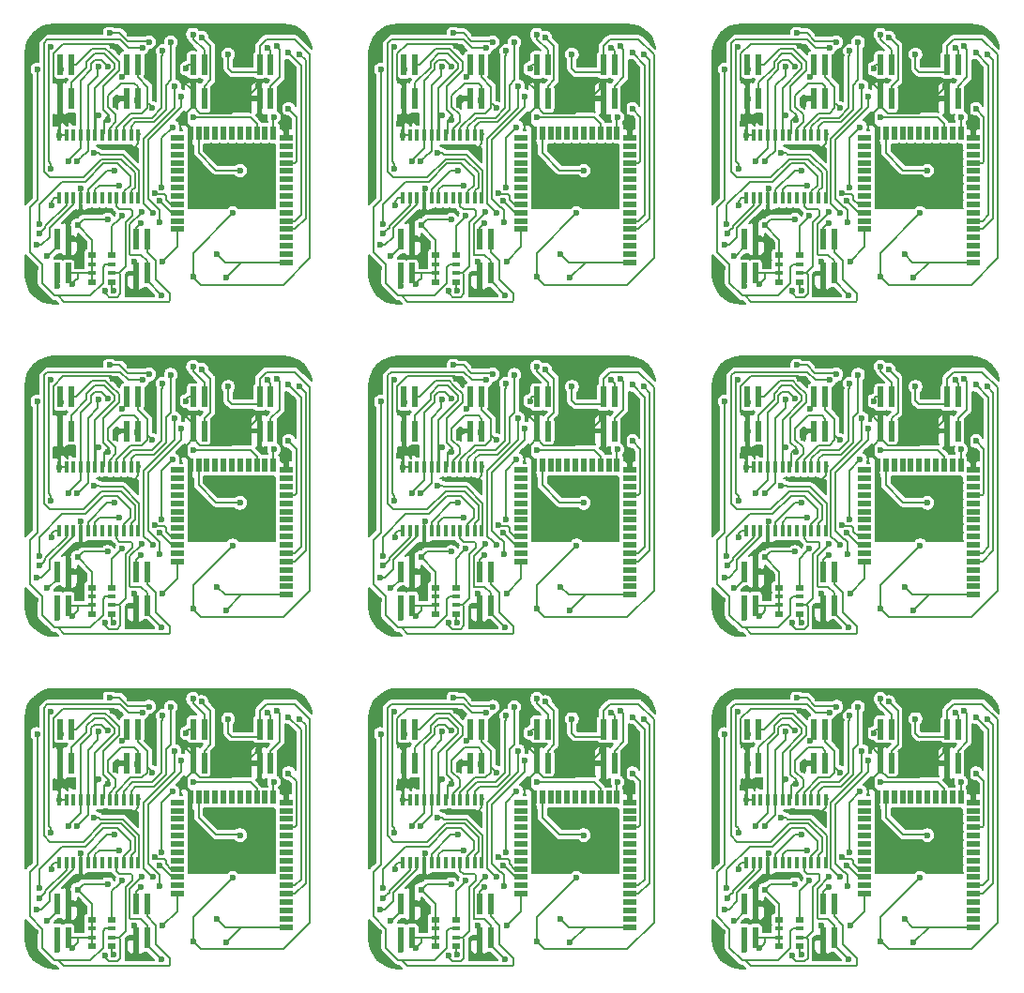
<source format=gbl>
%MOIN*%
%OFA0B0*%
%FSLAX46Y46*%
%IPPOS*%
%LPD*%
%ADD10R,0.047244094488188976X0.01968503937007874*%
%ADD11R,0.01968503937007874X0.047244094488188976*%
%ADD12R,0.015748031496062995X0.043307086614173235*%
%ADD13R,0.031496062992125991X0.01968503937007874*%
%ADD14R,0.031496062992125991X0.015748031496062995*%
%ADD15R,0.01968503937007874X0.072834645669291348*%
%ADD16C,0.023622047244094488*%
%ADD17C,0.0078740157480314977*%
%ADD28R,0.047244094488188976X0.01968503937007874*%
%ADD29R,0.01968503937007874X0.047244094488188976*%
%ADD30R,0.015748031496062995X0.043307086614173235*%
%ADD31R,0.031496062992125991X0.01968503937007874*%
%ADD32R,0.031496062992125991X0.015748031496062995*%
%ADD33R,0.01968503937007874X0.072834645669291348*%
%ADD34C,0.023622047244094488*%
%ADD35C,0.0078740157480314977*%
%ADD36R,0.047244094488188976X0.01968503937007874*%
%ADD37R,0.01968503937007874X0.047244094488188976*%
%ADD38R,0.015748031496062995X0.043307086614173235*%
%ADD39R,0.031496062992125991X0.01968503937007874*%
%ADD40R,0.031496062992125991X0.015748031496062995*%
%ADD41R,0.01968503937007874X0.072834645669291348*%
%ADD42C,0.023622047244094488*%
%ADD43C,0.0078740157480314977*%
%ADD44R,0.047244094488188976X0.01968503937007874*%
%ADD45R,0.01968503937007874X0.047244094488188976*%
%ADD46R,0.015748031496062995X0.043307086614173235*%
%ADD47R,0.031496062992125991X0.01968503937007874*%
%ADD48R,0.031496062992125991X0.015748031496062995*%
%ADD49R,0.01968503937007874X0.072834645669291348*%
%ADD50C,0.023622047244094488*%
%ADD51C,0.0078740157480314977*%
%ADD52R,0.047244094488188976X0.01968503937007874*%
%ADD53R,0.01968503937007874X0.047244094488188976*%
%ADD54R,0.015748031496062995X0.043307086614173235*%
%ADD55R,0.031496062992125991X0.01968503937007874*%
%ADD56R,0.031496062992125991X0.015748031496062995*%
%ADD57R,0.01968503937007874X0.072834645669291348*%
%ADD58C,0.023622047244094488*%
%ADD59C,0.0078740157480314977*%
%ADD60R,0.047244094488188976X0.01968503937007874*%
%ADD61R,0.01968503937007874X0.047244094488188976*%
%ADD62R,0.015748031496062995X0.043307086614173235*%
%ADD63R,0.031496062992125991X0.01968503937007874*%
%ADD64R,0.031496062992125991X0.015748031496062995*%
%ADD65R,0.01968503937007874X0.072834645669291348*%
%ADD66C,0.023622047244094488*%
%ADD67C,0.0078740157480314977*%
%ADD68R,0.047244094488188976X0.01968503937007874*%
%ADD69R,0.01968503937007874X0.047244094488188976*%
%ADD70R,0.015748031496062995X0.043307086614173235*%
%ADD71R,0.031496062992125991X0.01968503937007874*%
%ADD72R,0.031496062992125991X0.015748031496062995*%
%ADD73R,0.01968503937007874X0.072834645669291348*%
%ADD74C,0.023622047244094488*%
%ADD75C,0.0078740157480314977*%
%ADD76R,0.047244094488188976X0.01968503937007874*%
%ADD77R,0.01968503937007874X0.047244094488188976*%
%ADD78R,0.015748031496062995X0.043307086614173235*%
%ADD79R,0.031496062992125991X0.01968503937007874*%
%ADD80R,0.031496062992125991X0.015748031496062995*%
%ADD81R,0.01968503937007874X0.072834645669291348*%
%ADD82C,0.023622047244094488*%
%ADD83C,0.0078740157480314977*%
%ADD84R,0.047244094488188976X0.01968503937007874*%
%ADD85R,0.01968503937007874X0.047244094488188976*%
%ADD86R,0.015748031496062995X0.043307086614173235*%
%ADD87R,0.031496062992125991X0.01968503937007874*%
%ADD88R,0.031496062992125991X0.015748031496062995*%
%ADD89R,0.01968503937007874X0.072834645669291348*%
%ADD90C,0.023622047244094488*%
%ADD91C,0.0078740157480314977*%
D10*
X-0005196850Y0007007874D02*
X0000799566Y0002970551D03*
X0000799566Y0003000078D03*
X0000799566Y0003029606D03*
X0000799566Y0003059133D03*
X0000799566Y0003088661D03*
X0000799566Y0003118188D03*
X0000799566Y0003147716D03*
X0000799566Y0003177244D03*
X0000799566Y0003206771D03*
X0000799566Y0003236299D03*
X0000799566Y0003265826D03*
X0000799566Y0003295354D03*
D11*
X0000844842Y0003313070D03*
X0000874370Y0003313070D03*
X0000903897Y0003313070D03*
X0000933425Y0003313070D03*
X0000962952Y0003313070D03*
X0000992480Y0003313070D03*
X0001022007Y0003313070D03*
X0001051535Y0003313070D03*
X0001081062Y0003313070D03*
X0001110590Y0003313070D03*
X0001140118Y0003313070D03*
D10*
X0001185393Y0003295354D03*
X0001185393Y0003265826D03*
X0001185393Y0003236299D03*
X0001185393Y0003206771D03*
X0001185393Y0003177244D03*
X0001185393Y0003147716D03*
X0001185393Y0003118188D03*
X0001185393Y0003088661D03*
X0001185393Y0003059133D03*
X0001185393Y0003029606D03*
X0001185393Y0003000078D03*
X0001185393Y0002970551D03*
X0001185393Y0002941023D03*
X0001185393Y0002911496D03*
X0001185393Y0002881968D03*
X0001185393Y0002852440D03*
D12*
X0000378818Y0003081102D03*
X0000404409Y0003081102D03*
X0000429999Y0003081102D03*
X0000455590Y0003081102D03*
X0000481181Y0003081102D03*
X0000506771Y0003081102D03*
X0000532362Y0003081102D03*
X0000557952Y0003081102D03*
X0000583543Y0003081102D03*
X0000609133Y0003081102D03*
X0000634724Y0003081102D03*
X0000660314Y0003081102D03*
X0000660314Y0003305511D03*
X0000634724Y0003305511D03*
X0000609133Y0003305511D03*
X0000583543Y0003305511D03*
X0000557952Y0003305511D03*
X0000532362Y0003305511D03*
X0000506771Y0003305511D03*
X0000481181Y0003305511D03*
X0000455590Y0003305511D03*
X0000429999Y0003305511D03*
X0000404409Y0003305511D03*
X0000378818Y0003305511D03*
D13*
X0000567598Y0002878031D03*
D14*
X0000567598Y0002815039D03*
X0000567598Y0002846535D03*
D13*
X0000567598Y0002783543D03*
D14*
X0000496732Y0002846535D03*
D13*
X0000496732Y0002878031D03*
D14*
X0000496732Y0002815039D03*
D13*
X0000496732Y0002783543D03*
D15*
X0000652401Y0002814055D03*
X0000652401Y0002934133D03*
X0000691771Y0002814055D03*
X0000691771Y0002934133D03*
X0000411929Y0002934133D03*
X0000411929Y0002814055D03*
X0000372559Y0002934133D03*
X0000372559Y0002814055D03*
X0001131023Y0003554881D03*
X0001131023Y0003434803D03*
X0001091653Y0003554881D03*
X0001091653Y0003434803D03*
X0000894894Y0003554881D03*
X0000894894Y0003434803D03*
X0000855524Y0003554881D03*
X0000855524Y0003434803D03*
X0000619396Y0003434803D03*
X0000619396Y0003554881D03*
X0000658766Y0003434803D03*
X0000658766Y0003554881D03*
X0000422637Y0003554881D03*
X0000422637Y0003434803D03*
X0000383267Y0003554881D03*
X0000383267Y0003434803D03*
D16*
X0000979881Y0003591575D03*
X0000384882Y0003538143D03*
X0000352086Y0003056495D03*
X0001021574Y0003178700D03*
X0000995984Y0003027322D03*
X0000830590Y0003541220D03*
X0000604191Y0003513071D03*
X0000855339Y0002801730D03*
X0000444811Y0002985196D03*
X0000425055Y0002775985D03*
X0000551834Y0003005008D03*
X0000670533Y0002993701D03*
X0000457690Y0003114740D03*
X0000747677Y0002856456D03*
X0000972362Y0002797440D03*
X0000820099Y0003349288D03*
X0001170690Y0003423937D03*
X0000940196Y0002880472D03*
X0000644921Y0002856574D03*
X0000580093Y0003411157D03*
X0001085944Y0003478858D03*
X0000938188Y0003148740D03*
X0000630899Y0003665128D03*
X0000364804Y0003346497D03*
X0000569467Y0003621180D03*
X0000275984Y0003393307D03*
X0000545522Y0003263728D03*
X0000425039Y0002937952D03*
X0000295708Y0002833661D03*
X0000783228Y0003333228D03*
X0000743929Y0003119163D03*
X0001141968Y0003368385D03*
X0000855479Y0003368166D03*
X0001194312Y0003598425D03*
X0001234106Y0003592038D03*
X0000789173Y0003479055D03*
X0000711131Y0003029846D03*
X0000812795Y0003443622D03*
X0000737244Y0002996496D03*
X0000518897Y0003376496D03*
X0000553775Y0003359645D03*
X0000656798Y0003430374D03*
X0000710755Y0003402394D03*
X0000746023Y0003603937D03*
X0000884957Y0003652621D03*
X0000775684Y0003634031D03*
X0000855162Y0003662834D03*
X0001151228Y0003621228D03*
X0000348425Y0003617673D03*
X0000698976Y0003635629D03*
X0000558700Y0003668425D03*
X0000350235Y0003186163D03*
X0000503389Y0003241494D03*
X0001120314Y0003615197D03*
X0000674412Y0003615155D03*
X0000335888Y0002875099D03*
X0000308682Y0002990211D03*
X0000573425Y0002753028D03*
X0000373337Y0002769715D03*
X0000541936Y0002752363D03*
X0000518330Y0003547366D03*
X0000301574Y0003538543D03*
X0000443463Y0003212010D03*
X0000551522Y0003549860D03*
X0000411969Y0003211672D03*
X0000743246Y0002736929D03*
X0000672165Y0003031889D03*
X0000603397Y0003017204D03*
X0001194312Y0003398425D03*
X0000300274Y0002913879D03*
X0000719370Y0003099442D03*
X0000575354Y0003179841D03*
X0000310512Y0002955336D03*
X0000736452Y0003071669D03*
X0000594291Y0003125275D03*
D17*
X0001091653Y0003554881D02*
X0001089842Y0003553070D01*
X0000495748Y0002814055D02*
X0000496732Y0002815039D01*
X0000445039Y0002814055D02*
X0000495748Y0002814055D01*
X0000411929Y0002814055D02*
X0000445039Y0002814055D01*
X0000383267Y0003554881D02*
X0000384847Y0003554881D01*
X0000384847Y0003554881D02*
X0000384882Y0003554846D01*
X0000384882Y0003554846D02*
X0000384882Y0003538143D01*
X0000363070Y0003081102D02*
X0000352086Y0003070118D01*
X0000378818Y0003081102D02*
X0000363070Y0003081102D01*
X0000352086Y0003070118D02*
X0000352086Y0003056495D01*
X0001020000Y0003180275D02*
X0001021574Y0003178700D01*
X0000936062Y0003180275D02*
X0001020000Y0003180275D01*
X0000874370Y0003313070D02*
X0000874370Y0003241968D01*
X0000874370Y0003241968D02*
X0000936062Y0003180275D01*
X0001091653Y0003536811D02*
X0001091653Y0003554881D01*
X0001083858Y0003529015D02*
X0001091653Y0003536811D01*
X0000992598Y0003529015D02*
X0001083858Y0003529015D01*
X0000979881Y0003591575D02*
X0000979881Y0003541732D01*
X0000979881Y0003541732D02*
X0000992598Y0003529015D01*
X0000855524Y0003554881D02*
X0000837808Y0003554881D01*
X0000830590Y0003547664D02*
X0000830590Y0003541220D01*
X0000837808Y0003554881D02*
X0000830590Y0003547664D01*
X0000619396Y0003554881D02*
X0000619396Y0003528276D01*
X0000619396Y0003528276D02*
X0000616002Y0003524882D01*
X0000616002Y0003524882D02*
X0000604191Y0003513071D01*
X0001091653Y0003554881D02*
X0001091653Y0003621496D01*
X0000995984Y0003027322D02*
X0000855339Y0002886677D01*
X0001270631Y0002867087D02*
X0001177007Y0002773464D01*
X0000855339Y0002818433D02*
X0000855339Y0002801730D01*
X0001177007Y0002773464D02*
X0000883605Y0002773464D01*
X0001270631Y0003590475D02*
X0001270631Y0002867087D01*
X0001216256Y0003644850D02*
X0001270631Y0003590475D01*
X0001115007Y0003644850D02*
X0001216256Y0003644850D01*
X0001091653Y0003621496D02*
X0001115007Y0003644850D01*
X0000867150Y0002789919D02*
X0000855339Y0002801730D01*
X0000883605Y0002773464D02*
X0000867150Y0002789919D01*
X0000855339Y0002886677D02*
X0000855339Y0002818433D01*
X0000445039Y0002814055D02*
X0000445039Y0002795969D01*
X0000445039Y0002795969D02*
X0000436866Y0002787796D01*
X0000436866Y0002787796D02*
X0000425055Y0002775985D01*
X0000464622Y0003005008D02*
X0000551834Y0003005008D01*
X0000444811Y0002985196D02*
X0000464622Y0003005008D01*
X0000496732Y0002933276D02*
X0000444811Y0002985196D01*
X0000496732Y0002783543D02*
X0000496732Y0002933276D01*
X0000669370Y0002993701D02*
X0000670533Y0002993701D01*
X0000652401Y0002934133D02*
X0000652401Y0002976732D01*
X0000652401Y0002976732D02*
X0000669370Y0002993701D01*
X0000455590Y0003112640D02*
X0000457690Y0003114740D01*
X0000455590Y0003081102D02*
X0000455590Y0003112640D01*
X0000383267Y0003309960D02*
X0000378818Y0003305511D01*
X0000383267Y0003434803D02*
X0000383267Y0003309960D01*
X0000404409Y0003305511D02*
X0000378818Y0003305511D01*
X0000799566Y0002970551D02*
X0000799566Y0002908346D01*
X0000799566Y0002908346D02*
X0000747677Y0002856456D01*
X0001185393Y0002852440D02*
X0001027362Y0002852440D01*
X0001027362Y0002852440D02*
X0000972362Y0002797440D01*
X0000844842Y0003313070D02*
X0000844842Y0003333385D01*
X0000831259Y0003383963D02*
X0000855524Y0003408228D01*
X0000831259Y0003346968D02*
X0000831259Y0003383963D01*
X0000844842Y0003333385D02*
X0000831259Y0003346968D01*
X0000844842Y0003326850D02*
X0000822404Y0003349288D01*
X0000844842Y0003313070D02*
X0000844842Y0003326850D01*
X0000822404Y0003349288D02*
X0000820099Y0003349288D01*
X0001027362Y0002852440D02*
X0000968227Y0002852440D01*
X0000968227Y0002852440D02*
X0000940196Y0002880472D01*
X0000644921Y0002839871D02*
X0000644921Y0002856574D01*
X0000644921Y0002821535D02*
X0000644921Y0002839871D01*
X0000652401Y0002814055D02*
X0000644921Y0002821535D01*
X0000601679Y0003434803D02*
X0000580093Y0003413217D01*
X0000580093Y0003413217D02*
X0000580093Y0003411157D01*
X0000619396Y0003434803D02*
X0000601679Y0003434803D01*
X0001085944Y0003440511D02*
X0001091653Y0003434803D01*
X0001085944Y0003478858D02*
X0001085944Y0003440511D01*
X0000844842Y0003242086D02*
X0000926377Y0003160551D01*
X0000926377Y0003160551D02*
X0000938188Y0003148740D01*
X0000844842Y0003313070D02*
X0000844842Y0003242086D01*
X0000855524Y0003408228D02*
X0000880445Y0003383307D01*
X0000990394Y0003383307D02*
X0001074133Y0003467047D01*
X0000880445Y0003383307D02*
X0000990394Y0003383307D01*
X0001074133Y0003467047D02*
X0001085944Y0003478858D01*
X0000855524Y0003434803D02*
X0000855524Y0003408228D01*
X0000378818Y0003305511D02*
X0000378818Y0003335039D01*
X0000378818Y0003335039D02*
X0000367360Y0003346497D01*
X0000367360Y0003346497D02*
X0000364804Y0003346497D01*
X0000806968Y0003658149D02*
X0000799989Y0003665128D01*
X0000647602Y0003665128D02*
X0000630899Y0003665128D01*
X0000806968Y0003509934D02*
X0000806968Y0003658149D01*
X0000855524Y0003461377D02*
X0000806968Y0003509934D01*
X0000855524Y0003434803D02*
X0000855524Y0003461377D01*
X0000745561Y0003665128D02*
X0000647602Y0003665128D01*
X0000799989Y0003665128D02*
X0000745561Y0003665128D01*
X0000745561Y0003639183D02*
X0000705196Y0003598818D01*
X0000745561Y0003665128D02*
X0000745561Y0003639183D01*
X0000705196Y0003598818D02*
X0000705196Y0003536692D01*
X0001170690Y0003327774D02*
X0001170690Y0003423937D01*
X0001185393Y0003295354D02*
X0001185393Y0003313070D01*
X0001185393Y0003313070D02*
X0001170690Y0003327774D01*
X0000561593Y0003629054D02*
X0000569467Y0003621180D01*
X0000383267Y0003434803D02*
X0000383267Y0003479094D01*
X0000358898Y0003503464D02*
X0000358898Y0003594051D01*
X0000393901Y0003629054D02*
X0000561593Y0003629054D01*
X0000358898Y0003594051D02*
X0000393901Y0003629054D01*
X0000383267Y0003479094D02*
X0000358898Y0003503464D01*
X0000362374Y0003692047D02*
X0000283307Y0003612980D01*
X0000630899Y0003665128D02*
X0000603980Y0003692047D01*
X0000603980Y0003692047D02*
X0000362374Y0003692047D01*
X0000283307Y0003612980D02*
X0000283307Y0003562598D01*
X0000275984Y0003547913D02*
X0000275984Y0003393307D01*
X0000283307Y0003562598D02*
X0000275984Y0003555275D01*
X0000275984Y0003555275D02*
X0000275984Y0003547913D01*
X0000562225Y0003263728D02*
X0000545522Y0003263728D01*
X0000660314Y0003275984D02*
X0000648058Y0003263728D01*
X0000660314Y0003305511D02*
X0000660314Y0003275984D01*
X0000648058Y0003263728D02*
X0000562225Y0003263728D01*
X0000411929Y0002934133D02*
X0000413110Y0002932952D01*
X0000413110Y0002932952D02*
X0000420039Y0002932952D01*
X0000420039Y0002932952D02*
X0000425039Y0002937952D01*
X0000783228Y0003333228D02*
X0000743929Y0003293929D01*
X0000743929Y0003135867D02*
X0000743929Y0003119163D01*
X0000743929Y0003293929D02*
X0000743929Y0003135867D01*
X0001140118Y0003313070D02*
X0001140118Y0003366535D01*
X0001140118Y0003366535D02*
X0001141968Y0003368385D01*
X0001081062Y0003344566D02*
X0001058070Y0003367559D01*
X0000856087Y0003367559D02*
X0000855479Y0003368166D01*
X0001058070Y0003367559D02*
X0000856087Y0003367559D01*
X0001081062Y0003313070D02*
X0001081062Y0003344566D01*
X0001216889Y0003000078D02*
X0001185393Y0003000078D01*
X0001239134Y0003022323D02*
X0001216889Y0003000078D01*
X0001239134Y0003553604D02*
X0001239134Y0003022323D01*
X0001194312Y0003598425D02*
X0001239134Y0003553604D01*
X0001254882Y0003008544D02*
X0001216889Y0002970551D01*
X0001254882Y0003571262D02*
X0001254882Y0003008544D01*
X0001216889Y0002970551D02*
X0001185393Y0002970551D01*
X0001234106Y0003592038D02*
X0001254882Y0003571262D01*
X0000789173Y0003402862D02*
X0000679999Y0003293689D01*
X0000679999Y0003293689D02*
X0000679999Y0003060977D01*
X0000789173Y0003479055D02*
X0000789173Y0003402862D01*
X0000699320Y0003041657D02*
X0000711131Y0003029846D01*
X0000679999Y0003060977D02*
X0000699320Y0003041657D01*
X0000737244Y0003038635D02*
X0000737244Y0003013199D01*
X0000725996Y0003048205D02*
X0000727674Y0003048205D01*
X0000695748Y0003287165D02*
X0000695748Y0003078453D01*
X0000812795Y0003404212D02*
X0000695748Y0003287165D01*
X0000812795Y0003443622D02*
X0000812795Y0003404212D01*
X0000737244Y0003013199D02*
X0000737244Y0002996496D01*
X0000695748Y0003078453D02*
X0000725996Y0003048205D01*
X0000727674Y0003048205D02*
X0000737244Y0003038635D01*
X0000508346Y0003365944D02*
X0000518897Y0003376496D01*
X0000508346Y0003308503D02*
X0000508346Y0003365944D01*
X0000551605Y0003581810D02*
X0000537864Y0003595551D01*
X0000477424Y0003566763D02*
X0000477424Y0003545416D01*
X0000576692Y0003541623D02*
X0000576692Y0003558455D01*
X0000553337Y0003581810D02*
X0000551605Y0003581810D01*
X0000537864Y0003595551D02*
X0000506212Y0003595551D01*
X0000506212Y0003595551D02*
X0000477424Y0003566763D01*
X0000477424Y0003545416D02*
X0000422637Y0003490630D01*
X0000422637Y0003490630D02*
X0000422637Y0003479094D01*
X0000422637Y0003479094D02*
X0000422637Y0003434803D01*
X0000576692Y0003558455D02*
X0000553337Y0003581810D01*
X0000506771Y0003471702D02*
X0000576692Y0003541623D01*
X0000506771Y0003305511D02*
X0000506771Y0003471702D01*
X0000538267Y0003355196D02*
X0000557047Y0003373976D01*
X0000532362Y0003305511D02*
X0000538267Y0003311417D01*
X0000538267Y0003311417D02*
X0000538267Y0003355196D01*
X0000557047Y0003373976D02*
X0000557047Y0003362917D01*
X0000557047Y0003362917D02*
X0000553775Y0003359645D01*
X0000497046Y0003611574D02*
X0000440354Y0003554881D01*
X0000592441Y0003535100D02*
X0000592441Y0003564978D01*
X0000559861Y0003597558D02*
X0000558128Y0003597558D01*
X0000592441Y0003564978D02*
X0000559861Y0003597558D01*
X0000544113Y0003611574D02*
X0000497046Y0003611574D01*
X0000536299Y0003478958D02*
X0000592441Y0003535100D01*
X0000440354Y0003554881D02*
X0000422637Y0003554881D01*
X0000557047Y0003373976D02*
X0000536299Y0003394723D01*
X0000558128Y0003597558D02*
X0000544113Y0003611574D01*
X0000536299Y0003394723D02*
X0000536299Y0003478958D01*
X0000658766Y0003432342D02*
X0000656798Y0003430374D01*
X0000658766Y0003434803D02*
X0000658766Y0003432342D01*
X0000658766Y0003478044D02*
X0000658766Y0003434803D01*
X0000647362Y0003489448D02*
X0000658766Y0003478044D01*
X0000599015Y0003489448D02*
X0000647362Y0003489448D01*
X0000557952Y0003328862D02*
X0000580669Y0003351578D01*
X0000557952Y0003305511D02*
X0000557952Y0003328862D01*
X0000580669Y0003351578D02*
X0000580669Y0003377174D01*
X0000580669Y0003377174D02*
X0000553385Y0003404458D01*
X0000553385Y0003404458D02*
X0000553385Y0003443818D01*
X0000553385Y0003443818D02*
X0000599015Y0003489448D01*
X0000658766Y0003510590D02*
X0000658766Y0003554881D01*
X0000692834Y0003476522D02*
X0000658766Y0003510590D01*
X0000692834Y0003430669D02*
X0000692834Y0003476522D01*
X0000583543Y0003305511D02*
X0000583543Y0003332181D01*
X0000634000Y0003382638D02*
X0000673701Y0003382638D01*
X0000692834Y0003401771D02*
X0000692834Y0003430669D01*
X0000673701Y0003382638D02*
X0000692834Y0003401771D01*
X0000583543Y0003332181D02*
X0000634000Y0003382638D01*
X0000698944Y0003414205D02*
X0000710755Y0003402394D01*
X0000692834Y0003430669D02*
X0000692834Y0003420314D01*
X0000692834Y0003420314D02*
X0000698944Y0003414205D01*
X0000896768Y0003640810D02*
X0000884957Y0003652621D01*
X0000917031Y0003501231D02*
X0000917031Y0003620546D01*
X0000917031Y0003620546D02*
X0000896768Y0003640810D01*
X0000894894Y0003434803D02*
X0000894894Y0003479094D01*
X0000894894Y0003479094D02*
X0000917031Y0003501231D01*
X0000609133Y0003335039D02*
X0000640984Y0003366889D01*
X0000742912Y0003401144D02*
X0000742912Y0003584123D01*
X0000609133Y0003305511D02*
X0000609133Y0003335039D01*
X0000742912Y0003584123D02*
X0000746023Y0003587234D01*
X0000746023Y0003587234D02*
X0000746023Y0003603937D01*
X0000708657Y0003366889D02*
X0000742912Y0003401144D01*
X0000640984Y0003366889D02*
X0000708657Y0003366889D01*
X0000894894Y0003607321D02*
X0000855162Y0003647053D01*
X0000855162Y0003647053D02*
X0000855162Y0003662834D01*
X0000894894Y0003554881D02*
X0000894894Y0003607321D01*
X0000758660Y0003483503D02*
X0000775684Y0003500527D01*
X0000775684Y0003500527D02*
X0000775684Y0003617328D01*
X0000715180Y0003351141D02*
X0000758660Y0003394621D01*
X0000634724Y0003305511D02*
X0000634724Y0003335039D01*
X0000775684Y0003617328D02*
X0000775684Y0003634031D01*
X0000650826Y0003351141D02*
X0000715180Y0003351141D01*
X0000758660Y0003394621D02*
X0000758660Y0003483503D01*
X0000634724Y0003335039D02*
X0000650826Y0003351141D01*
X0001163039Y0003609417D02*
X0001151228Y0003621228D01*
X0001131023Y0003479094D02*
X0001163039Y0003511110D01*
X0001163039Y0003511110D02*
X0001163039Y0003609417D01*
X0001131023Y0003434803D02*
X0001131023Y0003479094D01*
X0000594195Y0003668425D02*
X0000575404Y0003668425D01*
X0000575404Y0003668425D02*
X0000558700Y0003668425D01*
X0000698976Y0003635629D02*
X0000695394Y0003639212D01*
X0000695394Y0003639212D02*
X0000623408Y0003639212D01*
X0000623408Y0003639212D02*
X0000594195Y0003668425D01*
X0000341181Y0003610430D02*
X0000341181Y0003211921D01*
X0000348425Y0003617673D02*
X0000341181Y0003610430D01*
X0000341181Y0003211921D02*
X0000350235Y0003202867D01*
X0000350235Y0003202867D02*
X0000350235Y0003186163D01*
X0000526055Y0003235531D02*
X0000520092Y0003241494D01*
X0000663662Y0003177534D02*
X0000605665Y0003235531D01*
X0000605665Y0003235531D02*
X0000526055Y0003235531D01*
X0000660314Y0003081102D02*
X0000663662Y0003084449D01*
X0000520092Y0003241494D02*
X0000503389Y0003241494D01*
X0000663662Y0003084449D02*
X0000663662Y0003177534D01*
X0001133779Y0003557637D02*
X0001131023Y0003554881D01*
X0001133779Y0003571377D02*
X0001133779Y0003557637D01*
X0001131023Y0003604488D02*
X0001120314Y0003615197D01*
X0001131023Y0003554881D02*
X0001131023Y0003604488D01*
X0000634724Y0003081102D02*
X0000634724Y0003107098D01*
X0000647913Y0003120287D02*
X0000647913Y0003171011D01*
X0000337401Y0003644803D02*
X0000595545Y0003644803D01*
X0000530699Y0003219782D02*
X0000466323Y0003155406D01*
X0000324803Y0003632204D02*
X0000337401Y0003644803D01*
X0000599142Y0003219782D02*
X0000530699Y0003219782D01*
X0000647913Y0003171011D02*
X0000599142Y0003219782D01*
X0000634724Y0003107098D02*
X0000647913Y0003120287D01*
X0000325196Y0003176517D02*
X0000325196Y0003549881D01*
X0000466323Y0003155406D02*
X0000346308Y0003155406D01*
X0000595545Y0003644803D02*
X0000625193Y0003615155D01*
X0000625193Y0003615155D02*
X0000657709Y0003615155D01*
X0000657709Y0003615155D02*
X0000674412Y0003615155D01*
X0000324803Y0003550275D02*
X0000324803Y0003632204D01*
X0000346308Y0003155406D02*
X0000325196Y0003176517D01*
X0000325196Y0003549881D02*
X0000324803Y0003550275D01*
X0000340099Y0002875099D02*
X0000335888Y0002875099D01*
X0000372559Y0002934133D02*
X0000372559Y0002907559D01*
X0000372559Y0002907559D02*
X0000340099Y0002875099D01*
X0000609133Y0003103779D02*
X0000632165Y0003126810D01*
X0000308682Y0003006914D02*
X0000308682Y0002990211D01*
X0000609133Y0003081102D02*
X0000609133Y0003103779D01*
X0000308682Y0003057395D02*
X0000308682Y0003006914D01*
X0000632165Y0003126810D02*
X0000632165Y0003157991D01*
X0000472165Y0003138976D02*
X0000390263Y0003138976D01*
X0000632165Y0003157991D02*
X0000586122Y0003204034D01*
X0000537223Y0003204034D02*
X0000472165Y0003138976D01*
X0000390263Y0003138976D02*
X0000308682Y0003057395D01*
X0000586122Y0003204034D02*
X0000537223Y0003204034D01*
X0000567598Y0002758855D02*
X0000573425Y0002753028D01*
X0000567598Y0002783543D02*
X0000567598Y0002758855D01*
X0000372607Y0002769715D02*
X0000373337Y0002769715D01*
X0000372559Y0002769763D02*
X0000372607Y0002769715D01*
X0000372559Y0002814055D02*
X0000372559Y0002769763D01*
X0000591220Y0002815039D02*
X0000567598Y0002815039D01*
X0000597047Y0002809212D02*
X0000597047Y0002741689D01*
X0000597047Y0002741689D02*
X0000584764Y0002729406D01*
X0000539638Y0002746221D02*
X0000539638Y0002750065D01*
X0000556453Y0002729406D02*
X0000551449Y0002734410D01*
X0000591220Y0002815039D02*
X0000597047Y0002809212D01*
X0000551449Y0002734410D02*
X0000539638Y0002746221D01*
X0000584764Y0002729406D02*
X0000556453Y0002729406D01*
X0000539638Y0002750065D02*
X0000541936Y0002752363D01*
X0000583543Y0003051574D02*
X0000583543Y0003081102D01*
X0000594291Y0003040826D02*
X0000583543Y0003051574D01*
X0000614921Y0002995321D02*
X0000637795Y0003018195D01*
X0000637795Y0003018195D02*
X0000637795Y0003036692D01*
X0000591220Y0002815039D02*
X0000614921Y0002838740D01*
X0000614921Y0002838740D02*
X0000614921Y0002995321D01*
X0000637795Y0003036692D02*
X0000633661Y0003040826D01*
X0000633661Y0003040826D02*
X0000594291Y0003040826D01*
X0000481181Y0003480944D02*
X0000516952Y0003516716D01*
X0000516952Y0003516716D02*
X0000516952Y0003548744D01*
X0000516952Y0003548744D02*
X0000518330Y0003547366D01*
X0000481181Y0003305511D02*
X0000481181Y0003480944D01*
X0000481181Y0003305511D02*
X0000481181Y0003249727D01*
X0000481181Y0003249727D02*
X0000455274Y0003223820D01*
X0000455274Y0003223820D02*
X0000443463Y0003212010D01*
X0000772362Y0002717244D02*
X0000768425Y0002713307D01*
X0000772362Y0002741220D02*
X0000772362Y0002717244D01*
X0000722716Y0002790866D02*
X0000772362Y0002741220D01*
X0000722716Y0002858897D02*
X0000722716Y0002790866D01*
X0000691771Y0002889842D02*
X0000722716Y0002858897D01*
X0000691771Y0002934133D02*
X0000691771Y0002889842D01*
X0000768425Y0002713307D02*
X0000396338Y0002713307D01*
X0000396338Y0002713307D02*
X0000374744Y0002734901D01*
X0000567598Y0002846535D02*
X0000543976Y0002846535D01*
X0000534448Y0002837007D02*
X0000534448Y0002778582D01*
X0000490767Y0002734901D02*
X0000374744Y0002734901D01*
X0000543976Y0002846535D02*
X0000534448Y0002837007D01*
X0000534448Y0002778582D02*
X0000490767Y0002734901D01*
X0000301574Y0003521840D02*
X0000301574Y0003538543D01*
X0000301574Y0003073897D02*
X0000301574Y0003521840D01*
X0000363602Y0002734901D02*
X0000319330Y0002779173D01*
X0000374744Y0002734901D02*
X0000363602Y0002734901D01*
X0000319330Y0002779173D02*
X0000319330Y0002845866D01*
X0000319330Y0002845866D02*
X0000275747Y0002889448D01*
X0000275747Y0002889448D02*
X0000275747Y0003048070D01*
X0000275747Y0003048070D02*
X0000301574Y0003073897D01*
X0000455590Y0003305511D02*
X0000455590Y0003499980D01*
X0000493172Y0003537563D02*
X0000493172Y0003560240D01*
X0000539711Y0003561671D02*
X0000551522Y0003549860D01*
X0000529815Y0003571568D02*
X0000539711Y0003561671D01*
X0000504500Y0003571568D02*
X0000529815Y0003571568D01*
X0000493172Y0003560240D02*
X0000504500Y0003571568D01*
X0000455590Y0003499980D02*
X0000493172Y0003537563D01*
X0000455590Y0003305511D02*
X0000455590Y0003259169D01*
X0000455590Y0003259169D02*
X0000411969Y0003215548D01*
X0000411969Y0003215548D02*
X0000411969Y0003211672D01*
X0000691771Y0002814055D02*
X0000691771Y0002787480D01*
X0000691771Y0002787480D02*
X0000742322Y0002736929D01*
X0000742322Y0002736929D02*
X0000743246Y0002736929D01*
X0000672165Y0003030294D02*
X0000672165Y0003031889D01*
X0000691771Y0002858346D02*
X0000669921Y0002880196D01*
X0000691771Y0002814055D02*
X0000691771Y0002858346D01*
X0000669921Y0002880196D02*
X0000633582Y0002880196D01*
X0000633582Y0002880196D02*
X0000630669Y0002883110D01*
X0000630669Y0002883110D02*
X0000630669Y0002988798D01*
X0000630669Y0002988798D02*
X0000672165Y0003030294D01*
X0000567598Y0002981405D02*
X0000591586Y0003005393D01*
X0000567598Y0002878031D02*
X0000567598Y0002981405D01*
X0000591586Y0003005393D02*
X0000603397Y0003017204D01*
X0001216889Y0003206771D02*
X0001185393Y0003206771D01*
X0001223385Y0003213267D02*
X0001216889Y0003206771D01*
X0001223385Y0003369351D02*
X0001223385Y0003213267D01*
X0001194312Y0003398425D02*
X0001223385Y0003369351D01*
X0000316978Y0002913879D02*
X0000300274Y0002913879D01*
X0000346692Y0002943594D02*
X0000316978Y0002913879D01*
X0000346692Y0002975787D02*
X0000346692Y0002943594D01*
X0000429999Y0003059094D02*
X0000346692Y0002975787D01*
X0000429999Y0003081102D02*
X0000429999Y0003059094D01*
X0000723272Y0003095541D02*
X0000719370Y0003099442D01*
X0000753103Y0003095541D02*
X0000723272Y0003095541D01*
X0000776822Y0003059133D02*
X0000759606Y0003076349D01*
X0000799566Y0003059133D02*
X0000776822Y0003059133D01*
X0000759606Y0003076349D02*
X0000759606Y0003089038D01*
X0000759606Y0003089038D02*
X0000753103Y0003095541D01*
X0000558651Y0003179841D02*
X0000575354Y0003179841D01*
X0000481181Y0003110629D02*
X0000550392Y0003179841D01*
X0000550392Y0003179841D02*
X0000558651Y0003179841D01*
X0000481181Y0003081102D02*
X0000481181Y0003110629D01*
X0000322323Y0002967147D02*
X0000310512Y0002955336D01*
X0000330944Y0002975768D02*
X0000322323Y0002967147D01*
X0000404409Y0003081102D02*
X0000404409Y0003055775D01*
X0000330944Y0002982310D02*
X0000330944Y0002975768D01*
X0000404409Y0003055775D02*
X0000330944Y0002982310D01*
X0000799566Y0003029606D02*
X0000778514Y0003029606D01*
X0000748263Y0003059858D02*
X0000736452Y0003071669D01*
X0000778514Y0003029606D02*
X0000748263Y0003059858D01*
X0000506771Y0003081102D02*
X0000506771Y0003110629D01*
X0000577588Y0003125275D02*
X0000594291Y0003125275D01*
X0000506771Y0003110629D02*
X0000521417Y0003125275D01*
X0000521417Y0003125275D02*
X0000577588Y0003125275D01*
G36*
X0000261761Y0002875462D02*
G01*
X0000262512Y0002874845D01*
X0000299645Y0002837712D01*
X0000299645Y0002780140D01*
X0000299550Y0002779173D01*
X0000299930Y0002775314D01*
X0000300255Y0002774244D01*
X0000301056Y0002771603D01*
X0000302884Y0002768183D01*
X0000305343Y0002765186D01*
X0000306095Y0002764569D01*
X0000348999Y0002721665D01*
X0000349615Y0002720914D01*
X0000352612Y0002718454D01*
X0000356032Y0002716626D01*
X0000359672Y0002715522D01*
X0000359743Y0002715501D01*
X0000363602Y0002715121D01*
X0000364569Y0002715216D01*
X0000366590Y0002715216D01*
X0000376137Y0002705669D01*
X0000362157Y0002705669D01*
X0000341663Y0002707678D01*
X0000322736Y0002713392D01*
X0000305281Y0002722674D01*
X0000289960Y0002735169D01*
X0000277358Y0002750402D01*
X0000267955Y0002767792D01*
X0000262109Y0002786678D01*
X0000259960Y0002807126D01*
X0000259960Y0002877656D01*
X0000261761Y0002875462D01*
X0000261761Y0002875462D01*
G37*
X0000261761Y0002875462D02*
X0000262512Y0002874845D01*
X0000299645Y0002837712D01*
X0000299645Y0002780140D01*
X0000299550Y0002779173D01*
X0000299930Y0002775314D01*
X0000300255Y0002774244D01*
X0000301056Y0002771603D01*
X0000302884Y0002768183D01*
X0000305343Y0002765186D01*
X0000306095Y0002764569D01*
X0000348999Y0002721665D01*
X0000349615Y0002720914D01*
X0000352612Y0002718454D01*
X0000356032Y0002716626D01*
X0000359672Y0002715522D01*
X0000359743Y0002715501D01*
X0000363602Y0002715121D01*
X0000364569Y0002715216D01*
X0000366590Y0002715216D01*
X0000376137Y0002705669D01*
X0000362157Y0002705669D01*
X0000341663Y0002707678D01*
X0000322736Y0002713392D01*
X0000305281Y0002722674D01*
X0000289960Y0002735169D01*
X0000277358Y0002750402D01*
X0000267955Y0002767792D01*
X0000262109Y0002786678D01*
X0000259960Y0002807126D01*
X0000259960Y0002877656D01*
X0000261761Y0002875462D01*
G36*
X0000658307Y0002820118D02*
G01*
X0000659251Y0002820118D01*
X0000659251Y0002807992D01*
X0000658307Y0002807992D01*
X0000658307Y0002759685D01*
X0000664291Y0002753700D01*
X0000667434Y0002754151D01*
X0000671916Y0002755615D01*
X0000676027Y0002757925D01*
X0000679607Y0002760993D01*
X0000680372Y0002761966D01*
X0000681929Y0002761813D01*
X0000689599Y0002761813D01*
X0000715687Y0002735725D01*
X0000715687Y0002734215D01*
X0000715930Y0002732992D01*
X0000614719Y0002732992D01*
X0000615322Y0002734119D01*
X0000616447Y0002737830D01*
X0000616575Y0002739127D01*
X0000616828Y0002741689D01*
X0000616732Y0002742656D01*
X0000616732Y0002778146D01*
X0000618511Y0002778146D01*
X0000618874Y0002773445D01*
X0000620147Y0002768905D01*
X0000622281Y0002764700D01*
X0000625195Y0002760993D01*
X0000628776Y0002757925D01*
X0000632886Y0002755615D01*
X0000637368Y0002754151D01*
X0000640511Y0002753700D01*
X0000646496Y0002759685D01*
X0000646496Y0002807992D01*
X0000624606Y0002807992D01*
X0000618622Y0002802007D01*
X0000618511Y0002778146D01*
X0000616732Y0002778146D01*
X0000616732Y0002808245D01*
X0000616827Y0002809212D01*
X0000616732Y0002810178D01*
X0000616732Y0002810178D01*
X0000616505Y0002812485D01*
X0000624372Y0002820352D01*
X0000624606Y0002820118D01*
X0000646496Y0002820118D01*
X0000646496Y0002820905D01*
X0000658307Y0002820905D01*
X0000658307Y0002820118D01*
X0000658307Y0002820118D01*
G37*
X0000658307Y0002820118D02*
X0000659251Y0002820118D01*
X0000659251Y0002807992D01*
X0000658307Y0002807992D01*
X0000658307Y0002759685D01*
X0000664291Y0002753700D01*
X0000667434Y0002754151D01*
X0000671916Y0002755615D01*
X0000676027Y0002757925D01*
X0000679607Y0002760993D01*
X0000680372Y0002761966D01*
X0000681929Y0002761813D01*
X0000689599Y0002761813D01*
X0000715687Y0002735725D01*
X0000715687Y0002734215D01*
X0000715930Y0002732992D01*
X0000614719Y0002732992D01*
X0000615322Y0002734119D01*
X0000616447Y0002737830D01*
X0000616575Y0002739127D01*
X0000616828Y0002741689D01*
X0000616732Y0002742656D01*
X0000616732Y0002778146D01*
X0000618511Y0002778146D01*
X0000618874Y0002773445D01*
X0000620147Y0002768905D01*
X0000622281Y0002764700D01*
X0000625195Y0002760993D01*
X0000628776Y0002757925D01*
X0000632886Y0002755615D01*
X0000637368Y0002754151D01*
X0000640511Y0002753700D01*
X0000646496Y0002759685D01*
X0000646496Y0002807992D01*
X0000624606Y0002807992D01*
X0000618622Y0002802007D01*
X0000618511Y0002778146D01*
X0000616732Y0002778146D01*
X0000616732Y0002808245D01*
X0000616827Y0002809212D01*
X0000616732Y0002810178D01*
X0000616732Y0002810178D01*
X0000616505Y0002812485D01*
X0000624372Y0002820352D01*
X0000624606Y0002820118D01*
X0000646496Y0002820118D01*
X0000646496Y0002820905D01*
X0000658307Y0002820905D01*
X0000658307Y0002820118D01*
G36*
X0000457482Y0003059448D02*
G01*
X0000457786Y0003056361D01*
X0000458687Y0003053393D01*
X0000459527Y0003051821D01*
X0000459527Y0003041496D01*
X0000465511Y0003035511D01*
X0000468872Y0003036011D01*
X0000473341Y0003037517D01*
X0000477429Y0003039865D01*
X0000480982Y0003042966D01*
X0000481489Y0003043624D01*
X0000489055Y0003043624D01*
X0000492142Y0003043928D01*
X0000493976Y0003044485D01*
X0000495810Y0003043928D01*
X0000498897Y0003043624D01*
X0000514645Y0003043624D01*
X0000517732Y0003043928D01*
X0000519566Y0003044485D01*
X0000521400Y0003043928D01*
X0000524488Y0003043624D01*
X0000540236Y0003043624D01*
X0000543323Y0003043928D01*
X0000545157Y0003044485D01*
X0000546991Y0003043928D01*
X0000550078Y0003043624D01*
X0000565472Y0003043624D01*
X0000567096Y0003040585D01*
X0000569556Y0003037588D01*
X0000570307Y0003036971D01*
X0000578402Y0003028876D01*
X0000576897Y0003025242D01*
X0000575838Y0003019918D01*
X0000575838Y0003018689D01*
X0000573241Y0003022575D01*
X0000569402Y0003026414D01*
X0000564888Y0003029430D01*
X0000559873Y0003031508D01*
X0000554549Y0003032567D01*
X0000549120Y0003032567D01*
X0000543796Y0003031508D01*
X0000538780Y0003029430D01*
X0000534266Y0003026414D01*
X0000532545Y0003024693D01*
X0000465589Y0003024693D01*
X0000464622Y0003024788D01*
X0000463656Y0003024693D01*
X0000460764Y0003024408D01*
X0000457053Y0003023282D01*
X0000453633Y0003021454D01*
X0000450636Y0003018994D01*
X0000450019Y0003018243D01*
X0000444531Y0003012755D01*
X0000442097Y0003012755D01*
X0000436773Y0003011696D01*
X0000431757Y0003009619D01*
X0000427243Y0003006603D01*
X0000423405Y0003002764D01*
X0000420389Y0002998250D01*
X0000418311Y0002993235D01*
X0000417252Y0002987911D01*
X0000417252Y0002982482D01*
X0000417834Y0002979556D01*
X0000417834Y0002940196D01*
X0000439724Y0002940196D01*
X0000445708Y0002946181D01*
X0000445756Y0002956413D01*
X0000477047Y0002925122D01*
X0000477047Y0002903136D01*
X0000474928Y0002902493D01*
X0000472192Y0002901031D01*
X0000469794Y0002899063D01*
X0000467826Y0002896665D01*
X0000466364Y0002893929D01*
X0000465464Y0002890961D01*
X0000465160Y0002887874D01*
X0000465160Y0002868188D01*
X0000465464Y0002865101D01*
X0000466364Y0002862133D01*
X0000466810Y0002861299D01*
X0000466364Y0002860465D01*
X0000465464Y0002857496D01*
X0000465160Y0002854409D01*
X0000465160Y0002838661D01*
X0000465464Y0002835574D01*
X0000466020Y0002833740D01*
X0000446006Y0002833740D01*
X0000445039Y0002833835D01*
X0000444072Y0002833740D01*
X0000437595Y0002833740D01*
X0000437595Y0002850472D01*
X0000437291Y0002853559D01*
X0000436391Y0002856528D01*
X0000434929Y0002859263D01*
X0000432961Y0002861661D01*
X0000430563Y0002863629D01*
X0000427827Y0002865092D01*
X0000424858Y0002865992D01*
X0000421771Y0002866296D01*
X0000402086Y0002866296D01*
X0000398999Y0002865992D01*
X0000396030Y0002865092D01*
X0000393295Y0002863629D01*
X0000392244Y0002862767D01*
X0000391193Y0002863629D01*
X0000388457Y0002865092D01*
X0000385488Y0002865992D01*
X0000382401Y0002866296D01*
X0000362716Y0002866296D01*
X0000362044Y0002866230D01*
X0000362388Y0002867060D01*
X0000363006Y0002870167D01*
X0000374731Y0002881892D01*
X0000382401Y0002881892D01*
X0000383957Y0002882045D01*
X0000384722Y0002881072D01*
X0000388303Y0002878004D01*
X0000392414Y0002875694D01*
X0000396896Y0002874230D01*
X0000400039Y0002873779D01*
X0000406023Y0002879763D01*
X0000406023Y0002928070D01*
X0000417834Y0002928070D01*
X0000417834Y0002879763D01*
X0000423818Y0002873779D01*
X0000426962Y0002874230D01*
X0000431444Y0002875694D01*
X0000435554Y0002878004D01*
X0000439135Y0002881072D01*
X0000442049Y0002884779D01*
X0000444183Y0002888983D01*
X0000445456Y0002893524D01*
X0000445819Y0002898225D01*
X0000445708Y0002922086D01*
X0000439724Y0002928070D01*
X0000417834Y0002928070D01*
X0000406023Y0002928070D01*
X0000405078Y0002928070D01*
X0000405078Y0002940196D01*
X0000406023Y0002940196D01*
X0000406023Y0002988503D01*
X0000400039Y0002994488D01*
X0000396896Y0002994037D01*
X0000392414Y0002992573D01*
X0000389910Y0002991166D01*
X0000436837Y0003038093D01*
X0000437839Y0003037517D01*
X0000442308Y0003036011D01*
X0000445669Y0003035511D01*
X0000451653Y0003041496D01*
X0000451653Y0003051821D01*
X0000452493Y0003053393D01*
X0000453394Y0003056361D01*
X0000453698Y0003059448D01*
X0000453698Y0003087952D01*
X0000457482Y0003087952D01*
X0000457482Y0003059448D01*
X0000457482Y0003059448D01*
G37*
X0000457482Y0003059448D02*
X0000457786Y0003056361D01*
X0000458687Y0003053393D01*
X0000459527Y0003051821D01*
X0000459527Y0003041496D01*
X0000465511Y0003035511D01*
X0000468872Y0003036011D01*
X0000473341Y0003037517D01*
X0000477429Y0003039865D01*
X0000480982Y0003042966D01*
X0000481489Y0003043624D01*
X0000489055Y0003043624D01*
X0000492142Y0003043928D01*
X0000493976Y0003044485D01*
X0000495810Y0003043928D01*
X0000498897Y0003043624D01*
X0000514645Y0003043624D01*
X0000517732Y0003043928D01*
X0000519566Y0003044485D01*
X0000521400Y0003043928D01*
X0000524488Y0003043624D01*
X0000540236Y0003043624D01*
X0000543323Y0003043928D01*
X0000545157Y0003044485D01*
X0000546991Y0003043928D01*
X0000550078Y0003043624D01*
X0000565472Y0003043624D01*
X0000567096Y0003040585D01*
X0000569556Y0003037588D01*
X0000570307Y0003036971D01*
X0000578402Y0003028876D01*
X0000576897Y0003025242D01*
X0000575838Y0003019918D01*
X0000575838Y0003018689D01*
X0000573241Y0003022575D01*
X0000569402Y0003026414D01*
X0000564888Y0003029430D01*
X0000559873Y0003031508D01*
X0000554549Y0003032567D01*
X0000549120Y0003032567D01*
X0000543796Y0003031508D01*
X0000538780Y0003029430D01*
X0000534266Y0003026414D01*
X0000532545Y0003024693D01*
X0000465589Y0003024693D01*
X0000464622Y0003024788D01*
X0000463656Y0003024693D01*
X0000460764Y0003024408D01*
X0000457053Y0003023282D01*
X0000453633Y0003021454D01*
X0000450636Y0003018994D01*
X0000450019Y0003018243D01*
X0000444531Y0003012755D01*
X0000442097Y0003012755D01*
X0000436773Y0003011696D01*
X0000431757Y0003009619D01*
X0000427243Y0003006603D01*
X0000423405Y0003002764D01*
X0000420389Y0002998250D01*
X0000418311Y0002993235D01*
X0000417252Y0002987911D01*
X0000417252Y0002982482D01*
X0000417834Y0002979556D01*
X0000417834Y0002940196D01*
X0000439724Y0002940196D01*
X0000445708Y0002946181D01*
X0000445756Y0002956413D01*
X0000477047Y0002925122D01*
X0000477047Y0002903136D01*
X0000474928Y0002902493D01*
X0000472192Y0002901031D01*
X0000469794Y0002899063D01*
X0000467826Y0002896665D01*
X0000466364Y0002893929D01*
X0000465464Y0002890961D01*
X0000465160Y0002887874D01*
X0000465160Y0002868188D01*
X0000465464Y0002865101D01*
X0000466364Y0002862133D01*
X0000466810Y0002861299D01*
X0000466364Y0002860465D01*
X0000465464Y0002857496D01*
X0000465160Y0002854409D01*
X0000465160Y0002838661D01*
X0000465464Y0002835574D01*
X0000466020Y0002833740D01*
X0000446006Y0002833740D01*
X0000445039Y0002833835D01*
X0000444072Y0002833740D01*
X0000437595Y0002833740D01*
X0000437595Y0002850472D01*
X0000437291Y0002853559D01*
X0000436391Y0002856528D01*
X0000434929Y0002859263D01*
X0000432961Y0002861661D01*
X0000430563Y0002863629D01*
X0000427827Y0002865092D01*
X0000424858Y0002865992D01*
X0000421771Y0002866296D01*
X0000402086Y0002866296D01*
X0000398999Y0002865992D01*
X0000396030Y0002865092D01*
X0000393295Y0002863629D01*
X0000392244Y0002862767D01*
X0000391193Y0002863629D01*
X0000388457Y0002865092D01*
X0000385488Y0002865992D01*
X0000382401Y0002866296D01*
X0000362716Y0002866296D01*
X0000362044Y0002866230D01*
X0000362388Y0002867060D01*
X0000363006Y0002870167D01*
X0000374731Y0002881892D01*
X0000382401Y0002881892D01*
X0000383957Y0002882045D01*
X0000384722Y0002881072D01*
X0000388303Y0002878004D01*
X0000392414Y0002875694D01*
X0000396896Y0002874230D01*
X0000400039Y0002873779D01*
X0000406023Y0002879763D01*
X0000406023Y0002928070D01*
X0000417834Y0002928070D01*
X0000417834Y0002879763D01*
X0000423818Y0002873779D01*
X0000426962Y0002874230D01*
X0000431444Y0002875694D01*
X0000435554Y0002878004D01*
X0000439135Y0002881072D01*
X0000442049Y0002884779D01*
X0000444183Y0002888983D01*
X0000445456Y0002893524D01*
X0000445819Y0002898225D01*
X0000445708Y0002922086D01*
X0000439724Y0002928070D01*
X0000417834Y0002928070D01*
X0000406023Y0002928070D01*
X0000405078Y0002928070D01*
X0000405078Y0002940196D01*
X0000406023Y0002940196D01*
X0000406023Y0002988503D01*
X0000400039Y0002994488D01*
X0000396896Y0002994037D01*
X0000392414Y0002992573D01*
X0000389910Y0002991166D01*
X0000436837Y0003038093D01*
X0000437839Y0003037517D01*
X0000442308Y0003036011D01*
X0000445669Y0003035511D01*
X0000451653Y0003041496D01*
X0000451653Y0003051821D01*
X0000452493Y0003053393D01*
X0000453394Y0003056361D01*
X0000453698Y0003059448D01*
X0000453698Y0003087952D01*
X0000457482Y0003087952D01*
X0000457482Y0003059448D01*
G36*
X0000848703Y0003289448D02*
G01*
X0000849007Y0003286361D01*
X0000849907Y0003283393D01*
X0000850748Y0003281821D01*
X0000850748Y0003271496D01*
X0000854685Y0003267559D01*
X0000854685Y0003242935D01*
X0000854589Y0003241968D01*
X0000854969Y0003238109D01*
X0000855813Y0003235328D01*
X0000856095Y0003234398D01*
X0000857923Y0003230979D01*
X0000860383Y0003227981D01*
X0000861134Y0003227365D01*
X0000921459Y0003167039D01*
X0000922076Y0003166288D01*
X0000925073Y0003163828D01*
X0000928493Y0003162000D01*
X0000931355Y0003161132D01*
X0000932204Y0003160875D01*
X0000936062Y0003160495D01*
X0000937029Y0003160590D01*
X0001000710Y0003160590D01*
X0001004006Y0003157294D01*
X0001008520Y0003154278D01*
X0001013536Y0003152200D01*
X0001018860Y0003151141D01*
X0001024289Y0003151141D01*
X0001029613Y0003152200D01*
X0001034628Y0003154278D01*
X0001039142Y0003157294D01*
X0001042981Y0003161132D01*
X0001045997Y0003165646D01*
X0001048074Y0003170662D01*
X0001049133Y0003175986D01*
X0001049133Y0003181415D01*
X0001048074Y0003186739D01*
X0001045997Y0003191754D01*
X0001042981Y0003196268D01*
X0001039142Y0003200107D01*
X0001034628Y0003203123D01*
X0001029613Y0003205200D01*
X0001024289Y0003206259D01*
X0001018860Y0003206259D01*
X0001013536Y0003205200D01*
X0001008520Y0003203123D01*
X0001004006Y0003200107D01*
X0001003860Y0003199960D01*
X0000944216Y0003199960D01*
X0000894055Y0003250122D01*
X0000894055Y0003273624D01*
X0000913740Y0003273624D01*
X0000916827Y0003273928D01*
X0000918661Y0003274485D01*
X0000920495Y0003273928D01*
X0000923582Y0003273624D01*
X0000943267Y0003273624D01*
X0000946354Y0003273928D01*
X0000948188Y0003274485D01*
X0000950023Y0003273928D01*
X0000953110Y0003273624D01*
X0000972795Y0003273624D01*
X0000975882Y0003273928D01*
X0000977716Y0003274485D01*
X0000979550Y0003273928D01*
X0000982637Y0003273624D01*
X0001002322Y0003273624D01*
X0001005409Y0003273928D01*
X0001007244Y0003274485D01*
X0001009078Y0003273928D01*
X0001012165Y0003273624D01*
X0001031850Y0003273624D01*
X0001034937Y0003273928D01*
X0001036771Y0003274485D01*
X0001038605Y0003273928D01*
X0001041692Y0003273624D01*
X0001061377Y0003273624D01*
X0001064465Y0003273928D01*
X0001066299Y0003274485D01*
X0001068133Y0003273928D01*
X0001071220Y0003273624D01*
X0001090905Y0003273624D01*
X0001093992Y0003273928D01*
X0001095826Y0003274485D01*
X0001097660Y0003273928D01*
X0001100748Y0003273624D01*
X0001120433Y0003273624D01*
X0001123520Y0003273928D01*
X0001125354Y0003274485D01*
X0001127188Y0003273928D01*
X0001130275Y0003273624D01*
X0001140994Y0003273624D01*
X0001142164Y0003271579D01*
X0001145259Y0003268021D01*
X0001145947Y0003267489D01*
X0001145947Y0003255984D01*
X0001146251Y0003252897D01*
X0001146807Y0003251062D01*
X0001146251Y0003249228D01*
X0001145947Y0003246141D01*
X0001145947Y0003226456D01*
X0001146251Y0003223369D01*
X0001146807Y0003221535D01*
X0001146251Y0003219701D01*
X0001145947Y0003216614D01*
X0001145947Y0003196929D01*
X0001146251Y0003193841D01*
X0001146807Y0003192007D01*
X0001146251Y0003190173D01*
X0001145947Y0003187086D01*
X0001145947Y0003167401D01*
X0001146251Y0003164314D01*
X0001146807Y0003162480D01*
X0001146251Y0003160646D01*
X0001145947Y0003157559D01*
X0001145947Y0003137874D01*
X0001146251Y0003134786D01*
X0001146807Y0003132952D01*
X0001146251Y0003131118D01*
X0001145947Y0003128031D01*
X0001145947Y0003108346D01*
X0001146251Y0003105259D01*
X0001146807Y0003103425D01*
X0001146251Y0003101591D01*
X0001145947Y0003098503D01*
X0001145947Y0003078818D01*
X0001146251Y0003075731D01*
X0001146807Y0003073897D01*
X0001146251Y0003072063D01*
X0001145947Y0003068976D01*
X0001145947Y0003049291D01*
X0001146251Y0003046204D01*
X0001146807Y0003044370D01*
X0001017738Y0003044370D01*
X0001017390Y0003044890D01*
X0001013552Y0003048729D01*
X0001009038Y0003051745D01*
X0001004022Y0003053822D01*
X0000998698Y0003054881D01*
X0000993269Y0003054881D01*
X0000987945Y0003053822D01*
X0000982930Y0003051745D01*
X0000978416Y0003048729D01*
X0000974577Y0003044890D01*
X0000974229Y0003044370D01*
X0000838152Y0003044370D01*
X0000838709Y0003046204D01*
X0000839013Y0003049291D01*
X0000839013Y0003068976D01*
X0000838709Y0003072063D01*
X0000838152Y0003073897D01*
X0000838709Y0003075731D01*
X0000839013Y0003078818D01*
X0000839013Y0003098503D01*
X0000838709Y0003101591D01*
X0000838152Y0003103425D01*
X0000838709Y0003105259D01*
X0000839013Y0003108346D01*
X0000839013Y0003128031D01*
X0000838709Y0003131118D01*
X0000838152Y0003132952D01*
X0000838709Y0003134786D01*
X0000839013Y0003137874D01*
X0000839013Y0003157559D01*
X0000838709Y0003160646D01*
X0000838152Y0003162480D01*
X0000838709Y0003164314D01*
X0000839013Y0003167401D01*
X0000839013Y0003187086D01*
X0000838709Y0003190173D01*
X0000838152Y0003192007D01*
X0000838709Y0003193841D01*
X0000839013Y0003196929D01*
X0000839013Y0003216614D01*
X0000838709Y0003219701D01*
X0000838152Y0003221535D01*
X0000838709Y0003223369D01*
X0000839013Y0003226456D01*
X0000839013Y0003246141D01*
X0000838709Y0003249228D01*
X0000838152Y0003251062D01*
X0000838709Y0003252897D01*
X0000839013Y0003255984D01*
X0000839013Y0003275669D01*
X0000838936Y0003276442D01*
X0000838936Y0003284738D01*
X0000839013Y0003285511D01*
X0000839013Y0003305196D01*
X0000838936Y0003305970D01*
X0000838936Y0003307007D01*
X0000838834Y0003307007D01*
X0000838709Y0003308284D01*
X0000837992Y0003310647D01*
X0000837992Y0003319133D01*
X0000838936Y0003319133D01*
X0000838936Y0003319921D01*
X0000848703Y0003319921D01*
X0000848703Y0003289448D01*
X0000848703Y0003289448D01*
G37*
X0000848703Y0003289448D02*
X0000849007Y0003286361D01*
X0000849907Y0003283393D01*
X0000850748Y0003281821D01*
X0000850748Y0003271496D01*
X0000854685Y0003267559D01*
X0000854685Y0003242935D01*
X0000854589Y0003241968D01*
X0000854969Y0003238109D01*
X0000855813Y0003235328D01*
X0000856095Y0003234398D01*
X0000857923Y0003230979D01*
X0000860383Y0003227981D01*
X0000861134Y0003227365D01*
X0000921459Y0003167039D01*
X0000922076Y0003166288D01*
X0000925073Y0003163828D01*
X0000928493Y0003162000D01*
X0000931355Y0003161132D01*
X0000932204Y0003160875D01*
X0000936062Y0003160495D01*
X0000937029Y0003160590D01*
X0001000710Y0003160590D01*
X0001004006Y0003157294D01*
X0001008520Y0003154278D01*
X0001013536Y0003152200D01*
X0001018860Y0003151141D01*
X0001024289Y0003151141D01*
X0001029613Y0003152200D01*
X0001034628Y0003154278D01*
X0001039142Y0003157294D01*
X0001042981Y0003161132D01*
X0001045997Y0003165646D01*
X0001048074Y0003170662D01*
X0001049133Y0003175986D01*
X0001049133Y0003181415D01*
X0001048074Y0003186739D01*
X0001045997Y0003191754D01*
X0001042981Y0003196268D01*
X0001039142Y0003200107D01*
X0001034628Y0003203123D01*
X0001029613Y0003205200D01*
X0001024289Y0003206259D01*
X0001018860Y0003206259D01*
X0001013536Y0003205200D01*
X0001008520Y0003203123D01*
X0001004006Y0003200107D01*
X0001003860Y0003199960D01*
X0000944216Y0003199960D01*
X0000894055Y0003250122D01*
X0000894055Y0003273624D01*
X0000913740Y0003273624D01*
X0000916827Y0003273928D01*
X0000918661Y0003274485D01*
X0000920495Y0003273928D01*
X0000923582Y0003273624D01*
X0000943267Y0003273624D01*
X0000946354Y0003273928D01*
X0000948188Y0003274485D01*
X0000950023Y0003273928D01*
X0000953110Y0003273624D01*
X0000972795Y0003273624D01*
X0000975882Y0003273928D01*
X0000977716Y0003274485D01*
X0000979550Y0003273928D01*
X0000982637Y0003273624D01*
X0001002322Y0003273624D01*
X0001005409Y0003273928D01*
X0001007244Y0003274485D01*
X0001009078Y0003273928D01*
X0001012165Y0003273624D01*
X0001031850Y0003273624D01*
X0001034937Y0003273928D01*
X0001036771Y0003274485D01*
X0001038605Y0003273928D01*
X0001041692Y0003273624D01*
X0001061377Y0003273624D01*
X0001064465Y0003273928D01*
X0001066299Y0003274485D01*
X0001068133Y0003273928D01*
X0001071220Y0003273624D01*
X0001090905Y0003273624D01*
X0001093992Y0003273928D01*
X0001095826Y0003274485D01*
X0001097660Y0003273928D01*
X0001100748Y0003273624D01*
X0001120433Y0003273624D01*
X0001123520Y0003273928D01*
X0001125354Y0003274485D01*
X0001127188Y0003273928D01*
X0001130275Y0003273624D01*
X0001140994Y0003273624D01*
X0001142164Y0003271579D01*
X0001145259Y0003268021D01*
X0001145947Y0003267489D01*
X0001145947Y0003255984D01*
X0001146251Y0003252897D01*
X0001146807Y0003251062D01*
X0001146251Y0003249228D01*
X0001145947Y0003246141D01*
X0001145947Y0003226456D01*
X0001146251Y0003223369D01*
X0001146807Y0003221535D01*
X0001146251Y0003219701D01*
X0001145947Y0003216614D01*
X0001145947Y0003196929D01*
X0001146251Y0003193841D01*
X0001146807Y0003192007D01*
X0001146251Y0003190173D01*
X0001145947Y0003187086D01*
X0001145947Y0003167401D01*
X0001146251Y0003164314D01*
X0001146807Y0003162480D01*
X0001146251Y0003160646D01*
X0001145947Y0003157559D01*
X0001145947Y0003137874D01*
X0001146251Y0003134786D01*
X0001146807Y0003132952D01*
X0001146251Y0003131118D01*
X0001145947Y0003128031D01*
X0001145947Y0003108346D01*
X0001146251Y0003105259D01*
X0001146807Y0003103425D01*
X0001146251Y0003101591D01*
X0001145947Y0003098503D01*
X0001145947Y0003078818D01*
X0001146251Y0003075731D01*
X0001146807Y0003073897D01*
X0001146251Y0003072063D01*
X0001145947Y0003068976D01*
X0001145947Y0003049291D01*
X0001146251Y0003046204D01*
X0001146807Y0003044370D01*
X0001017738Y0003044370D01*
X0001017390Y0003044890D01*
X0001013552Y0003048729D01*
X0001009038Y0003051745D01*
X0001004022Y0003053822D01*
X0000998698Y0003054881D01*
X0000993269Y0003054881D01*
X0000987945Y0003053822D01*
X0000982930Y0003051745D01*
X0000978416Y0003048729D01*
X0000974577Y0003044890D01*
X0000974229Y0003044370D01*
X0000838152Y0003044370D01*
X0000838709Y0003046204D01*
X0000839013Y0003049291D01*
X0000839013Y0003068976D01*
X0000838709Y0003072063D01*
X0000838152Y0003073897D01*
X0000838709Y0003075731D01*
X0000839013Y0003078818D01*
X0000839013Y0003098503D01*
X0000838709Y0003101591D01*
X0000838152Y0003103425D01*
X0000838709Y0003105259D01*
X0000839013Y0003108346D01*
X0000839013Y0003128031D01*
X0000838709Y0003131118D01*
X0000838152Y0003132952D01*
X0000838709Y0003134786D01*
X0000839013Y0003137874D01*
X0000839013Y0003157559D01*
X0000838709Y0003160646D01*
X0000838152Y0003162480D01*
X0000838709Y0003164314D01*
X0000839013Y0003167401D01*
X0000839013Y0003187086D01*
X0000838709Y0003190173D01*
X0000838152Y0003192007D01*
X0000838709Y0003193841D01*
X0000839013Y0003196929D01*
X0000839013Y0003216614D01*
X0000838709Y0003219701D01*
X0000838152Y0003221535D01*
X0000838709Y0003223369D01*
X0000839013Y0003226456D01*
X0000839013Y0003246141D01*
X0000838709Y0003249228D01*
X0000838152Y0003251062D01*
X0000838709Y0003252897D01*
X0000839013Y0003255984D01*
X0000839013Y0003275669D01*
X0000838936Y0003276442D01*
X0000838936Y0003284738D01*
X0000839013Y0003285511D01*
X0000839013Y0003305196D01*
X0000838936Y0003305970D01*
X0000838936Y0003307007D01*
X0000838834Y0003307007D01*
X0000838709Y0003308284D01*
X0000837992Y0003310647D01*
X0000837992Y0003319133D01*
X0000838936Y0003319133D01*
X0000838936Y0003319921D01*
X0000848703Y0003319921D01*
X0000848703Y0003289448D01*
G36*
X0001196407Y0003697045D02*
G01*
X0001215333Y0003691331D01*
X0001232789Y0003682050D01*
X0001248110Y0003669555D01*
X0001260711Y0003654322D01*
X0001270114Y0003636931D01*
X0001275961Y0003618045D01*
X0001276555Y0003612389D01*
X0001230859Y0003658085D01*
X0001230242Y0003658836D01*
X0001227245Y0003661296D01*
X0001223825Y0003663124D01*
X0001220115Y0003664250D01*
X0001217223Y0003664535D01*
X0001216256Y0003664630D01*
X0001215289Y0003664535D01*
X0001115973Y0003664535D01*
X0001115007Y0003664630D01*
X0001114040Y0003664535D01*
X0001114040Y0003664535D01*
X0001111148Y0003664250D01*
X0001107437Y0003663124D01*
X0001107437Y0003663124D01*
X0001106995Y0003662888D01*
X0001104017Y0003661296D01*
X0001101020Y0003658836D01*
X0001100404Y0003658085D01*
X0001078418Y0003636099D01*
X0001077666Y0003635483D01*
X0001075206Y0003632485D01*
X0001074267Y0003630727D01*
X0001073378Y0003629066D01*
X0001072253Y0003625355D01*
X0001071873Y0003621496D01*
X0001071968Y0003620529D01*
X0001071968Y0003603594D01*
X0001070621Y0003602488D01*
X0001068653Y0003600090D01*
X0001067191Y0003597354D01*
X0001066290Y0003594386D01*
X0001065986Y0003591299D01*
X0001065986Y0003548700D01*
X0001000752Y0003548700D01*
X0000999566Y0003549886D01*
X0000999566Y0003572285D01*
X0001001288Y0003574007D01*
X0001004304Y0003578521D01*
X0001006381Y0003583536D01*
X0001007440Y0003588860D01*
X0001007440Y0003594289D01*
X0001006381Y0003599613D01*
X0001004304Y0003604629D01*
X0001001288Y0003609143D01*
X0000997449Y0003612981D01*
X0000992935Y0003615997D01*
X0000987920Y0003618075D01*
X0000982596Y0003619134D01*
X0000977167Y0003619134D01*
X0000971843Y0003618075D01*
X0000966827Y0003615997D01*
X0000962314Y0003612981D01*
X0000958475Y0003609143D01*
X0000955459Y0003604629D01*
X0000953381Y0003599613D01*
X0000952322Y0003594289D01*
X0000952322Y0003588860D01*
X0000953381Y0003583536D01*
X0000955459Y0003578521D01*
X0000958475Y0003574007D01*
X0000960196Y0003572285D01*
X0000960196Y0003542699D01*
X0000960101Y0003541732D01*
X0000960481Y0003537873D01*
X0000961293Y0003535196D01*
X0000961607Y0003534162D01*
X0000963435Y0003530742D01*
X0000965895Y0003527745D01*
X0000966646Y0003527128D01*
X0000977994Y0003515780D01*
X0000978611Y0003515028D01*
X0000981609Y0003512569D01*
X0000985028Y0003510741D01*
X0000986998Y0003510143D01*
X0000988739Y0003509615D01*
X0000992598Y0003509235D01*
X0000993565Y0003509330D01*
X0001068934Y0003509330D01*
X0001070621Y0003507275D01*
X0001073019Y0003505307D01*
X0001075755Y0003503844D01*
X0001078723Y0003502944D01*
X0001081811Y0003502640D01*
X0001101496Y0003502640D01*
X0001104583Y0003502944D01*
X0001107551Y0003503844D01*
X0001110287Y0003505307D01*
X0001111338Y0003506169D01*
X0001112389Y0003505307D01*
X0001115125Y0003503844D01*
X0001118093Y0003502944D01*
X0001121181Y0003502640D01*
X0001126730Y0003502640D01*
X0001117788Y0003493697D01*
X0001117036Y0003493081D01*
X0001115275Y0003490934D01*
X0001111168Y0003493242D01*
X0001106686Y0003494706D01*
X0001103543Y0003495157D01*
X0001097559Y0003489173D01*
X0001097559Y0003440866D01*
X0001098503Y0003440866D01*
X0001098503Y0003428740D01*
X0001097559Y0003428740D01*
X0001097559Y0003380433D01*
X0001103543Y0003374448D01*
X0001106686Y0003374899D01*
X0001111168Y0003376363D01*
X0001115279Y0003378673D01*
X0001117016Y0003380162D01*
X0001115468Y0003376424D01*
X0001114409Y0003371100D01*
X0001114409Y0003365671D01*
X0001115468Y0003360347D01*
X0001117545Y0003355331D01*
X0001119426Y0003352517D01*
X0001100748Y0003352517D01*
X0001099214Y0003352366D01*
X0001097509Y0003355556D01*
X0001095049Y0003358553D01*
X0001094298Y0003359170D01*
X0001078895Y0003374573D01*
X0001079763Y0003374448D01*
X0001085748Y0003380433D01*
X0001085748Y0003428740D01*
X0001063858Y0003428740D01*
X0001057874Y0003422755D01*
X0001057763Y0003398894D01*
X0001058126Y0003394193D01*
X0001059399Y0003389653D01*
X0001060705Y0003387079D01*
X0001059947Y0003387154D01*
X0001058070Y0003387339D01*
X0001057103Y0003387244D01*
X0000915965Y0003387244D01*
X0000917894Y0003389594D01*
X0000919357Y0003392330D01*
X0000920257Y0003395298D01*
X0000920561Y0003398385D01*
X0000920561Y0003470711D01*
X0001057763Y0003470711D01*
X0001057874Y0003446850D01*
X0001063858Y0003440866D01*
X0001085748Y0003440866D01*
X0001085748Y0003489173D01*
X0001079763Y0003495157D01*
X0001076620Y0003494706D01*
X0001072138Y0003493242D01*
X0001068027Y0003490932D01*
X0001064447Y0003487864D01*
X0001061533Y0003484157D01*
X0001059399Y0003479953D01*
X0001058126Y0003475412D01*
X0001057763Y0003470711D01*
X0000920561Y0003470711D01*
X0000920561Y0003471220D01*
X0000920257Y0003474307D01*
X0000919719Y0003476080D01*
X0000930267Y0003486627D01*
X0000931018Y0003487244D01*
X0000933478Y0003490241D01*
X0000935306Y0003493661D01*
X0000936431Y0003497372D01*
X0000936716Y0003500264D01*
X0000936716Y0003500264D01*
X0000936811Y0003501231D01*
X0000936716Y0003502197D01*
X0000936716Y0003619579D01*
X0000936811Y0003620546D01*
X0000936716Y0003621513D01*
X0000936431Y0003624405D01*
X0000935306Y0003628116D01*
X0000935175Y0003628360D01*
X0000934406Y0003629800D01*
X0000933478Y0003631535D01*
X0000931018Y0003634533D01*
X0000930267Y0003635149D01*
X0000912516Y0003652900D01*
X0000912516Y0003655335D01*
X0000911457Y0003660659D01*
X0000909379Y0003665675D01*
X0000906363Y0003670189D01*
X0000902524Y0003674027D01*
X0000898011Y0003677043D01*
X0000892995Y0003679121D01*
X0000887671Y0003680180D01*
X0000882242Y0003680180D01*
X0000877365Y0003679210D01*
X0000876568Y0003680402D01*
X0000872730Y0003684240D01*
X0000868216Y0003687256D01*
X0000863201Y0003689334D01*
X0000857876Y0003690393D01*
X0000852448Y0003690393D01*
X0000847123Y0003689334D01*
X0000842108Y0003687256D01*
X0000837594Y0003684240D01*
X0000833755Y0003680402D01*
X0000830739Y0003675888D01*
X0000828662Y0003670872D01*
X0000827603Y0003665548D01*
X0000827603Y0003660119D01*
X0000828662Y0003654795D01*
X0000830739Y0003649780D01*
X0000833755Y0003645266D01*
X0000835755Y0003643267D01*
X0000835762Y0003643194D01*
X0000836887Y0003639484D01*
X0000838715Y0003636064D01*
X0000841175Y0003633066D01*
X0000841927Y0003632450D01*
X0000867459Y0003606917D01*
X0000865367Y0003607123D01*
X0000845682Y0003607123D01*
X0000842595Y0003606819D01*
X0000839626Y0003605918D01*
X0000836890Y0003604456D01*
X0000834492Y0003602488D01*
X0000832524Y0003600090D01*
X0000831062Y0003597354D01*
X0000830162Y0003594386D01*
X0000829858Y0003591299D01*
X0000829858Y0003572953D01*
X0000826819Y0003571328D01*
X0000823821Y0003568868D01*
X0000823204Y0003568117D01*
X0000822871Y0003567783D01*
X0000822552Y0003567720D01*
X0000817536Y0003565642D01*
X0000813023Y0003562627D01*
X0000809184Y0003558788D01*
X0000806168Y0003554274D01*
X0000804090Y0003549259D01*
X0000803031Y0003543934D01*
X0000803031Y0003538506D01*
X0000804090Y0003533181D01*
X0000806168Y0003528166D01*
X0000809184Y0003523652D01*
X0000813023Y0003519813D01*
X0000817536Y0003516797D01*
X0000822552Y0003514720D01*
X0000827876Y0003513661D01*
X0000830682Y0003513661D01*
X0000831062Y0003512408D01*
X0000832524Y0003509673D01*
X0000834492Y0003507275D01*
X0000836890Y0003505307D01*
X0000839626Y0003503844D01*
X0000842595Y0003502944D01*
X0000845682Y0003502640D01*
X0000865367Y0003502640D01*
X0000868454Y0003502944D01*
X0000871423Y0003503844D01*
X0000874158Y0003505307D01*
X0000875209Y0003506169D01*
X0000876260Y0003505307D01*
X0000878996Y0003503844D01*
X0000881965Y0003502944D01*
X0000885052Y0003502640D01*
X0000890602Y0003502640D01*
X0000881659Y0003493697D01*
X0000880908Y0003493081D01*
X0000879146Y0003490934D01*
X0000875039Y0003493242D01*
X0000870557Y0003494706D01*
X0000867414Y0003495157D01*
X0000861430Y0003489173D01*
X0000861430Y0003440866D01*
X0000862375Y0003440866D01*
X0000862375Y0003428740D01*
X0000861430Y0003428740D01*
X0000861430Y0003427952D01*
X0000849619Y0003427952D01*
X0000849619Y0003428740D01*
X0000848674Y0003428740D01*
X0000848674Y0003440866D01*
X0000849619Y0003440866D01*
X0000849619Y0003489173D01*
X0000843635Y0003495157D01*
X0000840491Y0003494706D01*
X0000836009Y0003493242D01*
X0000831899Y0003490932D01*
X0000828318Y0003487864D01*
X0000825404Y0003484157D01*
X0000823270Y0003479953D01*
X0000821997Y0003475412D01*
X0000821634Y0003470711D01*
X0000821639Y0003469788D01*
X0000820833Y0003470122D01*
X0000815698Y0003471143D01*
X0000816732Y0003476340D01*
X0000816732Y0003481769D01*
X0000815673Y0003487093D01*
X0000813595Y0003492109D01*
X0000810579Y0003496622D01*
X0000806741Y0003500461D01*
X0000802227Y0003503477D01*
X0000797211Y0003505555D01*
X0000795369Y0003505921D01*
X0000795369Y0003614741D01*
X0000797091Y0003616463D01*
X0000800107Y0003620977D01*
X0000802184Y0003625992D01*
X0000803243Y0003631317D01*
X0000803243Y0003636745D01*
X0000802184Y0003642070D01*
X0000800107Y0003647085D01*
X0000797091Y0003651599D01*
X0000793252Y0003655437D01*
X0000788738Y0003658453D01*
X0000783723Y0003660531D01*
X0000778398Y0003661590D01*
X0000772970Y0003661590D01*
X0000767646Y0003660531D01*
X0000762630Y0003658453D01*
X0000758116Y0003655437D01*
X0000754278Y0003651599D01*
X0000751262Y0003647085D01*
X0000749184Y0003642070D01*
X0000748125Y0003636745D01*
X0000748125Y0003631496D01*
X0000743308Y0003631496D01*
X0000737984Y0003630437D01*
X0000732969Y0003628360D01*
X0000728455Y0003625344D01*
X0000724616Y0003621505D01*
X0000721600Y0003616991D01*
X0000719523Y0003611976D01*
X0000718464Y0003606652D01*
X0000718464Y0003601223D01*
X0000719523Y0003595899D01*
X0000721600Y0003590883D01*
X0000723520Y0003588010D01*
X0000723512Y0003587982D01*
X0000723132Y0003584123D01*
X0000723227Y0003583156D01*
X0000723227Y0003427057D01*
X0000718793Y0003428894D01*
X0000713469Y0003429953D01*
X0000712519Y0003429953D01*
X0000712519Y0003475555D01*
X0000712614Y0003476522D01*
X0000712456Y0003478127D01*
X0000712234Y0003480381D01*
X0000711109Y0003484091D01*
X0000709281Y0003487511D01*
X0000706821Y0003490509D01*
X0000706070Y0003491125D01*
X0000683591Y0003513604D01*
X0000684129Y0003515377D01*
X0000684433Y0003518464D01*
X0000684433Y0003589476D01*
X0000687466Y0003590732D01*
X0000691980Y0003593748D01*
X0000695819Y0003597587D01*
X0000698835Y0003602101D01*
X0000700912Y0003607116D01*
X0000701102Y0003608070D01*
X0000701690Y0003608070D01*
X0000707015Y0003609129D01*
X0000712030Y0003611207D01*
X0000716544Y0003614223D01*
X0000720382Y0003618062D01*
X0000723398Y0003622575D01*
X0000725476Y0003627591D01*
X0000726535Y0003632915D01*
X0000726535Y0003638344D01*
X0000725476Y0003643668D01*
X0000723398Y0003648684D01*
X0000720382Y0003653197D01*
X0000716544Y0003657036D01*
X0000712030Y0003660052D01*
X0000707015Y0003662129D01*
X0000701690Y0003663188D01*
X0000696262Y0003663188D01*
X0000690937Y0003662129D01*
X0000685922Y0003660052D01*
X0000684193Y0003658897D01*
X0000631562Y0003658897D01*
X0000608798Y0003681660D01*
X0000608182Y0003682411D01*
X0000605184Y0003684871D01*
X0000601765Y0003686699D01*
X0000598054Y0003687825D01*
X0000595162Y0003688110D01*
X0000594195Y0003688205D01*
X0000593228Y0003688110D01*
X0000577990Y0003688110D01*
X0000576268Y0003689831D01*
X0000571754Y0003692847D01*
X0000566739Y0003694925D01*
X0000561415Y0003695984D01*
X0000555986Y0003695984D01*
X0000550662Y0003694925D01*
X0000545646Y0003692847D01*
X0000541132Y0003689831D01*
X0000537294Y0003685993D01*
X0000534278Y0003681479D01*
X0000532200Y0003676463D01*
X0000531141Y0003671139D01*
X0000531141Y0003665710D01*
X0000531384Y0003664488D01*
X0000338368Y0003664488D01*
X0000337401Y0003664583D01*
X0000336434Y0003664488D01*
X0000333542Y0003664203D01*
X0000329831Y0003663077D01*
X0000326412Y0003661249D01*
X0000323414Y0003658789D01*
X0000322798Y0003658038D01*
X0000311567Y0003646808D01*
X0000310816Y0003646191D01*
X0000308356Y0003643194D01*
X0000307179Y0003640991D01*
X0000306528Y0003639774D01*
X0000305402Y0003636063D01*
X0000305022Y0003632204D01*
X0000305118Y0003631237D01*
X0000305118Y0003565937D01*
X0000304289Y0003566102D01*
X0000298860Y0003566102D01*
X0000293536Y0003565043D01*
X0000288520Y0003562965D01*
X0000284006Y0003559949D01*
X0000280168Y0003556111D01*
X0000277152Y0003551597D01*
X0000275074Y0003546581D01*
X0000274015Y0003541257D01*
X0000274015Y0003535828D01*
X0000275074Y0003530504D01*
X0000277152Y0003525489D01*
X0000280168Y0003520975D01*
X0000281889Y0003519253D01*
X0000281889Y0003082051D01*
X0000262512Y0003062674D01*
X0000261761Y0003062057D01*
X0000259960Y0003059863D01*
X0000259960Y0003596858D01*
X0000261970Y0003617352D01*
X0000267684Y0003636278D01*
X0000276965Y0003653734D01*
X0000289460Y0003669054D01*
X0000304693Y0003681656D01*
X0000322084Y0003691059D01*
X0000340969Y0003696905D01*
X0000361418Y0003699055D01*
X0001175913Y0003699055D01*
X0001196407Y0003697045D01*
X0001196407Y0003697045D01*
G37*
X0001196407Y0003697045D02*
X0001215333Y0003691331D01*
X0001232789Y0003682050D01*
X0001248110Y0003669555D01*
X0001260711Y0003654322D01*
X0001270114Y0003636931D01*
X0001275961Y0003618045D01*
X0001276555Y0003612389D01*
X0001230859Y0003658085D01*
X0001230242Y0003658836D01*
X0001227245Y0003661296D01*
X0001223825Y0003663124D01*
X0001220115Y0003664250D01*
X0001217223Y0003664535D01*
X0001216256Y0003664630D01*
X0001215289Y0003664535D01*
X0001115973Y0003664535D01*
X0001115007Y0003664630D01*
X0001114040Y0003664535D01*
X0001114040Y0003664535D01*
X0001111148Y0003664250D01*
X0001107437Y0003663124D01*
X0001107437Y0003663124D01*
X0001106995Y0003662888D01*
X0001104017Y0003661296D01*
X0001101020Y0003658836D01*
X0001100404Y0003658085D01*
X0001078418Y0003636099D01*
X0001077666Y0003635483D01*
X0001075206Y0003632485D01*
X0001074267Y0003630727D01*
X0001073378Y0003629066D01*
X0001072253Y0003625355D01*
X0001071873Y0003621496D01*
X0001071968Y0003620529D01*
X0001071968Y0003603594D01*
X0001070621Y0003602488D01*
X0001068653Y0003600090D01*
X0001067191Y0003597354D01*
X0001066290Y0003594386D01*
X0001065986Y0003591299D01*
X0001065986Y0003548700D01*
X0001000752Y0003548700D01*
X0000999566Y0003549886D01*
X0000999566Y0003572285D01*
X0001001288Y0003574007D01*
X0001004304Y0003578521D01*
X0001006381Y0003583536D01*
X0001007440Y0003588860D01*
X0001007440Y0003594289D01*
X0001006381Y0003599613D01*
X0001004304Y0003604629D01*
X0001001288Y0003609143D01*
X0000997449Y0003612981D01*
X0000992935Y0003615997D01*
X0000987920Y0003618075D01*
X0000982596Y0003619134D01*
X0000977167Y0003619134D01*
X0000971843Y0003618075D01*
X0000966827Y0003615997D01*
X0000962314Y0003612981D01*
X0000958475Y0003609143D01*
X0000955459Y0003604629D01*
X0000953381Y0003599613D01*
X0000952322Y0003594289D01*
X0000952322Y0003588860D01*
X0000953381Y0003583536D01*
X0000955459Y0003578521D01*
X0000958475Y0003574007D01*
X0000960196Y0003572285D01*
X0000960196Y0003542699D01*
X0000960101Y0003541732D01*
X0000960481Y0003537873D01*
X0000961293Y0003535196D01*
X0000961607Y0003534162D01*
X0000963435Y0003530742D01*
X0000965895Y0003527745D01*
X0000966646Y0003527128D01*
X0000977994Y0003515780D01*
X0000978611Y0003515028D01*
X0000981609Y0003512569D01*
X0000985028Y0003510741D01*
X0000986998Y0003510143D01*
X0000988739Y0003509615D01*
X0000992598Y0003509235D01*
X0000993565Y0003509330D01*
X0001068934Y0003509330D01*
X0001070621Y0003507275D01*
X0001073019Y0003505307D01*
X0001075755Y0003503844D01*
X0001078723Y0003502944D01*
X0001081811Y0003502640D01*
X0001101496Y0003502640D01*
X0001104583Y0003502944D01*
X0001107551Y0003503844D01*
X0001110287Y0003505307D01*
X0001111338Y0003506169D01*
X0001112389Y0003505307D01*
X0001115125Y0003503844D01*
X0001118093Y0003502944D01*
X0001121181Y0003502640D01*
X0001126730Y0003502640D01*
X0001117788Y0003493697D01*
X0001117036Y0003493081D01*
X0001115275Y0003490934D01*
X0001111168Y0003493242D01*
X0001106686Y0003494706D01*
X0001103543Y0003495157D01*
X0001097559Y0003489173D01*
X0001097559Y0003440866D01*
X0001098503Y0003440866D01*
X0001098503Y0003428740D01*
X0001097559Y0003428740D01*
X0001097559Y0003380433D01*
X0001103543Y0003374448D01*
X0001106686Y0003374899D01*
X0001111168Y0003376363D01*
X0001115279Y0003378673D01*
X0001117016Y0003380162D01*
X0001115468Y0003376424D01*
X0001114409Y0003371100D01*
X0001114409Y0003365671D01*
X0001115468Y0003360347D01*
X0001117545Y0003355331D01*
X0001119426Y0003352517D01*
X0001100748Y0003352517D01*
X0001099214Y0003352366D01*
X0001097509Y0003355556D01*
X0001095049Y0003358553D01*
X0001094298Y0003359170D01*
X0001078895Y0003374573D01*
X0001079763Y0003374448D01*
X0001085748Y0003380433D01*
X0001085748Y0003428740D01*
X0001063858Y0003428740D01*
X0001057874Y0003422755D01*
X0001057763Y0003398894D01*
X0001058126Y0003394193D01*
X0001059399Y0003389653D01*
X0001060705Y0003387079D01*
X0001059947Y0003387154D01*
X0001058070Y0003387339D01*
X0001057103Y0003387244D01*
X0000915965Y0003387244D01*
X0000917894Y0003389594D01*
X0000919357Y0003392330D01*
X0000920257Y0003395298D01*
X0000920561Y0003398385D01*
X0000920561Y0003470711D01*
X0001057763Y0003470711D01*
X0001057874Y0003446850D01*
X0001063858Y0003440866D01*
X0001085748Y0003440866D01*
X0001085748Y0003489173D01*
X0001079763Y0003495157D01*
X0001076620Y0003494706D01*
X0001072138Y0003493242D01*
X0001068027Y0003490932D01*
X0001064447Y0003487864D01*
X0001061533Y0003484157D01*
X0001059399Y0003479953D01*
X0001058126Y0003475412D01*
X0001057763Y0003470711D01*
X0000920561Y0003470711D01*
X0000920561Y0003471220D01*
X0000920257Y0003474307D01*
X0000919719Y0003476080D01*
X0000930267Y0003486627D01*
X0000931018Y0003487244D01*
X0000933478Y0003490241D01*
X0000935306Y0003493661D01*
X0000936431Y0003497372D01*
X0000936716Y0003500264D01*
X0000936716Y0003500264D01*
X0000936811Y0003501231D01*
X0000936716Y0003502197D01*
X0000936716Y0003619579D01*
X0000936811Y0003620546D01*
X0000936716Y0003621513D01*
X0000936431Y0003624405D01*
X0000935306Y0003628116D01*
X0000935175Y0003628360D01*
X0000934406Y0003629800D01*
X0000933478Y0003631535D01*
X0000931018Y0003634533D01*
X0000930267Y0003635149D01*
X0000912516Y0003652900D01*
X0000912516Y0003655335D01*
X0000911457Y0003660659D01*
X0000909379Y0003665675D01*
X0000906363Y0003670189D01*
X0000902524Y0003674027D01*
X0000898011Y0003677043D01*
X0000892995Y0003679121D01*
X0000887671Y0003680180D01*
X0000882242Y0003680180D01*
X0000877365Y0003679210D01*
X0000876568Y0003680402D01*
X0000872730Y0003684240D01*
X0000868216Y0003687256D01*
X0000863201Y0003689334D01*
X0000857876Y0003690393D01*
X0000852448Y0003690393D01*
X0000847123Y0003689334D01*
X0000842108Y0003687256D01*
X0000837594Y0003684240D01*
X0000833755Y0003680402D01*
X0000830739Y0003675888D01*
X0000828662Y0003670872D01*
X0000827603Y0003665548D01*
X0000827603Y0003660119D01*
X0000828662Y0003654795D01*
X0000830739Y0003649780D01*
X0000833755Y0003645266D01*
X0000835755Y0003643267D01*
X0000835762Y0003643194D01*
X0000836887Y0003639484D01*
X0000838715Y0003636064D01*
X0000841175Y0003633066D01*
X0000841927Y0003632450D01*
X0000867459Y0003606917D01*
X0000865367Y0003607123D01*
X0000845682Y0003607123D01*
X0000842595Y0003606819D01*
X0000839626Y0003605918D01*
X0000836890Y0003604456D01*
X0000834492Y0003602488D01*
X0000832524Y0003600090D01*
X0000831062Y0003597354D01*
X0000830162Y0003594386D01*
X0000829858Y0003591299D01*
X0000829858Y0003572953D01*
X0000826819Y0003571328D01*
X0000823821Y0003568868D01*
X0000823204Y0003568117D01*
X0000822871Y0003567783D01*
X0000822552Y0003567720D01*
X0000817536Y0003565642D01*
X0000813023Y0003562627D01*
X0000809184Y0003558788D01*
X0000806168Y0003554274D01*
X0000804090Y0003549259D01*
X0000803031Y0003543934D01*
X0000803031Y0003538506D01*
X0000804090Y0003533181D01*
X0000806168Y0003528166D01*
X0000809184Y0003523652D01*
X0000813023Y0003519813D01*
X0000817536Y0003516797D01*
X0000822552Y0003514720D01*
X0000827876Y0003513661D01*
X0000830682Y0003513661D01*
X0000831062Y0003512408D01*
X0000832524Y0003509673D01*
X0000834492Y0003507275D01*
X0000836890Y0003505307D01*
X0000839626Y0003503844D01*
X0000842595Y0003502944D01*
X0000845682Y0003502640D01*
X0000865367Y0003502640D01*
X0000868454Y0003502944D01*
X0000871423Y0003503844D01*
X0000874158Y0003505307D01*
X0000875209Y0003506169D01*
X0000876260Y0003505307D01*
X0000878996Y0003503844D01*
X0000881965Y0003502944D01*
X0000885052Y0003502640D01*
X0000890602Y0003502640D01*
X0000881659Y0003493697D01*
X0000880908Y0003493081D01*
X0000879146Y0003490934D01*
X0000875039Y0003493242D01*
X0000870557Y0003494706D01*
X0000867414Y0003495157D01*
X0000861430Y0003489173D01*
X0000861430Y0003440866D01*
X0000862375Y0003440866D01*
X0000862375Y0003428740D01*
X0000861430Y0003428740D01*
X0000861430Y0003427952D01*
X0000849619Y0003427952D01*
X0000849619Y0003428740D01*
X0000848674Y0003428740D01*
X0000848674Y0003440866D01*
X0000849619Y0003440866D01*
X0000849619Y0003489173D01*
X0000843635Y0003495157D01*
X0000840491Y0003494706D01*
X0000836009Y0003493242D01*
X0000831899Y0003490932D01*
X0000828318Y0003487864D01*
X0000825404Y0003484157D01*
X0000823270Y0003479953D01*
X0000821997Y0003475412D01*
X0000821634Y0003470711D01*
X0000821639Y0003469788D01*
X0000820833Y0003470122D01*
X0000815698Y0003471143D01*
X0000816732Y0003476340D01*
X0000816732Y0003481769D01*
X0000815673Y0003487093D01*
X0000813595Y0003492109D01*
X0000810579Y0003496622D01*
X0000806741Y0003500461D01*
X0000802227Y0003503477D01*
X0000797211Y0003505555D01*
X0000795369Y0003505921D01*
X0000795369Y0003614741D01*
X0000797091Y0003616463D01*
X0000800107Y0003620977D01*
X0000802184Y0003625992D01*
X0000803243Y0003631317D01*
X0000803243Y0003636745D01*
X0000802184Y0003642070D01*
X0000800107Y0003647085D01*
X0000797091Y0003651599D01*
X0000793252Y0003655437D01*
X0000788738Y0003658453D01*
X0000783723Y0003660531D01*
X0000778398Y0003661590D01*
X0000772970Y0003661590D01*
X0000767646Y0003660531D01*
X0000762630Y0003658453D01*
X0000758116Y0003655437D01*
X0000754278Y0003651599D01*
X0000751262Y0003647085D01*
X0000749184Y0003642070D01*
X0000748125Y0003636745D01*
X0000748125Y0003631496D01*
X0000743308Y0003631496D01*
X0000737984Y0003630437D01*
X0000732969Y0003628360D01*
X0000728455Y0003625344D01*
X0000724616Y0003621505D01*
X0000721600Y0003616991D01*
X0000719523Y0003611976D01*
X0000718464Y0003606652D01*
X0000718464Y0003601223D01*
X0000719523Y0003595899D01*
X0000721600Y0003590883D01*
X0000723520Y0003588010D01*
X0000723512Y0003587982D01*
X0000723132Y0003584123D01*
X0000723227Y0003583156D01*
X0000723227Y0003427057D01*
X0000718793Y0003428894D01*
X0000713469Y0003429953D01*
X0000712519Y0003429953D01*
X0000712519Y0003475555D01*
X0000712614Y0003476522D01*
X0000712456Y0003478127D01*
X0000712234Y0003480381D01*
X0000711109Y0003484091D01*
X0000709281Y0003487511D01*
X0000706821Y0003490509D01*
X0000706070Y0003491125D01*
X0000683591Y0003513604D01*
X0000684129Y0003515377D01*
X0000684433Y0003518464D01*
X0000684433Y0003589476D01*
X0000687466Y0003590732D01*
X0000691980Y0003593748D01*
X0000695819Y0003597587D01*
X0000698835Y0003602101D01*
X0000700912Y0003607116D01*
X0000701102Y0003608070D01*
X0000701690Y0003608070D01*
X0000707015Y0003609129D01*
X0000712030Y0003611207D01*
X0000716544Y0003614223D01*
X0000720382Y0003618062D01*
X0000723398Y0003622575D01*
X0000725476Y0003627591D01*
X0000726535Y0003632915D01*
X0000726535Y0003638344D01*
X0000725476Y0003643668D01*
X0000723398Y0003648684D01*
X0000720382Y0003653197D01*
X0000716544Y0003657036D01*
X0000712030Y0003660052D01*
X0000707015Y0003662129D01*
X0000701690Y0003663188D01*
X0000696262Y0003663188D01*
X0000690937Y0003662129D01*
X0000685922Y0003660052D01*
X0000684193Y0003658897D01*
X0000631562Y0003658897D01*
X0000608798Y0003681660D01*
X0000608182Y0003682411D01*
X0000605184Y0003684871D01*
X0000601765Y0003686699D01*
X0000598054Y0003687825D01*
X0000595162Y0003688110D01*
X0000594195Y0003688205D01*
X0000593228Y0003688110D01*
X0000577990Y0003688110D01*
X0000576268Y0003689831D01*
X0000571754Y0003692847D01*
X0000566739Y0003694925D01*
X0000561415Y0003695984D01*
X0000555986Y0003695984D01*
X0000550662Y0003694925D01*
X0000545646Y0003692847D01*
X0000541132Y0003689831D01*
X0000537294Y0003685993D01*
X0000534278Y0003681479D01*
X0000532200Y0003676463D01*
X0000531141Y0003671139D01*
X0000531141Y0003665710D01*
X0000531384Y0003664488D01*
X0000338368Y0003664488D01*
X0000337401Y0003664583D01*
X0000336434Y0003664488D01*
X0000333542Y0003664203D01*
X0000329831Y0003663077D01*
X0000326412Y0003661249D01*
X0000323414Y0003658789D01*
X0000322798Y0003658038D01*
X0000311567Y0003646808D01*
X0000310816Y0003646191D01*
X0000308356Y0003643194D01*
X0000307179Y0003640991D01*
X0000306528Y0003639774D01*
X0000305402Y0003636063D01*
X0000305022Y0003632204D01*
X0000305118Y0003631237D01*
X0000305118Y0003565937D01*
X0000304289Y0003566102D01*
X0000298860Y0003566102D01*
X0000293536Y0003565043D01*
X0000288520Y0003562965D01*
X0000284006Y0003559949D01*
X0000280168Y0003556111D01*
X0000277152Y0003551597D01*
X0000275074Y0003546581D01*
X0000274015Y0003541257D01*
X0000274015Y0003535828D01*
X0000275074Y0003530504D01*
X0000277152Y0003525489D01*
X0000280168Y0003520975D01*
X0000281889Y0003519253D01*
X0000281889Y0003082051D01*
X0000262512Y0003062674D01*
X0000261761Y0003062057D01*
X0000259960Y0003059863D01*
X0000259960Y0003596858D01*
X0000261970Y0003617352D01*
X0000267684Y0003636278D01*
X0000276965Y0003653734D01*
X0000289460Y0003669054D01*
X0000304693Y0003681656D01*
X0000322084Y0003691059D01*
X0000340969Y0003696905D01*
X0000361418Y0003699055D01*
X0001175913Y0003699055D01*
X0001196407Y0003697045D01*
G36*
X0000623763Y0003268338D02*
G01*
X0000626850Y0003268034D01*
X0000634415Y0003268034D01*
X0000634923Y0003267375D01*
X0000638475Y0003264274D01*
X0000642564Y0003261926D01*
X0000647032Y0003260421D01*
X0000650393Y0003259921D01*
X0000654251Y0003263779D01*
X0000654251Y0003259921D01*
X0000660314Y0003259921D01*
X0000660314Y0003208720D01*
X0000620269Y0003248766D01*
X0000619652Y0003249517D01*
X0000616655Y0003251977D01*
X0000613235Y0003253805D01*
X0000609524Y0003254931D01*
X0000606632Y0003255216D01*
X0000605665Y0003255311D01*
X0000604698Y0003255216D01*
X0000534296Y0003255216D01*
X0000534079Y0003255481D01*
X0000531081Y0003257941D01*
X0000527662Y0003259769D01*
X0000523951Y0003260894D01*
X0000522855Y0003261002D01*
X0000520957Y0003262900D01*
X0000516443Y0003265916D01*
X0000511427Y0003267994D01*
X0000511228Y0003268034D01*
X0000514645Y0003268034D01*
X0000517732Y0003268338D01*
X0000519566Y0003268894D01*
X0000521400Y0003268338D01*
X0000524488Y0003268034D01*
X0000540236Y0003268034D01*
X0000543323Y0003268338D01*
X0000545157Y0003268894D01*
X0000546991Y0003268338D01*
X0000550078Y0003268034D01*
X0000565826Y0003268034D01*
X0000568913Y0003268338D01*
X0000570748Y0003268894D01*
X0000572582Y0003268338D01*
X0000575669Y0003268034D01*
X0000591417Y0003268034D01*
X0000594504Y0003268338D01*
X0000596338Y0003268894D01*
X0000598172Y0003268338D01*
X0000601259Y0003268034D01*
X0000617007Y0003268034D01*
X0000620095Y0003268338D01*
X0000621929Y0003268894D01*
X0000623763Y0003268338D01*
X0000623763Y0003268338D01*
G37*
X0000623763Y0003268338D02*
X0000626850Y0003268034D01*
X0000634415Y0003268034D01*
X0000634923Y0003267375D01*
X0000638475Y0003264274D01*
X0000642564Y0003261926D01*
X0000647032Y0003260421D01*
X0000650393Y0003259921D01*
X0000654251Y0003263779D01*
X0000654251Y0003259921D01*
X0000660314Y0003259921D01*
X0000660314Y0003208720D01*
X0000620269Y0003248766D01*
X0000619652Y0003249517D01*
X0000616655Y0003251977D01*
X0000613235Y0003253805D01*
X0000609524Y0003254931D01*
X0000606632Y0003255216D01*
X0000605665Y0003255311D01*
X0000604698Y0003255216D01*
X0000534296Y0003255216D01*
X0000534079Y0003255481D01*
X0000531081Y0003257941D01*
X0000527662Y0003259769D01*
X0000523951Y0003260894D01*
X0000522855Y0003261002D01*
X0000520957Y0003262900D01*
X0000516443Y0003265916D01*
X0000511427Y0003267994D01*
X0000511228Y0003268034D01*
X0000514645Y0003268034D01*
X0000517732Y0003268338D01*
X0000519566Y0003268894D01*
X0000521400Y0003268338D01*
X0000524488Y0003268034D01*
X0000540236Y0003268034D01*
X0000543323Y0003268338D01*
X0000545157Y0003268894D01*
X0000546991Y0003268338D01*
X0000550078Y0003268034D01*
X0000565826Y0003268034D01*
X0000568913Y0003268338D01*
X0000570748Y0003268894D01*
X0000572582Y0003268338D01*
X0000575669Y0003268034D01*
X0000591417Y0003268034D01*
X0000594504Y0003268338D01*
X0000596338Y0003268894D01*
X0000598172Y0003268338D01*
X0000601259Y0003268034D01*
X0000617007Y0003268034D01*
X0000620095Y0003268338D01*
X0000621929Y0003268894D01*
X0000623763Y0003268338D01*
G36*
X0001186273Y0003571926D02*
G01*
X0001191598Y0003570866D01*
X0001194032Y0003570866D01*
X0001219449Y0003545450D01*
X0001219449Y0003409754D01*
X0001218734Y0003411479D01*
X0001215718Y0003415993D01*
X0001211880Y0003419831D01*
X0001207366Y0003422847D01*
X0001202351Y0003424925D01*
X0001197026Y0003425984D01*
X0001191598Y0003425984D01*
X0001186273Y0003424925D01*
X0001181258Y0003422847D01*
X0001176744Y0003419831D01*
X0001172905Y0003415993D01*
X0001169889Y0003411479D01*
X0001167812Y0003406463D01*
X0001166753Y0003401139D01*
X0001166753Y0003395710D01*
X0001167812Y0003390386D01*
X0001169889Y0003385371D01*
X0001172905Y0003380857D01*
X0001176744Y0003377018D01*
X0001181258Y0003374002D01*
X0001186273Y0003371925D01*
X0001191598Y0003370866D01*
X0001194032Y0003370866D01*
X0001203700Y0003361197D01*
X0001203700Y0003329194D01*
X0001197440Y0003329133D01*
X0001191456Y0003323149D01*
X0001191456Y0003301259D01*
X0001192244Y0003301259D01*
X0001192244Y0003291493D01*
X0001178543Y0003291493D01*
X0001178543Y0003301259D01*
X0001179330Y0003301259D01*
X0001179330Y0003323149D01*
X0001173346Y0003329133D01*
X0001165784Y0003329207D01*
X0001165784Y0003336692D01*
X0001165480Y0003339780D01*
X0001164580Y0003342748D01*
X0001163117Y0003345484D01*
X0001161150Y0003347882D01*
X0001160759Y0003348202D01*
X0001163375Y0003350817D01*
X0001166390Y0003355331D01*
X0001168468Y0003360347D01*
X0001169527Y0003365671D01*
X0001169527Y0003371100D01*
X0001168468Y0003376424D01*
X0001166390Y0003381439D01*
X0001163375Y0003385953D01*
X0001159536Y0003389792D01*
X0001155528Y0003392470D01*
X0001156386Y0003395298D01*
X0001156690Y0003398385D01*
X0001156690Y0003471220D01*
X0001156386Y0003474307D01*
X0001155848Y0003476080D01*
X0001176275Y0003496507D01*
X0001177026Y0003497123D01*
X0001179486Y0003500121D01*
X0001181314Y0003503540D01*
X0001182439Y0003507251D01*
X0001182724Y0003510143D01*
X0001182724Y0003510143D01*
X0001182819Y0003511110D01*
X0001182724Y0003512077D01*
X0001182724Y0003573396D01*
X0001186273Y0003571926D01*
X0001186273Y0003571926D01*
G37*
X0001186273Y0003571926D02*
X0001191598Y0003570866D01*
X0001194032Y0003570866D01*
X0001219449Y0003545450D01*
X0001219449Y0003409754D01*
X0001218734Y0003411479D01*
X0001215718Y0003415993D01*
X0001211880Y0003419831D01*
X0001207366Y0003422847D01*
X0001202351Y0003424925D01*
X0001197026Y0003425984D01*
X0001191598Y0003425984D01*
X0001186273Y0003424925D01*
X0001181258Y0003422847D01*
X0001176744Y0003419831D01*
X0001172905Y0003415993D01*
X0001169889Y0003411479D01*
X0001167812Y0003406463D01*
X0001166753Y0003401139D01*
X0001166753Y0003395710D01*
X0001167812Y0003390386D01*
X0001169889Y0003385371D01*
X0001172905Y0003380857D01*
X0001176744Y0003377018D01*
X0001181258Y0003374002D01*
X0001186273Y0003371925D01*
X0001191598Y0003370866D01*
X0001194032Y0003370866D01*
X0001203700Y0003361197D01*
X0001203700Y0003329194D01*
X0001197440Y0003329133D01*
X0001191456Y0003323149D01*
X0001191456Y0003301259D01*
X0001192244Y0003301259D01*
X0001192244Y0003291493D01*
X0001178543Y0003291493D01*
X0001178543Y0003301259D01*
X0001179330Y0003301259D01*
X0001179330Y0003323149D01*
X0001173346Y0003329133D01*
X0001165784Y0003329207D01*
X0001165784Y0003336692D01*
X0001165480Y0003339780D01*
X0001164580Y0003342748D01*
X0001163117Y0003345484D01*
X0001161150Y0003347882D01*
X0001160759Y0003348202D01*
X0001163375Y0003350817D01*
X0001166390Y0003355331D01*
X0001168468Y0003360347D01*
X0001169527Y0003365671D01*
X0001169527Y0003371100D01*
X0001168468Y0003376424D01*
X0001166390Y0003381439D01*
X0001163375Y0003385953D01*
X0001159536Y0003389792D01*
X0001155528Y0003392470D01*
X0001156386Y0003395298D01*
X0001156690Y0003398385D01*
X0001156690Y0003471220D01*
X0001156386Y0003474307D01*
X0001155848Y0003476080D01*
X0001176275Y0003496507D01*
X0001177026Y0003497123D01*
X0001179486Y0003500121D01*
X0001181314Y0003503540D01*
X0001182439Y0003507251D01*
X0001182724Y0003510143D01*
X0001182724Y0003510143D01*
X0001182819Y0003511110D01*
X0001182724Y0003512077D01*
X0001182724Y0003573396D01*
X0001186273Y0003571926D01*
G36*
X0000378582Y0003311574D02*
G01*
X0000385669Y0003311574D01*
X0000385669Y0003299448D01*
X0000378582Y0003299448D01*
X0000374881Y0003295748D01*
X0000374881Y0003299448D01*
X0000371968Y0003299448D01*
X0000371968Y0003311574D01*
X0000374881Y0003311574D01*
X0000374881Y0003315275D01*
X0000378582Y0003311574D01*
X0000378582Y0003311574D01*
G37*
X0000378582Y0003311574D02*
X0000385669Y0003311574D01*
X0000385669Y0003299448D01*
X0000378582Y0003299448D01*
X0000374881Y0003295748D01*
X0000374881Y0003299448D01*
X0000371968Y0003299448D01*
X0000371968Y0003311574D01*
X0000374881Y0003311574D01*
X0000374881Y0003315275D01*
X0000378582Y0003311574D01*
G36*
X0000406301Y0003297792D02*
G01*
X0000404645Y0003299448D01*
X0000406301Y0003299448D01*
X0000406301Y0003297792D01*
X0000406301Y0003297792D01*
G37*
X0000406301Y0003297792D02*
X0000404645Y0003299448D01*
X0000406301Y0003299448D01*
X0000406301Y0003297792D01*
G36*
X0000664251Y0003311574D02*
G01*
X0000667165Y0003311574D01*
X0000667165Y0003308693D01*
X0000666764Y0003308292D01*
X0000666013Y0003307675D01*
X0000663553Y0003304678D01*
X0000661725Y0003301258D01*
X0000661465Y0003300401D01*
X0000660937Y0003298661D01*
X0000658422Y0003298661D01*
X0000658422Y0003312362D01*
X0000664251Y0003312362D01*
X0000664251Y0003311574D01*
X0000664251Y0003311574D01*
G37*
X0000664251Y0003311574D02*
X0000667165Y0003311574D01*
X0000667165Y0003308693D01*
X0000666764Y0003308292D01*
X0000666013Y0003307675D01*
X0000663553Y0003304678D01*
X0000661725Y0003301258D01*
X0000661465Y0003300401D01*
X0000660937Y0003298661D01*
X0000658422Y0003298661D01*
X0000658422Y0003312362D01*
X0000664251Y0003312362D01*
X0000664251Y0003311574D01*
G36*
X0000406301Y0003311574D02*
G01*
X0000404645Y0003311574D01*
X0000406301Y0003313230D01*
X0000406301Y0003311574D01*
X0000406301Y0003311574D01*
G37*
X0000406301Y0003311574D02*
X0000404645Y0003311574D01*
X0000406301Y0003313230D01*
X0000406301Y0003311574D01*
G36*
X0000825404Y0003385448D02*
G01*
X0000828318Y0003381741D01*
X0000830498Y0003379873D01*
X0000828979Y0003376205D01*
X0000827920Y0003370881D01*
X0000827920Y0003365452D01*
X0000828979Y0003360128D01*
X0000829055Y0003359945D01*
X0000825160Y0003358641D01*
X0000821067Y0003356299D01*
X0000817510Y0003353204D01*
X0000814624Y0003349475D01*
X0000812522Y0003345254D01*
X0000811284Y0003340705D01*
X0000810957Y0003336001D01*
X0000811062Y0003325118D01*
X0000815160Y0003321021D01*
X0000808001Y0003321021D01*
X0000809728Y0003325189D01*
X0000810787Y0003330514D01*
X0000810787Y0003335942D01*
X0000809728Y0003341267D01*
X0000807650Y0003346282D01*
X0000804634Y0003350796D01*
X0000800796Y0003354634D01*
X0000796282Y0003357650D01*
X0000794719Y0003358298D01*
X0000824214Y0003387793D01*
X0000825404Y0003385448D01*
X0000825404Y0003385448D01*
G37*
X0000825404Y0003385448D02*
X0000828318Y0003381741D01*
X0000830498Y0003379873D01*
X0000828979Y0003376205D01*
X0000827920Y0003370881D01*
X0000827920Y0003365452D01*
X0000828979Y0003360128D01*
X0000829055Y0003359945D01*
X0000825160Y0003358641D01*
X0000821067Y0003356299D01*
X0000817510Y0003353204D01*
X0000814624Y0003349475D01*
X0000812522Y0003345254D01*
X0000811284Y0003340705D01*
X0000810957Y0003336001D01*
X0000811062Y0003325118D01*
X0000815160Y0003321021D01*
X0000808001Y0003321021D01*
X0000809728Y0003325189D01*
X0000810787Y0003330514D01*
X0000810787Y0003335942D01*
X0000809728Y0003341267D01*
X0000807650Y0003346282D01*
X0000804634Y0003350796D01*
X0000800796Y0003354634D01*
X0000796282Y0003357650D01*
X0000794719Y0003358298D01*
X0000824214Y0003387793D01*
X0000825404Y0003385448D01*
G36*
X0000362235Y0003507275D02*
G01*
X0000364633Y0003505307D01*
X0000367369Y0003503844D01*
X0000370338Y0003502944D01*
X0000373425Y0003502640D01*
X0000393110Y0003502640D01*
X0000396197Y0003502944D01*
X0000399165Y0003503844D01*
X0000401901Y0003505307D01*
X0000402952Y0003506169D01*
X0000404003Y0003505307D01*
X0000406739Y0003503844D01*
X0000407762Y0003503534D01*
X0000406191Y0003501619D01*
X0000404363Y0003498199D01*
X0000403732Y0003496121D01*
X0000403237Y0003494489D01*
X0000403097Y0003493065D01*
X0000402782Y0003493242D01*
X0000398300Y0003494706D01*
X0000395157Y0003495157D01*
X0000389173Y0003489173D01*
X0000389173Y0003440866D01*
X0000390118Y0003440866D01*
X0000390118Y0003428740D01*
X0000389173Y0003428740D01*
X0000389173Y0003380433D01*
X0000395157Y0003374448D01*
X0000398300Y0003374899D01*
X0000402782Y0003376363D01*
X0000406893Y0003378673D01*
X0000410474Y0003381741D01*
X0000411239Y0003382714D01*
X0000412795Y0003382561D01*
X0000432480Y0003382561D01*
X0000435567Y0003382865D01*
X0000435905Y0003382968D01*
X0000435905Y0003342989D01*
X0000430308Y0003342989D01*
X0000429801Y0003343647D01*
X0000426248Y0003346748D01*
X0000422160Y0003349096D01*
X0000417691Y0003350602D01*
X0000414330Y0003351102D01*
X0000408346Y0003345118D01*
X0000408346Y0003337379D01*
X0000407089Y0003339913D01*
X0000404210Y0003343647D01*
X0000400658Y0003346748D01*
X0000396569Y0003349096D01*
X0000396455Y0003349135D01*
X0000394488Y0003351102D01*
X0000391614Y0003350674D01*
X0000388740Y0003351102D01*
X0000386773Y0003349135D01*
X0000386658Y0003349096D01*
X0000382569Y0003346748D01*
X0000379017Y0003343647D01*
X0000376138Y0003339913D01*
X0000374881Y0003337379D01*
X0000374881Y0003345118D01*
X0000368897Y0003351102D01*
X0000365536Y0003350602D01*
X0000361068Y0003349096D01*
X0000360866Y0003348981D01*
X0000360866Y0003377985D01*
X0000363752Y0003376363D01*
X0000368234Y0003374899D01*
X0000371377Y0003374448D01*
X0000377362Y0003380433D01*
X0000377362Y0003428740D01*
X0000376417Y0003428740D01*
X0000376417Y0003440866D01*
X0000377362Y0003440866D01*
X0000377362Y0003489173D01*
X0000371377Y0003495157D01*
X0000368234Y0003494706D01*
X0000363752Y0003493242D01*
X0000360866Y0003491620D01*
X0000360866Y0003508943D01*
X0000362235Y0003507275D01*
X0000362235Y0003507275D01*
G37*
X0000362235Y0003507275D02*
X0000364633Y0003505307D01*
X0000367369Y0003503844D01*
X0000370338Y0003502944D01*
X0000373425Y0003502640D01*
X0000393110Y0003502640D01*
X0000396197Y0003502944D01*
X0000399165Y0003503844D01*
X0000401901Y0003505307D01*
X0000402952Y0003506169D01*
X0000404003Y0003505307D01*
X0000406739Y0003503844D01*
X0000407762Y0003503534D01*
X0000406191Y0003501619D01*
X0000404363Y0003498199D01*
X0000403732Y0003496121D01*
X0000403237Y0003494489D01*
X0000403097Y0003493065D01*
X0000402782Y0003493242D01*
X0000398300Y0003494706D01*
X0000395157Y0003495157D01*
X0000389173Y0003489173D01*
X0000389173Y0003440866D01*
X0000390118Y0003440866D01*
X0000390118Y0003428740D01*
X0000389173Y0003428740D01*
X0000389173Y0003380433D01*
X0000395157Y0003374448D01*
X0000398300Y0003374899D01*
X0000402782Y0003376363D01*
X0000406893Y0003378673D01*
X0000410474Y0003381741D01*
X0000411239Y0003382714D01*
X0000412795Y0003382561D01*
X0000432480Y0003382561D01*
X0000435567Y0003382865D01*
X0000435905Y0003382968D01*
X0000435905Y0003342989D01*
X0000430308Y0003342989D01*
X0000429801Y0003343647D01*
X0000426248Y0003346748D01*
X0000422160Y0003349096D01*
X0000417691Y0003350602D01*
X0000414330Y0003351102D01*
X0000408346Y0003345118D01*
X0000408346Y0003337379D01*
X0000407089Y0003339913D01*
X0000404210Y0003343647D01*
X0000400658Y0003346748D01*
X0000396569Y0003349096D01*
X0000396455Y0003349135D01*
X0000394488Y0003351102D01*
X0000391614Y0003350674D01*
X0000388740Y0003351102D01*
X0000386773Y0003349135D01*
X0000386658Y0003349096D01*
X0000382569Y0003346748D01*
X0000379017Y0003343647D01*
X0000376138Y0003339913D01*
X0000374881Y0003337379D01*
X0000374881Y0003345118D01*
X0000368897Y0003351102D01*
X0000365536Y0003350602D01*
X0000361068Y0003349096D01*
X0000360866Y0003348981D01*
X0000360866Y0003377985D01*
X0000363752Y0003376363D01*
X0000368234Y0003374899D01*
X0000371377Y0003374448D01*
X0000377362Y0003380433D01*
X0000377362Y0003428740D01*
X0000376417Y0003428740D01*
X0000376417Y0003440866D01*
X0000377362Y0003440866D01*
X0000377362Y0003489173D01*
X0000371377Y0003495157D01*
X0000368234Y0003494706D01*
X0000363752Y0003493242D01*
X0000360866Y0003491620D01*
X0000360866Y0003508943D01*
X0000362235Y0003507275D01*
G36*
X0000585616Y0003446850D02*
G01*
X0000591601Y0003440866D01*
X0000613490Y0003440866D01*
X0000613490Y0003441653D01*
X0000625301Y0003441653D01*
X0000625301Y0003440866D01*
X0000626246Y0003440866D01*
X0000626246Y0003428740D01*
X0000625301Y0003428740D01*
X0000625301Y0003427952D01*
X0000613490Y0003427952D01*
X0000613490Y0003428740D01*
X0000591601Y0003428740D01*
X0000585616Y0003422755D01*
X0000585512Y0003400170D01*
X0000573070Y0003412611D01*
X0000573070Y0003435665D01*
X0000585610Y0003448204D01*
X0000585616Y0003446850D01*
X0000585616Y0003446850D01*
G37*
X0000585616Y0003446850D02*
X0000591601Y0003440866D01*
X0000613490Y0003440866D01*
X0000613490Y0003441653D01*
X0000625301Y0003441653D01*
X0000625301Y0003440866D01*
X0000626246Y0003440866D01*
X0000626246Y0003428740D01*
X0000625301Y0003428740D01*
X0000625301Y0003427952D01*
X0000613490Y0003427952D01*
X0000613490Y0003428740D01*
X0000591601Y0003428740D01*
X0000585616Y0003422755D01*
X0000585512Y0003400170D01*
X0000573070Y0003412611D01*
X0000573070Y0003435665D01*
X0000585610Y0003448204D01*
X0000585616Y0003446850D01*
G36*
X0000605871Y0003606638D02*
G01*
X0000603498Y0003605918D01*
X0000600762Y0003604456D01*
X0000598364Y0003602488D01*
X0000596396Y0003600090D01*
X0000594934Y0003597354D01*
X0000594033Y0003594386D01*
X0000593750Y0003591508D01*
X0000574464Y0003610793D01*
X0000573847Y0003611545D01*
X0000570850Y0003614005D01*
X0000567994Y0003615531D01*
X0000558716Y0003624809D01*
X0000558463Y0003625118D01*
X0000587392Y0003625118D01*
X0000605871Y0003606638D01*
X0000605871Y0003606638D01*
G37*
X0000605871Y0003606638D02*
X0000603498Y0003605918D01*
X0000600762Y0003604456D01*
X0000598364Y0003602488D01*
X0000596396Y0003600090D01*
X0000594934Y0003597354D01*
X0000594033Y0003594386D01*
X0000593750Y0003591508D01*
X0000574464Y0003610793D01*
X0000573847Y0003611545D01*
X0000570850Y0003614005D01*
X0000567994Y0003615531D01*
X0000558716Y0003624809D01*
X0000558463Y0003625118D01*
X0000587392Y0003625118D01*
X0000605871Y0003606638D01*
G04 next file*
G04 #@! TF.GenerationSoftware,KiCad,Pcbnew,(5.1.2)-1*
G04 #@! TF.CreationDate,2019-11-08T13:50:46+05:30*
G04 #@! TF.ProjectId,TALK,54414c4b-2e6b-4696-9361-645f70636258,rev?*
G04 #@! TF.SameCoordinates,Original*
G04 #@! TF.FileFunction,Copper,L2,Bot*
G04 #@! TF.FilePolarity,Positive*
G04 Gerber Fmt 4.6, Leading zero omitted, Abs format (unit mm)*
G04 Created by KiCad (PCBNEW (5.1.2)-1) date 2019-11-08 13:50:46*
G04 APERTURE LIST*
G04 APERTURE END LIST*
D28*
X-0003976377Y0007007874D02*
X0002020039Y0002970551D03*
X0002020039Y0003000078D03*
X0002020039Y0003029606D03*
X0002020039Y0003059133D03*
X0002020039Y0003088661D03*
X0002020039Y0003118188D03*
X0002020039Y0003147716D03*
X0002020039Y0003177244D03*
X0002020039Y0003206771D03*
X0002020039Y0003236299D03*
X0002020039Y0003265826D03*
X0002020039Y0003295354D03*
D29*
X0002065314Y0003313070D03*
X0002094842Y0003313070D03*
X0002124370Y0003313070D03*
X0002153897Y0003313070D03*
X0002183425Y0003313070D03*
X0002212952Y0003313070D03*
X0002242480Y0003313070D03*
X0002272007Y0003313070D03*
X0002301535Y0003313070D03*
X0002331062Y0003313070D03*
X0002360590Y0003313070D03*
D28*
X0002405866Y0003295354D03*
X0002405866Y0003265826D03*
X0002405866Y0003236299D03*
X0002405866Y0003206771D03*
X0002405866Y0003177244D03*
X0002405866Y0003147716D03*
X0002405866Y0003118188D03*
X0002405866Y0003088661D03*
X0002405866Y0003059133D03*
X0002405866Y0003029606D03*
X0002405866Y0003000078D03*
X0002405866Y0002970551D03*
X0002405866Y0002941023D03*
X0002405866Y0002911496D03*
X0002405866Y0002881968D03*
X0002405866Y0002852440D03*
D30*
X0001599291Y0003081102D03*
X0001624881Y0003081102D03*
X0001650472Y0003081102D03*
X0001676062Y0003081102D03*
X0001701653Y0003081102D03*
X0001727244Y0003081102D03*
X0001752834Y0003081102D03*
X0001778425Y0003081102D03*
X0001804015Y0003081102D03*
X0001829606Y0003081102D03*
X0001855196Y0003081102D03*
X0001880787Y0003081102D03*
X0001880787Y0003305511D03*
X0001855196Y0003305511D03*
X0001829606Y0003305511D03*
X0001804015Y0003305511D03*
X0001778425Y0003305511D03*
X0001752834Y0003305511D03*
X0001727244Y0003305511D03*
X0001701653Y0003305511D03*
X0001676062Y0003305511D03*
X0001650472Y0003305511D03*
X0001624881Y0003305511D03*
X0001599291Y0003305511D03*
D31*
X0001788070Y0002878031D03*
D32*
X0001788070Y0002815039D03*
X0001788070Y0002846535D03*
D31*
X0001788070Y0002783543D03*
D32*
X0001717204Y0002846535D03*
D31*
X0001717204Y0002878031D03*
D32*
X0001717204Y0002815039D03*
D31*
X0001717204Y0002783543D03*
D33*
X0001872874Y0002814055D03*
X0001872874Y0002934133D03*
X0001912244Y0002814055D03*
X0001912244Y0002934133D03*
X0001632401Y0002934133D03*
X0001632401Y0002814055D03*
X0001593031Y0002934133D03*
X0001593031Y0002814055D03*
X0002351496Y0003554881D03*
X0002351496Y0003434803D03*
X0002312125Y0003554881D03*
X0002312125Y0003434803D03*
X0002115367Y0003554881D03*
X0002115367Y0003434803D03*
X0002075997Y0003554881D03*
X0002075997Y0003434803D03*
X0001839868Y0003434803D03*
X0001839868Y0003554881D03*
X0001879238Y0003434803D03*
X0001879238Y0003554881D03*
X0001643110Y0003554881D03*
X0001643110Y0003434803D03*
X0001603740Y0003554881D03*
X0001603740Y0003434803D03*
D34*
X0002200354Y0003591575D03*
X0001605355Y0003538143D03*
X0001572559Y0003056495D03*
X0002242047Y0003178700D03*
X0002216456Y0003027322D03*
X0002051063Y0003541220D03*
X0001824663Y0003513071D03*
X0002075811Y0002801730D03*
X0001665284Y0002985196D03*
X0001645527Y0002775985D03*
X0001772307Y0003005008D03*
X0001891005Y0002993701D03*
X0001678162Y0003114740D03*
X0001968149Y0002856456D03*
X0002192834Y0002797440D03*
X0002040571Y0003349288D03*
X0002391162Y0003423937D03*
X0002160669Y0002880472D03*
X0001865394Y0002856574D03*
X0001800566Y0003411157D03*
X0002306417Y0003478858D03*
X0002158661Y0003148740D03*
X0001851371Y0003665128D03*
X0001585276Y0003346497D03*
X0001789939Y0003621180D03*
X0001496456Y0003393307D03*
X0001765995Y0003263728D03*
X0001645511Y0002937952D03*
X0001516181Y0002833661D03*
X0002003700Y0003333228D03*
X0001964401Y0003119163D03*
X0002362440Y0003368385D03*
X0002075952Y0003368166D03*
X0002414784Y0003598425D03*
X0002454579Y0003592038D03*
X0002009645Y0003479055D03*
X0001931603Y0003029846D03*
X0002033267Y0003443622D03*
X0001957716Y0002996496D03*
X0001739370Y0003376496D03*
X0001774247Y0003359645D03*
X0001877270Y0003430374D03*
X0001931227Y0003402394D03*
X0001966495Y0003603937D03*
X0002105429Y0003652621D03*
X0001996157Y0003634031D03*
X0002075634Y0003662834D03*
X0002371701Y0003621228D03*
X0001568898Y0003617673D03*
X0001919448Y0003635629D03*
X0001779173Y0003668425D03*
X0001570708Y0003186163D03*
X0001723861Y0003241494D03*
X0002340787Y0003615197D03*
X0001894885Y0003615155D03*
X0001556360Y0002875099D03*
X0001529154Y0002990211D03*
X0001793898Y0002753028D03*
X0001593809Y0002769715D03*
X0001762408Y0002752363D03*
X0001738802Y0003547366D03*
X0001522047Y0003538543D03*
X0001663935Y0003212010D03*
X0001771995Y0003549860D03*
X0001632441Y0003211672D03*
X0001963718Y0002736929D03*
X0001892637Y0003031889D03*
X0001823869Y0003017204D03*
X0002414784Y0003398425D03*
X0001520747Y0002913879D03*
X0001939843Y0003099442D03*
X0001795827Y0003179841D03*
X0001530985Y0002955336D03*
X0001956924Y0003071669D03*
X0001814763Y0003125275D03*
D35*
X0002312125Y0003554881D02*
X0002310314Y0003553070D01*
X0001716220Y0002814055D02*
X0001717204Y0002815039D01*
X0001665511Y0002814055D02*
X0001716220Y0002814055D01*
X0001632401Y0002814055D02*
X0001665511Y0002814055D01*
X0001603740Y0003554881D02*
X0001605319Y0003554881D01*
X0001605319Y0003554881D02*
X0001605355Y0003554846D01*
X0001605355Y0003554846D02*
X0001605355Y0003538143D01*
X0001583543Y0003081102D02*
X0001572559Y0003070118D01*
X0001599291Y0003081102D02*
X0001583543Y0003081102D01*
X0001572559Y0003070118D02*
X0001572559Y0003056495D01*
X0002240472Y0003180275D02*
X0002242047Y0003178700D01*
X0002156535Y0003180275D02*
X0002240472Y0003180275D01*
X0002094842Y0003313070D02*
X0002094842Y0003241968D01*
X0002094842Y0003241968D02*
X0002156535Y0003180275D01*
X0002312125Y0003536811D02*
X0002312125Y0003554881D01*
X0002304330Y0003529015D02*
X0002312125Y0003536811D01*
X0002213070Y0003529015D02*
X0002304330Y0003529015D01*
X0002200354Y0003591575D02*
X0002200354Y0003541732D01*
X0002200354Y0003541732D02*
X0002213070Y0003529015D01*
X0002075997Y0003554881D02*
X0002058280Y0003554881D01*
X0002051063Y0003547664D02*
X0002051063Y0003541220D01*
X0002058280Y0003554881D02*
X0002051063Y0003547664D01*
X0001839868Y0003554881D02*
X0001839868Y0003528276D01*
X0001839868Y0003528276D02*
X0001836474Y0003524882D01*
X0001836474Y0003524882D02*
X0001824663Y0003513071D01*
X0002312125Y0003554881D02*
X0002312125Y0003621496D01*
X0002216456Y0003027322D02*
X0002075811Y0002886677D01*
X0002491103Y0002867087D02*
X0002397480Y0002773464D01*
X0002075811Y0002818433D02*
X0002075811Y0002801730D01*
X0002397480Y0002773464D02*
X0002104077Y0002773464D01*
X0002491103Y0003590475D02*
X0002491103Y0002867087D01*
X0002436728Y0003644850D02*
X0002491103Y0003590475D01*
X0002335479Y0003644850D02*
X0002436728Y0003644850D01*
X0002312125Y0003621496D02*
X0002335479Y0003644850D01*
X0002087622Y0002789919D02*
X0002075811Y0002801730D01*
X0002104077Y0002773464D02*
X0002087622Y0002789919D01*
X0002075811Y0002886677D02*
X0002075811Y0002818433D01*
X0001665511Y0002814055D02*
X0001665511Y0002795969D01*
X0001665511Y0002795969D02*
X0001657338Y0002787796D01*
X0001657338Y0002787796D02*
X0001645527Y0002775985D01*
X0001685095Y0003005008D02*
X0001772307Y0003005008D01*
X0001665284Y0002985196D02*
X0001685095Y0003005008D01*
X0001717204Y0002933276D02*
X0001665284Y0002985196D01*
X0001717204Y0002783543D02*
X0001717204Y0002933276D01*
X0001889842Y0002993701D02*
X0001891005Y0002993701D01*
X0001872874Y0002934133D02*
X0001872874Y0002976732D01*
X0001872874Y0002976732D02*
X0001889842Y0002993701D01*
X0001676062Y0003112640D02*
X0001678162Y0003114740D01*
X0001676062Y0003081102D02*
X0001676062Y0003112640D01*
X0001603740Y0003309960D02*
X0001599291Y0003305511D01*
X0001603740Y0003434803D02*
X0001603740Y0003309960D01*
X0001624881Y0003305511D02*
X0001599291Y0003305511D01*
X0002020039Y0002970551D02*
X0002020039Y0002908346D01*
X0002020039Y0002908346D02*
X0001968149Y0002856456D01*
X0002405866Y0002852440D02*
X0002247834Y0002852440D01*
X0002247834Y0002852440D02*
X0002192834Y0002797440D01*
X0002065314Y0003313070D02*
X0002065314Y0003333385D01*
X0002051732Y0003383963D02*
X0002075997Y0003408228D01*
X0002051732Y0003346968D02*
X0002051732Y0003383963D01*
X0002065314Y0003333385D02*
X0002051732Y0003346968D01*
X0002065314Y0003326850D02*
X0002042876Y0003349288D01*
X0002065314Y0003313070D02*
X0002065314Y0003326850D01*
X0002042876Y0003349288D02*
X0002040571Y0003349288D01*
X0002247834Y0002852440D02*
X0002188700Y0002852440D01*
X0002188700Y0002852440D02*
X0002160669Y0002880472D01*
X0001865394Y0002839871D02*
X0001865394Y0002856574D01*
X0001865394Y0002821535D02*
X0001865394Y0002839871D01*
X0001872874Y0002814055D02*
X0001865394Y0002821535D01*
X0001822152Y0003434803D02*
X0001800566Y0003413217D01*
X0001800566Y0003413217D02*
X0001800566Y0003411157D01*
X0001839868Y0003434803D02*
X0001822152Y0003434803D01*
X0002306417Y0003440511D02*
X0002312125Y0003434803D01*
X0002306417Y0003478858D02*
X0002306417Y0003440511D01*
X0002065314Y0003242086D02*
X0002146850Y0003160551D01*
X0002146850Y0003160551D02*
X0002158661Y0003148740D01*
X0002065314Y0003313070D02*
X0002065314Y0003242086D01*
X0002075997Y0003408228D02*
X0002100918Y0003383307D01*
X0002210866Y0003383307D02*
X0002294606Y0003467047D01*
X0002100918Y0003383307D02*
X0002210866Y0003383307D01*
X0002294606Y0003467047D02*
X0002306417Y0003478858D01*
X0002075997Y0003434803D02*
X0002075997Y0003408228D01*
X0001599291Y0003305511D02*
X0001599291Y0003335039D01*
X0001599291Y0003335039D02*
X0001587832Y0003346497D01*
X0001587832Y0003346497D02*
X0001585276Y0003346497D01*
X0002027440Y0003658149D02*
X0002020462Y0003665128D01*
X0001868075Y0003665128D02*
X0001851371Y0003665128D01*
X0002027440Y0003509934D02*
X0002027440Y0003658149D01*
X0002075997Y0003461377D02*
X0002027440Y0003509934D01*
X0002075997Y0003434803D02*
X0002075997Y0003461377D01*
X0001966034Y0003665128D02*
X0001868075Y0003665128D01*
X0002020462Y0003665128D02*
X0001966034Y0003665128D01*
X0001966034Y0003639183D02*
X0001925669Y0003598818D01*
X0001966034Y0003665128D02*
X0001966034Y0003639183D01*
X0001925669Y0003598818D02*
X0001925669Y0003536692D01*
X0002391162Y0003327774D02*
X0002391162Y0003423937D01*
X0002405866Y0003295354D02*
X0002405866Y0003313070D01*
X0002405866Y0003313070D02*
X0002391162Y0003327774D01*
X0001782065Y0003629054D02*
X0001789939Y0003621180D01*
X0001603740Y0003434803D02*
X0001603740Y0003479094D01*
X0001579370Y0003503464D02*
X0001579370Y0003594051D01*
X0001614373Y0003629054D02*
X0001782065Y0003629054D01*
X0001579370Y0003594051D02*
X0001614373Y0003629054D01*
X0001603740Y0003479094D02*
X0001579370Y0003503464D01*
X0001582846Y0003692047D02*
X0001503779Y0003612980D01*
X0001851371Y0003665128D02*
X0001824453Y0003692047D01*
X0001824453Y0003692047D02*
X0001582846Y0003692047D01*
X0001503779Y0003612980D02*
X0001503779Y0003562598D01*
X0001496456Y0003547913D02*
X0001496456Y0003393307D01*
X0001503779Y0003562598D02*
X0001496456Y0003555275D01*
X0001496456Y0003555275D02*
X0001496456Y0003547913D01*
X0001782698Y0003263728D02*
X0001765995Y0003263728D01*
X0001880787Y0003275984D02*
X0001868531Y0003263728D01*
X0001880787Y0003305511D02*
X0001880787Y0003275984D01*
X0001868531Y0003263728D02*
X0001782698Y0003263728D01*
X0001632401Y0002934133D02*
X0001633583Y0002932952D01*
X0001633583Y0002932952D02*
X0001640511Y0002932952D01*
X0001640511Y0002932952D02*
X0001645511Y0002937952D01*
X0002003700Y0003333228D02*
X0001964401Y0003293929D01*
X0001964401Y0003135867D02*
X0001964401Y0003119163D01*
X0001964401Y0003293929D02*
X0001964401Y0003135867D01*
X0002360590Y0003313070D02*
X0002360590Y0003366535D01*
X0002360590Y0003366535D02*
X0002362440Y0003368385D01*
X0002301535Y0003344566D02*
X0002278543Y0003367559D01*
X0002076559Y0003367559D02*
X0002075952Y0003368166D01*
X0002278543Y0003367559D02*
X0002076559Y0003367559D01*
X0002301535Y0003313070D02*
X0002301535Y0003344566D01*
X0002437362Y0003000078D02*
X0002405866Y0003000078D01*
X0002459606Y0003022323D02*
X0002437362Y0003000078D01*
X0002459606Y0003553604D02*
X0002459606Y0003022323D01*
X0002414784Y0003598425D02*
X0002459606Y0003553604D01*
X0002475355Y0003008544D02*
X0002437362Y0002970551D01*
X0002475355Y0003571262D02*
X0002475355Y0003008544D01*
X0002437362Y0002970551D02*
X0002405866Y0002970551D01*
X0002454579Y0003592038D02*
X0002475355Y0003571262D01*
X0002009645Y0003402862D02*
X0001900472Y0003293689D01*
X0001900472Y0003293689D02*
X0001900472Y0003060977D01*
X0002009645Y0003479055D02*
X0002009645Y0003402862D01*
X0001919792Y0003041657D02*
X0001931603Y0003029846D01*
X0001900472Y0003060977D02*
X0001919792Y0003041657D01*
X0001957716Y0003038635D02*
X0001957716Y0003013199D01*
X0001946468Y0003048205D02*
X0001948147Y0003048205D01*
X0001916220Y0003287165D02*
X0001916220Y0003078453D01*
X0002033267Y0003404212D02*
X0001916220Y0003287165D01*
X0002033267Y0003443622D02*
X0002033267Y0003404212D01*
X0001957716Y0003013199D02*
X0001957716Y0002996496D01*
X0001916220Y0003078453D02*
X0001946468Y0003048205D01*
X0001948147Y0003048205D02*
X0001957716Y0003038635D01*
X0001728818Y0003365944D02*
X0001739370Y0003376496D01*
X0001728818Y0003308503D02*
X0001728818Y0003365944D01*
X0001772078Y0003581810D02*
X0001758336Y0003595551D01*
X0001697897Y0003566763D02*
X0001697897Y0003545416D01*
X0001797165Y0003541623D02*
X0001797165Y0003558455D01*
X0001773810Y0003581810D02*
X0001772078Y0003581810D01*
X0001758336Y0003595551D02*
X0001726684Y0003595551D01*
X0001726684Y0003595551D02*
X0001697897Y0003566763D01*
X0001697897Y0003545416D02*
X0001643110Y0003490630D01*
X0001643110Y0003490630D02*
X0001643110Y0003479094D01*
X0001643110Y0003479094D02*
X0001643110Y0003434803D01*
X0001797165Y0003558455D02*
X0001773810Y0003581810D01*
X0001727244Y0003471702D02*
X0001797165Y0003541623D01*
X0001727244Y0003305511D02*
X0001727244Y0003471702D01*
X0001758740Y0003355196D02*
X0001777519Y0003373976D01*
X0001752834Y0003305511D02*
X0001758740Y0003311417D01*
X0001758740Y0003311417D02*
X0001758740Y0003355196D01*
X0001777519Y0003373976D02*
X0001777519Y0003362917D01*
X0001777519Y0003362917D02*
X0001774247Y0003359645D01*
X0001717519Y0003611574D02*
X0001660826Y0003554881D01*
X0001812913Y0003535100D02*
X0001812913Y0003564978D01*
X0001780333Y0003597558D02*
X0001778601Y0003597558D01*
X0001812913Y0003564978D02*
X0001780333Y0003597558D01*
X0001764585Y0003611574D02*
X0001717519Y0003611574D01*
X0001756772Y0003478958D02*
X0001812913Y0003535100D01*
X0001660826Y0003554881D02*
X0001643110Y0003554881D01*
X0001777519Y0003373976D02*
X0001756772Y0003394723D01*
X0001778601Y0003597558D02*
X0001764585Y0003611574D01*
X0001756772Y0003394723D02*
X0001756772Y0003478958D01*
X0001879238Y0003432342D02*
X0001877270Y0003430374D01*
X0001879238Y0003434803D02*
X0001879238Y0003432342D01*
X0001879238Y0003478044D02*
X0001879238Y0003434803D01*
X0001867834Y0003489448D02*
X0001879238Y0003478044D01*
X0001819488Y0003489448D02*
X0001867834Y0003489448D01*
X0001778425Y0003328862D02*
X0001801141Y0003351578D01*
X0001778425Y0003305511D02*
X0001778425Y0003328862D01*
X0001801141Y0003351578D02*
X0001801141Y0003377174D01*
X0001801141Y0003377174D02*
X0001773858Y0003404458D01*
X0001773858Y0003404458D02*
X0001773858Y0003443818D01*
X0001773858Y0003443818D02*
X0001819488Y0003489448D01*
X0001879238Y0003510590D02*
X0001879238Y0003554881D01*
X0001913307Y0003476522D02*
X0001879238Y0003510590D01*
X0001913307Y0003430669D02*
X0001913307Y0003476522D01*
X0001804015Y0003305511D02*
X0001804015Y0003332181D01*
X0001854472Y0003382638D02*
X0001894173Y0003382638D01*
X0001913307Y0003401771D02*
X0001913307Y0003430669D01*
X0001894173Y0003382638D02*
X0001913307Y0003401771D01*
X0001804015Y0003332181D02*
X0001854472Y0003382638D01*
X0001919416Y0003414205D02*
X0001931227Y0003402394D01*
X0001913307Y0003430669D02*
X0001913307Y0003420314D01*
X0001913307Y0003420314D02*
X0001919416Y0003414205D01*
X0002117240Y0003640810D02*
X0002105429Y0003652621D01*
X0002137504Y0003501231D02*
X0002137504Y0003620546D01*
X0002137504Y0003620546D02*
X0002117240Y0003640810D01*
X0002115367Y0003434803D02*
X0002115367Y0003479094D01*
X0002115367Y0003479094D02*
X0002137504Y0003501231D01*
X0001829606Y0003335039D02*
X0001861456Y0003366889D01*
X0001963384Y0003401144D02*
X0001963384Y0003584123D01*
X0001829606Y0003305511D02*
X0001829606Y0003335039D01*
X0001963384Y0003584123D02*
X0001966495Y0003587234D01*
X0001966495Y0003587234D02*
X0001966495Y0003603937D01*
X0001929129Y0003366889D02*
X0001963384Y0003401144D01*
X0001861456Y0003366889D02*
X0001929129Y0003366889D01*
X0002115367Y0003607321D02*
X0002075634Y0003647053D01*
X0002075634Y0003647053D02*
X0002075634Y0003662834D01*
X0002115367Y0003554881D02*
X0002115367Y0003607321D01*
X0001979133Y0003483503D02*
X0001996157Y0003500527D01*
X0001996157Y0003500527D02*
X0001996157Y0003617328D01*
X0001935653Y0003351141D02*
X0001979133Y0003394621D01*
X0001855196Y0003305511D02*
X0001855196Y0003335039D01*
X0001996157Y0003617328D02*
X0001996157Y0003634031D01*
X0001871298Y0003351141D02*
X0001935653Y0003351141D01*
X0001979133Y0003394621D02*
X0001979133Y0003483503D01*
X0001855196Y0003335039D02*
X0001871298Y0003351141D01*
X0002383512Y0003609417D02*
X0002371701Y0003621228D01*
X0002351496Y0003479094D02*
X0002383512Y0003511110D01*
X0002383512Y0003511110D02*
X0002383512Y0003609417D01*
X0002351496Y0003434803D02*
X0002351496Y0003479094D01*
X0001814667Y0003668425D02*
X0001795876Y0003668425D01*
X0001795876Y0003668425D02*
X0001779173Y0003668425D01*
X0001919448Y0003635629D02*
X0001915866Y0003639212D01*
X0001915866Y0003639212D02*
X0001843880Y0003639212D01*
X0001843880Y0003639212D02*
X0001814667Y0003668425D01*
X0001561654Y0003610430D02*
X0001561654Y0003211921D01*
X0001568898Y0003617673D02*
X0001561654Y0003610430D01*
X0001561654Y0003211921D02*
X0001570708Y0003202867D01*
X0001570708Y0003202867D02*
X0001570708Y0003186163D01*
X0001746528Y0003235531D02*
X0001740564Y0003241494D01*
X0001884134Y0003177534D02*
X0001826138Y0003235531D01*
X0001826138Y0003235531D02*
X0001746528Y0003235531D01*
X0001880787Y0003081102D02*
X0001884134Y0003084449D01*
X0001740564Y0003241494D02*
X0001723861Y0003241494D01*
X0001884134Y0003084449D02*
X0001884134Y0003177534D01*
X0002354251Y0003557637D02*
X0002351496Y0003554881D01*
X0002354251Y0003571377D02*
X0002354251Y0003557637D01*
X0002351496Y0003604488D02*
X0002340787Y0003615197D01*
X0002351496Y0003554881D02*
X0002351496Y0003604488D01*
X0001855196Y0003081102D02*
X0001855196Y0003107098D01*
X0001868386Y0003120287D02*
X0001868386Y0003171011D01*
X0001557873Y0003644803D02*
X0001816018Y0003644803D01*
X0001751172Y0003219782D02*
X0001686795Y0003155406D01*
X0001545275Y0003632204D02*
X0001557873Y0003644803D01*
X0001819615Y0003219782D02*
X0001751172Y0003219782D01*
X0001868386Y0003171011D02*
X0001819615Y0003219782D01*
X0001855196Y0003107098D02*
X0001868386Y0003120287D01*
X0001545669Y0003176517D02*
X0001545669Y0003549881D01*
X0001686795Y0003155406D02*
X0001566780Y0003155406D01*
X0001816018Y0003644803D02*
X0001845666Y0003615155D01*
X0001845666Y0003615155D02*
X0001878181Y0003615155D01*
X0001878181Y0003615155D02*
X0001894885Y0003615155D01*
X0001545275Y0003550275D02*
X0001545275Y0003632204D01*
X0001566780Y0003155406D02*
X0001545669Y0003176517D01*
X0001545669Y0003549881D02*
X0001545275Y0003550275D01*
X0001560572Y0002875099D02*
X0001556360Y0002875099D01*
X0001593031Y0002934133D02*
X0001593031Y0002907559D01*
X0001593031Y0002907559D02*
X0001560572Y0002875099D01*
X0001829606Y0003103779D02*
X0001852637Y0003126810D01*
X0001529154Y0003006914D02*
X0001529154Y0002990211D01*
X0001829606Y0003081102D02*
X0001829606Y0003103779D01*
X0001529154Y0003057395D02*
X0001529154Y0003006914D01*
X0001852637Y0003126810D02*
X0001852637Y0003157991D01*
X0001692637Y0003138976D02*
X0001610736Y0003138976D01*
X0001852637Y0003157991D02*
X0001806594Y0003204034D01*
X0001757695Y0003204034D02*
X0001692637Y0003138976D01*
X0001610736Y0003138976D02*
X0001529154Y0003057395D01*
X0001806594Y0003204034D02*
X0001757695Y0003204034D01*
X0001788070Y0002758855D02*
X0001793898Y0002753028D01*
X0001788070Y0002783543D02*
X0001788070Y0002758855D01*
X0001593079Y0002769715D02*
X0001593809Y0002769715D01*
X0001593031Y0002769763D02*
X0001593079Y0002769715D01*
X0001593031Y0002814055D02*
X0001593031Y0002769763D01*
X0001811692Y0002815039D02*
X0001788070Y0002815039D01*
X0001817520Y0002809212D02*
X0001817520Y0002741689D01*
X0001817520Y0002741689D02*
X0001805236Y0002729406D01*
X0001760110Y0002746221D02*
X0001760110Y0002750065D01*
X0001776925Y0002729406D02*
X0001771921Y0002734410D01*
X0001811692Y0002815039D02*
X0001817520Y0002809212D01*
X0001771921Y0002734410D02*
X0001760110Y0002746221D01*
X0001805236Y0002729406D02*
X0001776925Y0002729406D01*
X0001760110Y0002750065D02*
X0001762408Y0002752363D01*
X0001804015Y0003051574D02*
X0001804015Y0003081102D01*
X0001814763Y0003040826D02*
X0001804015Y0003051574D01*
X0001835393Y0002995321D02*
X0001858267Y0003018195D01*
X0001858267Y0003018195D02*
X0001858267Y0003036692D01*
X0001811692Y0002815039D02*
X0001835393Y0002838740D01*
X0001835393Y0002838740D02*
X0001835393Y0002995321D01*
X0001858267Y0003036692D02*
X0001854133Y0003040826D01*
X0001854133Y0003040826D02*
X0001814763Y0003040826D01*
X0001701653Y0003480944D02*
X0001737425Y0003516716D01*
X0001737425Y0003516716D02*
X0001737425Y0003548744D01*
X0001737425Y0003548744D02*
X0001738802Y0003547366D01*
X0001701653Y0003305511D02*
X0001701653Y0003480944D01*
X0001701653Y0003305511D02*
X0001701653Y0003249727D01*
X0001701653Y0003249727D02*
X0001675746Y0003223820D01*
X0001675746Y0003223820D02*
X0001663935Y0003212010D01*
X0001992834Y0002717244D02*
X0001988897Y0002713307D01*
X0001992834Y0002741220D02*
X0001992834Y0002717244D01*
X0001943189Y0002790866D02*
X0001992834Y0002741220D01*
X0001943189Y0002858897D02*
X0001943189Y0002790866D01*
X0001912244Y0002889842D02*
X0001943189Y0002858897D01*
X0001912244Y0002934133D02*
X0001912244Y0002889842D01*
X0001988897Y0002713307D02*
X0001616811Y0002713307D01*
X0001616811Y0002713307D02*
X0001595216Y0002734901D01*
X0001788070Y0002846535D02*
X0001764448Y0002846535D01*
X0001754921Y0002837007D02*
X0001754921Y0002778582D01*
X0001711240Y0002734901D02*
X0001595216Y0002734901D01*
X0001764448Y0002846535D02*
X0001754921Y0002837007D01*
X0001754921Y0002778582D02*
X0001711240Y0002734901D01*
X0001522047Y0003521840D02*
X0001522047Y0003538543D01*
X0001522047Y0003073897D02*
X0001522047Y0003521840D01*
X0001584074Y0002734901D02*
X0001539803Y0002779173D01*
X0001595216Y0002734901D02*
X0001584074Y0002734901D01*
X0001539803Y0002779173D02*
X0001539803Y0002845866D01*
X0001539803Y0002845866D02*
X0001496220Y0002889448D01*
X0001496220Y0002889448D02*
X0001496220Y0003048070D01*
X0001496220Y0003048070D02*
X0001522047Y0003073897D01*
X0001676062Y0003305511D02*
X0001676062Y0003499980D01*
X0001713645Y0003537563D02*
X0001713645Y0003560240D01*
X0001760184Y0003561671D02*
X0001771995Y0003549860D01*
X0001750287Y0003571568D02*
X0001760184Y0003561671D01*
X0001724973Y0003571568D02*
X0001750287Y0003571568D01*
X0001713645Y0003560240D02*
X0001724973Y0003571568D01*
X0001676062Y0003499980D02*
X0001713645Y0003537563D01*
X0001676062Y0003305511D02*
X0001676062Y0003259169D01*
X0001676062Y0003259169D02*
X0001632441Y0003215548D01*
X0001632441Y0003215548D02*
X0001632441Y0003211672D01*
X0001912244Y0002814055D02*
X0001912244Y0002787480D01*
X0001912244Y0002787480D02*
X0001962794Y0002736929D01*
X0001962794Y0002736929D02*
X0001963718Y0002736929D01*
X0001892637Y0003030294D02*
X0001892637Y0003031889D01*
X0001912244Y0002858346D02*
X0001890393Y0002880196D01*
X0001912244Y0002814055D02*
X0001912244Y0002858346D01*
X0001890393Y0002880196D02*
X0001854055Y0002880196D01*
X0001854055Y0002880196D02*
X0001851142Y0002883110D01*
X0001851142Y0002883110D02*
X0001851142Y0002988798D01*
X0001851142Y0002988798D02*
X0001892637Y0003030294D01*
X0001788070Y0002981405D02*
X0001812058Y0003005393D01*
X0001788070Y0002878031D02*
X0001788070Y0002981405D01*
X0001812058Y0003005393D02*
X0001823869Y0003017204D01*
X0002437362Y0003206771D02*
X0002405866Y0003206771D01*
X0002443858Y0003213267D02*
X0002437362Y0003206771D01*
X0002443858Y0003369351D02*
X0002443858Y0003213267D01*
X0002414784Y0003398425D02*
X0002443858Y0003369351D01*
X0001537450Y0002913879D02*
X0001520747Y0002913879D01*
X0001567165Y0002943594D02*
X0001537450Y0002913879D01*
X0001567165Y0002975787D02*
X0001567165Y0002943594D01*
X0001650472Y0003059094D02*
X0001567165Y0002975787D01*
X0001650472Y0003081102D02*
X0001650472Y0003059094D01*
X0001943744Y0003095541D02*
X0001939843Y0003099442D01*
X0001973576Y0003095541D02*
X0001943744Y0003095541D01*
X0001997294Y0003059133D02*
X0001980078Y0003076349D01*
X0002020039Y0003059133D02*
X0001997294Y0003059133D01*
X0001980078Y0003076349D02*
X0001980078Y0003089038D01*
X0001980078Y0003089038D02*
X0001973576Y0003095541D01*
X0001779123Y0003179841D02*
X0001795827Y0003179841D01*
X0001701653Y0003110629D02*
X0001770864Y0003179841D01*
X0001770864Y0003179841D02*
X0001779123Y0003179841D01*
X0001701653Y0003081102D02*
X0001701653Y0003110629D01*
X0001542796Y0002967147D02*
X0001530985Y0002955336D01*
X0001551416Y0002975768D02*
X0001542796Y0002967147D01*
X0001624881Y0003081102D02*
X0001624881Y0003055775D01*
X0001551416Y0002982310D02*
X0001551416Y0002975768D01*
X0001624881Y0003055775D02*
X0001551416Y0002982310D01*
X0002020039Y0003029606D02*
X0001998987Y0003029606D01*
X0001968735Y0003059858D02*
X0001956924Y0003071669D01*
X0001998987Y0003029606D02*
X0001968735Y0003059858D01*
X0001727244Y0003081102D02*
X0001727244Y0003110629D01*
X0001798060Y0003125275D02*
X0001814763Y0003125275D01*
X0001727244Y0003110629D02*
X0001741889Y0003125275D01*
X0001741889Y0003125275D02*
X0001798060Y0003125275D01*
G36*
X0001482233Y0002875462D02*
G01*
X0001482985Y0002874845D01*
X0001520118Y0002837712D01*
X0001520118Y0002780140D01*
X0001520022Y0002779173D01*
X0001520402Y0002775314D01*
X0001520727Y0002774244D01*
X0001521528Y0002771603D01*
X0001523356Y0002768183D01*
X0001525816Y0002765186D01*
X0001526567Y0002764569D01*
X0001569471Y0002721665D01*
X0001570088Y0002720914D01*
X0001573085Y0002718454D01*
X0001576505Y0002716626D01*
X0001580144Y0002715522D01*
X0001580215Y0002715501D01*
X0001584074Y0002715121D01*
X0001585041Y0002715216D01*
X0001587062Y0002715216D01*
X0001596610Y0002705669D01*
X0001582629Y0002705669D01*
X0001562135Y0002707678D01*
X0001543209Y0002713392D01*
X0001525753Y0002722674D01*
X0001510433Y0002735169D01*
X0001497831Y0002750402D01*
X0001488428Y0002767792D01*
X0001482582Y0002786678D01*
X0001480433Y0002807126D01*
X0001480433Y0002877656D01*
X0001482233Y0002875462D01*
X0001482233Y0002875462D01*
G37*
X0001482233Y0002875462D02*
X0001482985Y0002874845D01*
X0001520118Y0002837712D01*
X0001520118Y0002780140D01*
X0001520022Y0002779173D01*
X0001520402Y0002775314D01*
X0001520727Y0002774244D01*
X0001521528Y0002771603D01*
X0001523356Y0002768183D01*
X0001525816Y0002765186D01*
X0001526567Y0002764569D01*
X0001569471Y0002721665D01*
X0001570088Y0002720914D01*
X0001573085Y0002718454D01*
X0001576505Y0002716626D01*
X0001580144Y0002715522D01*
X0001580215Y0002715501D01*
X0001584074Y0002715121D01*
X0001585041Y0002715216D01*
X0001587062Y0002715216D01*
X0001596610Y0002705669D01*
X0001582629Y0002705669D01*
X0001562135Y0002707678D01*
X0001543209Y0002713392D01*
X0001525753Y0002722674D01*
X0001510433Y0002735169D01*
X0001497831Y0002750402D01*
X0001488428Y0002767792D01*
X0001482582Y0002786678D01*
X0001480433Y0002807126D01*
X0001480433Y0002877656D01*
X0001482233Y0002875462D01*
G36*
X0001878779Y0002820118D02*
G01*
X0001879724Y0002820118D01*
X0001879724Y0002807992D01*
X0001878779Y0002807992D01*
X0001878779Y0002759685D01*
X0001884763Y0002753700D01*
X0001887906Y0002754151D01*
X0001892389Y0002755615D01*
X0001896499Y0002757925D01*
X0001900080Y0002760993D01*
X0001900845Y0002761966D01*
X0001902401Y0002761813D01*
X0001910072Y0002761813D01*
X0001936159Y0002735725D01*
X0001936159Y0002734215D01*
X0001936403Y0002732992D01*
X0001835192Y0002732992D01*
X0001835794Y0002734119D01*
X0001836920Y0002737830D01*
X0001837048Y0002739127D01*
X0001837300Y0002741689D01*
X0001837205Y0002742656D01*
X0001837205Y0002778146D01*
X0001838984Y0002778146D01*
X0001839346Y0002773445D01*
X0001840619Y0002768905D01*
X0001842754Y0002764700D01*
X0001845667Y0002760993D01*
X0001849248Y0002757925D01*
X0001853358Y0002755615D01*
X0001857841Y0002754151D01*
X0001860984Y0002753700D01*
X0001866968Y0002759685D01*
X0001866968Y0002807992D01*
X0001845078Y0002807992D01*
X0001839094Y0002802007D01*
X0001838984Y0002778146D01*
X0001837205Y0002778146D01*
X0001837205Y0002808245D01*
X0001837300Y0002809212D01*
X0001837205Y0002810178D01*
X0001837205Y0002810178D01*
X0001836978Y0002812485D01*
X0001844844Y0002820352D01*
X0001845078Y0002820118D01*
X0001866968Y0002820118D01*
X0001866968Y0002820905D01*
X0001878779Y0002820905D01*
X0001878779Y0002820118D01*
X0001878779Y0002820118D01*
G37*
X0001878779Y0002820118D02*
X0001879724Y0002820118D01*
X0001879724Y0002807992D01*
X0001878779Y0002807992D01*
X0001878779Y0002759685D01*
X0001884763Y0002753700D01*
X0001887906Y0002754151D01*
X0001892389Y0002755615D01*
X0001896499Y0002757925D01*
X0001900080Y0002760993D01*
X0001900845Y0002761966D01*
X0001902401Y0002761813D01*
X0001910072Y0002761813D01*
X0001936159Y0002735725D01*
X0001936159Y0002734215D01*
X0001936403Y0002732992D01*
X0001835192Y0002732992D01*
X0001835794Y0002734119D01*
X0001836920Y0002737830D01*
X0001837048Y0002739127D01*
X0001837300Y0002741689D01*
X0001837205Y0002742656D01*
X0001837205Y0002778146D01*
X0001838984Y0002778146D01*
X0001839346Y0002773445D01*
X0001840619Y0002768905D01*
X0001842754Y0002764700D01*
X0001845667Y0002760993D01*
X0001849248Y0002757925D01*
X0001853358Y0002755615D01*
X0001857841Y0002754151D01*
X0001860984Y0002753700D01*
X0001866968Y0002759685D01*
X0001866968Y0002807992D01*
X0001845078Y0002807992D01*
X0001839094Y0002802007D01*
X0001838984Y0002778146D01*
X0001837205Y0002778146D01*
X0001837205Y0002808245D01*
X0001837300Y0002809212D01*
X0001837205Y0002810178D01*
X0001837205Y0002810178D01*
X0001836978Y0002812485D01*
X0001844844Y0002820352D01*
X0001845078Y0002820118D01*
X0001866968Y0002820118D01*
X0001866968Y0002820905D01*
X0001878779Y0002820905D01*
X0001878779Y0002820118D01*
G36*
X0001677955Y0003059448D02*
G01*
X0001678259Y0003056361D01*
X0001679159Y0003053393D01*
X0001680000Y0003051821D01*
X0001680000Y0003041496D01*
X0001685984Y0003035511D01*
X0001689345Y0003036011D01*
X0001693813Y0003037517D01*
X0001697902Y0003039865D01*
X0001701454Y0003042966D01*
X0001701962Y0003043624D01*
X0001709527Y0003043624D01*
X0001712614Y0003043928D01*
X0001714448Y0003044485D01*
X0001716282Y0003043928D01*
X0001719370Y0003043624D01*
X0001735118Y0003043624D01*
X0001738205Y0003043928D01*
X0001740039Y0003044485D01*
X0001741873Y0003043928D01*
X0001744960Y0003043624D01*
X0001760708Y0003043624D01*
X0001763795Y0003043928D01*
X0001765629Y0003044485D01*
X0001767464Y0003043928D01*
X0001770551Y0003043624D01*
X0001785944Y0003043624D01*
X0001787569Y0003040585D01*
X0001790028Y0003037588D01*
X0001790780Y0003036971D01*
X0001798874Y0003028876D01*
X0001797369Y0003025242D01*
X0001796310Y0003019918D01*
X0001796310Y0003018689D01*
X0001793713Y0003022575D01*
X0001789875Y0003026414D01*
X0001785361Y0003029430D01*
X0001780345Y0003031508D01*
X0001775021Y0003032567D01*
X0001769592Y0003032567D01*
X0001764268Y0003031508D01*
X0001759253Y0003029430D01*
X0001754739Y0003026414D01*
X0001753017Y0003024693D01*
X0001686062Y0003024693D01*
X0001685095Y0003024788D01*
X0001684128Y0003024693D01*
X0001681236Y0003024408D01*
X0001677525Y0003023282D01*
X0001674106Y0003021454D01*
X0001671108Y0003018994D01*
X0001670492Y0003018243D01*
X0001665004Y0003012755D01*
X0001662569Y0003012755D01*
X0001657245Y0003011696D01*
X0001652230Y0003009619D01*
X0001647716Y0003006603D01*
X0001643877Y0003002764D01*
X0001640861Y0002998250D01*
X0001638784Y0002993235D01*
X0001637725Y0002987911D01*
X0001637725Y0002982482D01*
X0001638307Y0002979556D01*
X0001638307Y0002940196D01*
X0001660196Y0002940196D01*
X0001666181Y0002946181D01*
X0001666228Y0002956413D01*
X0001697519Y0002925122D01*
X0001697519Y0002903136D01*
X0001695401Y0002902493D01*
X0001692665Y0002901031D01*
X0001690267Y0002899063D01*
X0001688299Y0002896665D01*
X0001686837Y0002893929D01*
X0001685936Y0002890961D01*
X0001685632Y0002887874D01*
X0001685632Y0002868188D01*
X0001685936Y0002865101D01*
X0001686837Y0002862133D01*
X0001687282Y0002861299D01*
X0001686837Y0002860465D01*
X0001685936Y0002857496D01*
X0001685632Y0002854409D01*
X0001685632Y0002838661D01*
X0001685936Y0002835574D01*
X0001686492Y0002833740D01*
X0001666478Y0002833740D01*
X0001665511Y0002833835D01*
X0001664544Y0002833740D01*
X0001658068Y0002833740D01*
X0001658068Y0002850472D01*
X0001657764Y0002853559D01*
X0001656863Y0002856528D01*
X0001655401Y0002859263D01*
X0001653433Y0002861661D01*
X0001651035Y0002863629D01*
X0001648299Y0002865092D01*
X0001645331Y0002865992D01*
X0001642244Y0002866296D01*
X0001622559Y0002866296D01*
X0001619471Y0002865992D01*
X0001616503Y0002865092D01*
X0001613767Y0002863629D01*
X0001612716Y0002862767D01*
X0001611665Y0002863629D01*
X0001608929Y0002865092D01*
X0001605961Y0002865992D01*
X0001602873Y0002866296D01*
X0001583188Y0002866296D01*
X0001582516Y0002866230D01*
X0001582860Y0002867060D01*
X0001583478Y0002870167D01*
X0001595203Y0002881892D01*
X0001602873Y0002881892D01*
X0001604430Y0002882045D01*
X0001605195Y0002881072D01*
X0001608776Y0002878004D01*
X0001612886Y0002875694D01*
X0001617368Y0002874230D01*
X0001620511Y0002873779D01*
X0001626496Y0002879763D01*
X0001626496Y0002928070D01*
X0001638307Y0002928070D01*
X0001638307Y0002879763D01*
X0001644291Y0002873779D01*
X0001647434Y0002874230D01*
X0001651916Y0002875694D01*
X0001656027Y0002878004D01*
X0001659607Y0002881072D01*
X0001662521Y0002884779D01*
X0001664655Y0002888983D01*
X0001665928Y0002893524D01*
X0001666291Y0002898225D01*
X0001666181Y0002922086D01*
X0001660196Y0002928070D01*
X0001638307Y0002928070D01*
X0001626496Y0002928070D01*
X0001625551Y0002928070D01*
X0001625551Y0002940196D01*
X0001626496Y0002940196D01*
X0001626496Y0002988503D01*
X0001620511Y0002994488D01*
X0001617368Y0002994037D01*
X0001612886Y0002992573D01*
X0001610383Y0002991166D01*
X0001657309Y0003038093D01*
X0001658312Y0003037517D01*
X0001662780Y0003036011D01*
X0001666141Y0003035511D01*
X0001672125Y0003041496D01*
X0001672125Y0003051821D01*
X0001672966Y0003053393D01*
X0001673866Y0003056361D01*
X0001674170Y0003059448D01*
X0001674170Y0003087952D01*
X0001677955Y0003087952D01*
X0001677955Y0003059448D01*
X0001677955Y0003059448D01*
G37*
X0001677955Y0003059448D02*
X0001678259Y0003056361D01*
X0001679159Y0003053393D01*
X0001680000Y0003051821D01*
X0001680000Y0003041496D01*
X0001685984Y0003035511D01*
X0001689345Y0003036011D01*
X0001693813Y0003037517D01*
X0001697902Y0003039865D01*
X0001701454Y0003042966D01*
X0001701962Y0003043624D01*
X0001709527Y0003043624D01*
X0001712614Y0003043928D01*
X0001714448Y0003044485D01*
X0001716282Y0003043928D01*
X0001719370Y0003043624D01*
X0001735118Y0003043624D01*
X0001738205Y0003043928D01*
X0001740039Y0003044485D01*
X0001741873Y0003043928D01*
X0001744960Y0003043624D01*
X0001760708Y0003043624D01*
X0001763795Y0003043928D01*
X0001765629Y0003044485D01*
X0001767464Y0003043928D01*
X0001770551Y0003043624D01*
X0001785944Y0003043624D01*
X0001787569Y0003040585D01*
X0001790028Y0003037588D01*
X0001790780Y0003036971D01*
X0001798874Y0003028876D01*
X0001797369Y0003025242D01*
X0001796310Y0003019918D01*
X0001796310Y0003018689D01*
X0001793713Y0003022575D01*
X0001789875Y0003026414D01*
X0001785361Y0003029430D01*
X0001780345Y0003031508D01*
X0001775021Y0003032567D01*
X0001769592Y0003032567D01*
X0001764268Y0003031508D01*
X0001759253Y0003029430D01*
X0001754739Y0003026414D01*
X0001753017Y0003024693D01*
X0001686062Y0003024693D01*
X0001685095Y0003024788D01*
X0001684128Y0003024693D01*
X0001681236Y0003024408D01*
X0001677525Y0003023282D01*
X0001674106Y0003021454D01*
X0001671108Y0003018994D01*
X0001670492Y0003018243D01*
X0001665004Y0003012755D01*
X0001662569Y0003012755D01*
X0001657245Y0003011696D01*
X0001652230Y0003009619D01*
X0001647716Y0003006603D01*
X0001643877Y0003002764D01*
X0001640861Y0002998250D01*
X0001638784Y0002993235D01*
X0001637725Y0002987911D01*
X0001637725Y0002982482D01*
X0001638307Y0002979556D01*
X0001638307Y0002940196D01*
X0001660196Y0002940196D01*
X0001666181Y0002946181D01*
X0001666228Y0002956413D01*
X0001697519Y0002925122D01*
X0001697519Y0002903136D01*
X0001695401Y0002902493D01*
X0001692665Y0002901031D01*
X0001690267Y0002899063D01*
X0001688299Y0002896665D01*
X0001686837Y0002893929D01*
X0001685936Y0002890961D01*
X0001685632Y0002887874D01*
X0001685632Y0002868188D01*
X0001685936Y0002865101D01*
X0001686837Y0002862133D01*
X0001687282Y0002861299D01*
X0001686837Y0002860465D01*
X0001685936Y0002857496D01*
X0001685632Y0002854409D01*
X0001685632Y0002838661D01*
X0001685936Y0002835574D01*
X0001686492Y0002833740D01*
X0001666478Y0002833740D01*
X0001665511Y0002833835D01*
X0001664544Y0002833740D01*
X0001658068Y0002833740D01*
X0001658068Y0002850472D01*
X0001657764Y0002853559D01*
X0001656863Y0002856528D01*
X0001655401Y0002859263D01*
X0001653433Y0002861661D01*
X0001651035Y0002863629D01*
X0001648299Y0002865092D01*
X0001645331Y0002865992D01*
X0001642244Y0002866296D01*
X0001622559Y0002866296D01*
X0001619471Y0002865992D01*
X0001616503Y0002865092D01*
X0001613767Y0002863629D01*
X0001612716Y0002862767D01*
X0001611665Y0002863629D01*
X0001608929Y0002865092D01*
X0001605961Y0002865992D01*
X0001602873Y0002866296D01*
X0001583188Y0002866296D01*
X0001582516Y0002866230D01*
X0001582860Y0002867060D01*
X0001583478Y0002870167D01*
X0001595203Y0002881892D01*
X0001602873Y0002881892D01*
X0001604430Y0002882045D01*
X0001605195Y0002881072D01*
X0001608776Y0002878004D01*
X0001612886Y0002875694D01*
X0001617368Y0002874230D01*
X0001620511Y0002873779D01*
X0001626496Y0002879763D01*
X0001626496Y0002928070D01*
X0001638307Y0002928070D01*
X0001638307Y0002879763D01*
X0001644291Y0002873779D01*
X0001647434Y0002874230D01*
X0001651916Y0002875694D01*
X0001656027Y0002878004D01*
X0001659607Y0002881072D01*
X0001662521Y0002884779D01*
X0001664655Y0002888983D01*
X0001665928Y0002893524D01*
X0001666291Y0002898225D01*
X0001666181Y0002922086D01*
X0001660196Y0002928070D01*
X0001638307Y0002928070D01*
X0001626496Y0002928070D01*
X0001625551Y0002928070D01*
X0001625551Y0002940196D01*
X0001626496Y0002940196D01*
X0001626496Y0002988503D01*
X0001620511Y0002994488D01*
X0001617368Y0002994037D01*
X0001612886Y0002992573D01*
X0001610383Y0002991166D01*
X0001657309Y0003038093D01*
X0001658312Y0003037517D01*
X0001662780Y0003036011D01*
X0001666141Y0003035511D01*
X0001672125Y0003041496D01*
X0001672125Y0003051821D01*
X0001672966Y0003053393D01*
X0001673866Y0003056361D01*
X0001674170Y0003059448D01*
X0001674170Y0003087952D01*
X0001677955Y0003087952D01*
X0001677955Y0003059448D01*
G36*
X0002069175Y0003289448D02*
G01*
X0002069479Y0003286361D01*
X0002070380Y0003283393D01*
X0002071220Y0003281821D01*
X0002071220Y0003271496D01*
X0002075157Y0003267559D01*
X0002075157Y0003242935D01*
X0002075062Y0003241968D01*
X0002075442Y0003238109D01*
X0002076285Y0003235328D01*
X0002076567Y0003234398D01*
X0002078395Y0003230979D01*
X0002080855Y0003227981D01*
X0002081607Y0003227365D01*
X0002141932Y0003167039D01*
X0002142548Y0003166288D01*
X0002145546Y0003163828D01*
X0002148965Y0003162000D01*
X0002151827Y0003161132D01*
X0002152676Y0003160875D01*
X0002156535Y0003160495D01*
X0002157502Y0003160590D01*
X0002221183Y0003160590D01*
X0002224479Y0003157294D01*
X0002228993Y0003154278D01*
X0002234008Y0003152200D01*
X0002239332Y0003151141D01*
X0002244761Y0003151141D01*
X0002250085Y0003152200D01*
X0002255101Y0003154278D01*
X0002259615Y0003157294D01*
X0002263453Y0003161132D01*
X0002266469Y0003165646D01*
X0002268547Y0003170662D01*
X0002269606Y0003175986D01*
X0002269606Y0003181415D01*
X0002268547Y0003186739D01*
X0002266469Y0003191754D01*
X0002263453Y0003196268D01*
X0002259615Y0003200107D01*
X0002255101Y0003203123D01*
X0002250085Y0003205200D01*
X0002244761Y0003206259D01*
X0002239332Y0003206259D01*
X0002234008Y0003205200D01*
X0002228993Y0003203123D01*
X0002224479Y0003200107D01*
X0002224332Y0003199960D01*
X0002164689Y0003199960D01*
X0002114527Y0003250122D01*
X0002114527Y0003273624D01*
X0002134212Y0003273624D01*
X0002137299Y0003273928D01*
X0002139133Y0003274485D01*
X0002140967Y0003273928D01*
X0002144055Y0003273624D01*
X0002163740Y0003273624D01*
X0002166827Y0003273928D01*
X0002168661Y0003274485D01*
X0002170495Y0003273928D01*
X0002173582Y0003273624D01*
X0002193267Y0003273624D01*
X0002196354Y0003273928D01*
X0002198188Y0003274485D01*
X0002200023Y0003273928D01*
X0002203110Y0003273624D01*
X0002222795Y0003273624D01*
X0002225882Y0003273928D01*
X0002227716Y0003274485D01*
X0002229550Y0003273928D01*
X0002232637Y0003273624D01*
X0002252322Y0003273624D01*
X0002255410Y0003273928D01*
X0002257244Y0003274485D01*
X0002259078Y0003273928D01*
X0002262165Y0003273624D01*
X0002281850Y0003273624D01*
X0002284937Y0003273928D01*
X0002286771Y0003274485D01*
X0002288605Y0003273928D01*
X0002291692Y0003273624D01*
X0002311377Y0003273624D01*
X0002314465Y0003273928D01*
X0002316299Y0003274485D01*
X0002318133Y0003273928D01*
X0002321220Y0003273624D01*
X0002340905Y0003273624D01*
X0002343992Y0003273928D01*
X0002345826Y0003274485D01*
X0002347660Y0003273928D01*
X0002350748Y0003273624D01*
X0002361467Y0003273624D01*
X0002362637Y0003271579D01*
X0002365732Y0003268021D01*
X0002366419Y0003267489D01*
X0002366419Y0003255984D01*
X0002366723Y0003252897D01*
X0002367280Y0003251062D01*
X0002366723Y0003249228D01*
X0002366419Y0003246141D01*
X0002366419Y0003226456D01*
X0002366723Y0003223369D01*
X0002367280Y0003221535D01*
X0002366723Y0003219701D01*
X0002366419Y0003216614D01*
X0002366419Y0003196929D01*
X0002366723Y0003193841D01*
X0002367280Y0003192007D01*
X0002366723Y0003190173D01*
X0002366419Y0003187086D01*
X0002366419Y0003167401D01*
X0002366723Y0003164314D01*
X0002367280Y0003162480D01*
X0002366723Y0003160646D01*
X0002366419Y0003157559D01*
X0002366419Y0003137874D01*
X0002366723Y0003134786D01*
X0002367280Y0003132952D01*
X0002366723Y0003131118D01*
X0002366419Y0003128031D01*
X0002366419Y0003108346D01*
X0002366723Y0003105259D01*
X0002367280Y0003103425D01*
X0002366723Y0003101591D01*
X0002366419Y0003098503D01*
X0002366419Y0003078818D01*
X0002366723Y0003075731D01*
X0002367280Y0003073897D01*
X0002366723Y0003072063D01*
X0002366419Y0003068976D01*
X0002366419Y0003049291D01*
X0002366723Y0003046204D01*
X0002367280Y0003044370D01*
X0002238211Y0003044370D01*
X0002237863Y0003044890D01*
X0002234024Y0003048729D01*
X0002229510Y0003051745D01*
X0002224495Y0003053822D01*
X0002219170Y0003054881D01*
X0002213742Y0003054881D01*
X0002208418Y0003053822D01*
X0002203402Y0003051745D01*
X0002198888Y0003048729D01*
X0002195050Y0003044890D01*
X0002194702Y0003044370D01*
X0002058625Y0003044370D01*
X0002059181Y0003046204D01*
X0002059485Y0003049291D01*
X0002059485Y0003068976D01*
X0002059181Y0003072063D01*
X0002058625Y0003073897D01*
X0002059181Y0003075731D01*
X0002059485Y0003078818D01*
X0002059485Y0003098503D01*
X0002059181Y0003101591D01*
X0002058625Y0003103425D01*
X0002059181Y0003105259D01*
X0002059485Y0003108346D01*
X0002059485Y0003128031D01*
X0002059181Y0003131118D01*
X0002058625Y0003132952D01*
X0002059181Y0003134786D01*
X0002059485Y0003137874D01*
X0002059485Y0003157559D01*
X0002059181Y0003160646D01*
X0002058625Y0003162480D01*
X0002059181Y0003164314D01*
X0002059485Y0003167401D01*
X0002059485Y0003187086D01*
X0002059181Y0003190173D01*
X0002058625Y0003192007D01*
X0002059181Y0003193841D01*
X0002059485Y0003196929D01*
X0002059485Y0003216614D01*
X0002059181Y0003219701D01*
X0002058625Y0003221535D01*
X0002059181Y0003223369D01*
X0002059485Y0003226456D01*
X0002059485Y0003246141D01*
X0002059181Y0003249228D01*
X0002058625Y0003251062D01*
X0002059181Y0003252897D01*
X0002059485Y0003255984D01*
X0002059485Y0003275669D01*
X0002059409Y0003276442D01*
X0002059409Y0003284738D01*
X0002059485Y0003285511D01*
X0002059485Y0003305196D01*
X0002059409Y0003305970D01*
X0002059409Y0003307007D01*
X0002059307Y0003307007D01*
X0002059181Y0003308284D01*
X0002058464Y0003310647D01*
X0002058464Y0003319133D01*
X0002059409Y0003319133D01*
X0002059409Y0003319921D01*
X0002069175Y0003319921D01*
X0002069175Y0003289448D01*
X0002069175Y0003289448D01*
G37*
X0002069175Y0003289448D02*
X0002069479Y0003286361D01*
X0002070380Y0003283393D01*
X0002071220Y0003281821D01*
X0002071220Y0003271496D01*
X0002075157Y0003267559D01*
X0002075157Y0003242935D01*
X0002075062Y0003241968D01*
X0002075442Y0003238109D01*
X0002076285Y0003235328D01*
X0002076567Y0003234398D01*
X0002078395Y0003230979D01*
X0002080855Y0003227981D01*
X0002081607Y0003227365D01*
X0002141932Y0003167039D01*
X0002142548Y0003166288D01*
X0002145546Y0003163828D01*
X0002148965Y0003162000D01*
X0002151827Y0003161132D01*
X0002152676Y0003160875D01*
X0002156535Y0003160495D01*
X0002157502Y0003160590D01*
X0002221183Y0003160590D01*
X0002224479Y0003157294D01*
X0002228993Y0003154278D01*
X0002234008Y0003152200D01*
X0002239332Y0003151141D01*
X0002244761Y0003151141D01*
X0002250085Y0003152200D01*
X0002255101Y0003154278D01*
X0002259615Y0003157294D01*
X0002263453Y0003161132D01*
X0002266469Y0003165646D01*
X0002268547Y0003170662D01*
X0002269606Y0003175986D01*
X0002269606Y0003181415D01*
X0002268547Y0003186739D01*
X0002266469Y0003191754D01*
X0002263453Y0003196268D01*
X0002259615Y0003200107D01*
X0002255101Y0003203123D01*
X0002250085Y0003205200D01*
X0002244761Y0003206259D01*
X0002239332Y0003206259D01*
X0002234008Y0003205200D01*
X0002228993Y0003203123D01*
X0002224479Y0003200107D01*
X0002224332Y0003199960D01*
X0002164689Y0003199960D01*
X0002114527Y0003250122D01*
X0002114527Y0003273624D01*
X0002134212Y0003273624D01*
X0002137299Y0003273928D01*
X0002139133Y0003274485D01*
X0002140967Y0003273928D01*
X0002144055Y0003273624D01*
X0002163740Y0003273624D01*
X0002166827Y0003273928D01*
X0002168661Y0003274485D01*
X0002170495Y0003273928D01*
X0002173582Y0003273624D01*
X0002193267Y0003273624D01*
X0002196354Y0003273928D01*
X0002198188Y0003274485D01*
X0002200023Y0003273928D01*
X0002203110Y0003273624D01*
X0002222795Y0003273624D01*
X0002225882Y0003273928D01*
X0002227716Y0003274485D01*
X0002229550Y0003273928D01*
X0002232637Y0003273624D01*
X0002252322Y0003273624D01*
X0002255410Y0003273928D01*
X0002257244Y0003274485D01*
X0002259078Y0003273928D01*
X0002262165Y0003273624D01*
X0002281850Y0003273624D01*
X0002284937Y0003273928D01*
X0002286771Y0003274485D01*
X0002288605Y0003273928D01*
X0002291692Y0003273624D01*
X0002311377Y0003273624D01*
X0002314465Y0003273928D01*
X0002316299Y0003274485D01*
X0002318133Y0003273928D01*
X0002321220Y0003273624D01*
X0002340905Y0003273624D01*
X0002343992Y0003273928D01*
X0002345826Y0003274485D01*
X0002347660Y0003273928D01*
X0002350748Y0003273624D01*
X0002361467Y0003273624D01*
X0002362637Y0003271579D01*
X0002365732Y0003268021D01*
X0002366419Y0003267489D01*
X0002366419Y0003255984D01*
X0002366723Y0003252897D01*
X0002367280Y0003251062D01*
X0002366723Y0003249228D01*
X0002366419Y0003246141D01*
X0002366419Y0003226456D01*
X0002366723Y0003223369D01*
X0002367280Y0003221535D01*
X0002366723Y0003219701D01*
X0002366419Y0003216614D01*
X0002366419Y0003196929D01*
X0002366723Y0003193841D01*
X0002367280Y0003192007D01*
X0002366723Y0003190173D01*
X0002366419Y0003187086D01*
X0002366419Y0003167401D01*
X0002366723Y0003164314D01*
X0002367280Y0003162480D01*
X0002366723Y0003160646D01*
X0002366419Y0003157559D01*
X0002366419Y0003137874D01*
X0002366723Y0003134786D01*
X0002367280Y0003132952D01*
X0002366723Y0003131118D01*
X0002366419Y0003128031D01*
X0002366419Y0003108346D01*
X0002366723Y0003105259D01*
X0002367280Y0003103425D01*
X0002366723Y0003101591D01*
X0002366419Y0003098503D01*
X0002366419Y0003078818D01*
X0002366723Y0003075731D01*
X0002367280Y0003073897D01*
X0002366723Y0003072063D01*
X0002366419Y0003068976D01*
X0002366419Y0003049291D01*
X0002366723Y0003046204D01*
X0002367280Y0003044370D01*
X0002238211Y0003044370D01*
X0002237863Y0003044890D01*
X0002234024Y0003048729D01*
X0002229510Y0003051745D01*
X0002224495Y0003053822D01*
X0002219170Y0003054881D01*
X0002213742Y0003054881D01*
X0002208418Y0003053822D01*
X0002203402Y0003051745D01*
X0002198888Y0003048729D01*
X0002195050Y0003044890D01*
X0002194702Y0003044370D01*
X0002058625Y0003044370D01*
X0002059181Y0003046204D01*
X0002059485Y0003049291D01*
X0002059485Y0003068976D01*
X0002059181Y0003072063D01*
X0002058625Y0003073897D01*
X0002059181Y0003075731D01*
X0002059485Y0003078818D01*
X0002059485Y0003098503D01*
X0002059181Y0003101591D01*
X0002058625Y0003103425D01*
X0002059181Y0003105259D01*
X0002059485Y0003108346D01*
X0002059485Y0003128031D01*
X0002059181Y0003131118D01*
X0002058625Y0003132952D01*
X0002059181Y0003134786D01*
X0002059485Y0003137874D01*
X0002059485Y0003157559D01*
X0002059181Y0003160646D01*
X0002058625Y0003162480D01*
X0002059181Y0003164314D01*
X0002059485Y0003167401D01*
X0002059485Y0003187086D01*
X0002059181Y0003190173D01*
X0002058625Y0003192007D01*
X0002059181Y0003193841D01*
X0002059485Y0003196929D01*
X0002059485Y0003216614D01*
X0002059181Y0003219701D01*
X0002058625Y0003221535D01*
X0002059181Y0003223369D01*
X0002059485Y0003226456D01*
X0002059485Y0003246141D01*
X0002059181Y0003249228D01*
X0002058625Y0003251062D01*
X0002059181Y0003252897D01*
X0002059485Y0003255984D01*
X0002059485Y0003275669D01*
X0002059409Y0003276442D01*
X0002059409Y0003284738D01*
X0002059485Y0003285511D01*
X0002059485Y0003305196D01*
X0002059409Y0003305970D01*
X0002059409Y0003307007D01*
X0002059307Y0003307007D01*
X0002059181Y0003308284D01*
X0002058464Y0003310647D01*
X0002058464Y0003319133D01*
X0002059409Y0003319133D01*
X0002059409Y0003319921D01*
X0002069175Y0003319921D01*
X0002069175Y0003289448D01*
G36*
X0002416880Y0003697045D02*
G01*
X0002435806Y0003691331D01*
X0002453262Y0003682050D01*
X0002468582Y0003669555D01*
X0002481184Y0003654322D01*
X0002490587Y0003636931D01*
X0002496433Y0003618045D01*
X0002497027Y0003612389D01*
X0002451332Y0003658085D01*
X0002450715Y0003658836D01*
X0002447717Y0003661296D01*
X0002444298Y0003663124D01*
X0002440587Y0003664250D01*
X0002437695Y0003664535D01*
X0002436728Y0003664630D01*
X0002435761Y0003664535D01*
X0002336446Y0003664535D01*
X0002335479Y0003664630D01*
X0002334513Y0003664535D01*
X0002334512Y0003664535D01*
X0002331620Y0003664250D01*
X0002327910Y0003663124D01*
X0002327910Y0003663124D01*
X0002327468Y0003662888D01*
X0002324490Y0003661296D01*
X0002321492Y0003658836D01*
X0002320876Y0003658085D01*
X0002298890Y0003636099D01*
X0002298139Y0003635483D01*
X0002295679Y0003632485D01*
X0002294739Y0003630727D01*
X0002293851Y0003629066D01*
X0002292725Y0003625355D01*
X0002292345Y0003621496D01*
X0002292440Y0003620529D01*
X0002292440Y0003603594D01*
X0002291094Y0003602488D01*
X0002289126Y0003600090D01*
X0002287663Y0003597354D01*
X0002286763Y0003594386D01*
X0002286459Y0003591299D01*
X0002286459Y0003548700D01*
X0002221224Y0003548700D01*
X0002220039Y0003549886D01*
X0002220039Y0003572285D01*
X0002221760Y0003574007D01*
X0002224776Y0003578521D01*
X0002226854Y0003583536D01*
X0002227913Y0003588860D01*
X0002227913Y0003594289D01*
X0002226854Y0003599613D01*
X0002224776Y0003604629D01*
X0002221760Y0003609143D01*
X0002217922Y0003612981D01*
X0002213408Y0003615997D01*
X0002208392Y0003618075D01*
X0002203068Y0003619134D01*
X0002197639Y0003619134D01*
X0002192315Y0003618075D01*
X0002187300Y0003615997D01*
X0002182786Y0003612981D01*
X0002178947Y0003609143D01*
X0002175931Y0003604629D01*
X0002173854Y0003599613D01*
X0002172795Y0003594289D01*
X0002172795Y0003588860D01*
X0002173854Y0003583536D01*
X0002175931Y0003578521D01*
X0002178947Y0003574007D01*
X0002180669Y0003572285D01*
X0002180669Y0003542699D01*
X0002180574Y0003541732D01*
X0002180954Y0003537873D01*
X0002181766Y0003535196D01*
X0002182079Y0003534162D01*
X0002183907Y0003530742D01*
X0002186367Y0003527745D01*
X0002187118Y0003527128D01*
X0002198467Y0003515780D01*
X0002199084Y0003515028D01*
X0002202081Y0003512569D01*
X0002205501Y0003510741D01*
X0002207471Y0003510143D01*
X0002209211Y0003509615D01*
X0002213070Y0003509235D01*
X0002214037Y0003509330D01*
X0002289407Y0003509330D01*
X0002291094Y0003507275D01*
X0002293491Y0003505307D01*
X0002296227Y0003503844D01*
X0002299196Y0003502944D01*
X0002302283Y0003502640D01*
X0002321968Y0003502640D01*
X0002325055Y0003502944D01*
X0002328024Y0003503844D01*
X0002330759Y0003505307D01*
X0002331811Y0003506169D01*
X0002332862Y0003505307D01*
X0002335597Y0003503844D01*
X0002338566Y0003502944D01*
X0002341653Y0003502640D01*
X0002347203Y0003502640D01*
X0002338260Y0003493697D01*
X0002337509Y0003493081D01*
X0002335747Y0003490934D01*
X0002331641Y0003493242D01*
X0002327158Y0003494706D01*
X0002324015Y0003495157D01*
X0002318031Y0003489173D01*
X0002318031Y0003440866D01*
X0002318976Y0003440866D01*
X0002318976Y0003428740D01*
X0002318031Y0003428740D01*
X0002318031Y0003380433D01*
X0002324015Y0003374448D01*
X0002327158Y0003374899D01*
X0002331641Y0003376363D01*
X0002335751Y0003378673D01*
X0002337489Y0003380162D01*
X0002335940Y0003376424D01*
X0002334881Y0003371100D01*
X0002334881Y0003365671D01*
X0002335940Y0003360347D01*
X0002338018Y0003355331D01*
X0002339899Y0003352517D01*
X0002321220Y0003352517D01*
X0002319687Y0003352366D01*
X0002317982Y0003355556D01*
X0002315522Y0003358553D01*
X0002314771Y0003359170D01*
X0002299367Y0003374573D01*
X0002300236Y0003374448D01*
X0002306220Y0003380433D01*
X0002306220Y0003428740D01*
X0002284330Y0003428740D01*
X0002278346Y0003422755D01*
X0002278236Y0003398894D01*
X0002278598Y0003394193D01*
X0002279871Y0003389653D01*
X0002281178Y0003387079D01*
X0002280420Y0003387154D01*
X0002278543Y0003387339D01*
X0002277576Y0003387244D01*
X0002136438Y0003387244D01*
X0002138367Y0003389594D01*
X0002139829Y0003392330D01*
X0002140730Y0003395298D01*
X0002141034Y0003398385D01*
X0002141034Y0003470711D01*
X0002278236Y0003470711D01*
X0002278346Y0003446850D01*
X0002284330Y0003440866D01*
X0002306220Y0003440866D01*
X0002306220Y0003489173D01*
X0002300236Y0003495157D01*
X0002297093Y0003494706D01*
X0002292610Y0003493242D01*
X0002288500Y0003490932D01*
X0002284919Y0003487864D01*
X0002282006Y0003484157D01*
X0002279871Y0003479953D01*
X0002278598Y0003475412D01*
X0002278236Y0003470711D01*
X0002141034Y0003470711D01*
X0002141034Y0003471220D01*
X0002140730Y0003474307D01*
X0002140192Y0003476080D01*
X0002150739Y0003486627D01*
X0002151490Y0003487244D01*
X0002153950Y0003490241D01*
X0002155778Y0003493661D01*
X0002156904Y0003497372D01*
X0002157189Y0003500264D01*
X0002157189Y0003500264D01*
X0002157284Y0003501231D01*
X0002157189Y0003502197D01*
X0002157189Y0003619579D01*
X0002157284Y0003620546D01*
X0002157189Y0003621513D01*
X0002156904Y0003624405D01*
X0002155778Y0003628116D01*
X0002155648Y0003628360D01*
X0002154878Y0003629800D01*
X0002153950Y0003631535D01*
X0002151490Y0003634533D01*
X0002150739Y0003635149D01*
X0002132988Y0003652900D01*
X0002132988Y0003655335D01*
X0002131929Y0003660659D01*
X0002129852Y0003665675D01*
X0002126836Y0003670189D01*
X0002122997Y0003674027D01*
X0002118483Y0003677043D01*
X0002113468Y0003679121D01*
X0002108143Y0003680180D01*
X0002102715Y0003680180D01*
X0002097837Y0003679210D01*
X0002097041Y0003680402D01*
X0002093202Y0003684240D01*
X0002088688Y0003687256D01*
X0002083673Y0003689334D01*
X0002078349Y0003690393D01*
X0002072920Y0003690393D01*
X0002067596Y0003689334D01*
X0002062580Y0003687256D01*
X0002058066Y0003684240D01*
X0002054228Y0003680402D01*
X0002051212Y0003675888D01*
X0002049134Y0003670872D01*
X0002048075Y0003665548D01*
X0002048075Y0003660119D01*
X0002049134Y0003654795D01*
X0002051212Y0003649780D01*
X0002054228Y0003645266D01*
X0002056227Y0003643267D01*
X0002056234Y0003643194D01*
X0002057360Y0003639484D01*
X0002059188Y0003636064D01*
X0002061648Y0003633066D01*
X0002062399Y0003632450D01*
X0002087932Y0003606917D01*
X0002085839Y0003607123D01*
X0002066154Y0003607123D01*
X0002063067Y0003606819D01*
X0002060099Y0003605918D01*
X0002057363Y0003604456D01*
X0002054965Y0003602488D01*
X0002052997Y0003600090D01*
X0002051535Y0003597354D01*
X0002050634Y0003594386D01*
X0002050330Y0003591299D01*
X0002050330Y0003572953D01*
X0002047291Y0003571328D01*
X0002044294Y0003568868D01*
X0002043677Y0003568117D01*
X0002043344Y0003567783D01*
X0002043024Y0003567720D01*
X0002038009Y0003565642D01*
X0002033495Y0003562627D01*
X0002029656Y0003558788D01*
X0002026640Y0003554274D01*
X0002024563Y0003549259D01*
X0002023504Y0003543934D01*
X0002023504Y0003538506D01*
X0002024563Y0003533181D01*
X0002026640Y0003528166D01*
X0002029656Y0003523652D01*
X0002033495Y0003519813D01*
X0002038009Y0003516797D01*
X0002043024Y0003514720D01*
X0002048349Y0003513661D01*
X0002051155Y0003513661D01*
X0002051535Y0003512408D01*
X0002052997Y0003509673D01*
X0002054965Y0003507275D01*
X0002057363Y0003505307D01*
X0002060099Y0003503844D01*
X0002063067Y0003502944D01*
X0002066154Y0003502640D01*
X0002085839Y0003502640D01*
X0002088927Y0003502944D01*
X0002091895Y0003503844D01*
X0002094631Y0003505307D01*
X0002095682Y0003506169D01*
X0002096733Y0003505307D01*
X0002099469Y0003503844D01*
X0002102437Y0003502944D01*
X0002105524Y0003502640D01*
X0002111074Y0003502640D01*
X0002102131Y0003493697D01*
X0002101380Y0003493081D01*
X0002099619Y0003490934D01*
X0002095512Y0003493242D01*
X0002091030Y0003494706D01*
X0002087887Y0003495157D01*
X0002081902Y0003489173D01*
X0002081902Y0003440866D01*
X0002082847Y0003440866D01*
X0002082847Y0003428740D01*
X0002081902Y0003428740D01*
X0002081902Y0003427952D01*
X0002070091Y0003427952D01*
X0002070091Y0003428740D01*
X0002069146Y0003428740D01*
X0002069146Y0003440866D01*
X0002070091Y0003440866D01*
X0002070091Y0003489173D01*
X0002064107Y0003495157D01*
X0002060964Y0003494706D01*
X0002056482Y0003493242D01*
X0002052371Y0003490932D01*
X0002048790Y0003487864D01*
X0002045877Y0003484157D01*
X0002043743Y0003479953D01*
X0002042470Y0003475412D01*
X0002042107Y0003470711D01*
X0002042111Y0003469788D01*
X0002041306Y0003470122D01*
X0002036170Y0003471143D01*
X0002037204Y0003476340D01*
X0002037204Y0003481769D01*
X0002036145Y0003487093D01*
X0002034068Y0003492109D01*
X0002031052Y0003496622D01*
X0002027213Y0003500461D01*
X0002022699Y0003503477D01*
X0002017684Y0003505555D01*
X0002015842Y0003505921D01*
X0002015842Y0003614741D01*
X0002017563Y0003616463D01*
X0002020579Y0003620977D01*
X0002022657Y0003625992D01*
X0002023716Y0003631317D01*
X0002023716Y0003636745D01*
X0002022657Y0003642070D01*
X0002020579Y0003647085D01*
X0002017563Y0003651599D01*
X0002013725Y0003655437D01*
X0002009211Y0003658453D01*
X0002004195Y0003660531D01*
X0001998871Y0003661590D01*
X0001993442Y0003661590D01*
X0001988118Y0003660531D01*
X0001983102Y0003658453D01*
X0001978589Y0003655437D01*
X0001974750Y0003651599D01*
X0001971734Y0003647085D01*
X0001969657Y0003642070D01*
X0001968598Y0003636745D01*
X0001968598Y0003631496D01*
X0001963781Y0003631496D01*
X0001958457Y0003630437D01*
X0001953441Y0003628360D01*
X0001948927Y0003625344D01*
X0001945089Y0003621505D01*
X0001942073Y0003616991D01*
X0001939995Y0003611976D01*
X0001938936Y0003606652D01*
X0001938936Y0003601223D01*
X0001939995Y0003595899D01*
X0001942073Y0003590883D01*
X0001943993Y0003588010D01*
X0001943984Y0003587982D01*
X0001943604Y0003584123D01*
X0001943699Y0003583156D01*
X0001943699Y0003427057D01*
X0001939266Y0003428894D01*
X0001933941Y0003429953D01*
X0001932992Y0003429953D01*
X0001932992Y0003475555D01*
X0001933087Y0003476522D01*
X0001932929Y0003478127D01*
X0001932707Y0003480381D01*
X0001931581Y0003484091D01*
X0001929753Y0003487511D01*
X0001927293Y0003490509D01*
X0001926542Y0003491125D01*
X0001904063Y0003513604D01*
X0001904601Y0003515377D01*
X0001904905Y0003518464D01*
X0001904905Y0003589476D01*
X0001907939Y0003590732D01*
X0001912453Y0003593748D01*
X0001916291Y0003597587D01*
X0001919307Y0003602101D01*
X0001921385Y0003607116D01*
X0001921575Y0003608070D01*
X0001922163Y0003608070D01*
X0001927487Y0003609129D01*
X0001932502Y0003611207D01*
X0001937016Y0003614223D01*
X0001940855Y0003618062D01*
X0001943871Y0003622575D01*
X0001945948Y0003627591D01*
X0001947007Y0003632915D01*
X0001947007Y0003638344D01*
X0001945948Y0003643668D01*
X0001943871Y0003648684D01*
X0001940855Y0003653197D01*
X0001937016Y0003657036D01*
X0001932502Y0003660052D01*
X0001927487Y0003662129D01*
X0001922163Y0003663188D01*
X0001916734Y0003663188D01*
X0001911410Y0003662129D01*
X0001906394Y0003660052D01*
X0001904665Y0003658897D01*
X0001852034Y0003658897D01*
X0001829271Y0003681660D01*
X0001828654Y0003682411D01*
X0001825657Y0003684871D01*
X0001822237Y0003686699D01*
X0001818526Y0003687825D01*
X0001815634Y0003688110D01*
X0001814667Y0003688205D01*
X0001813701Y0003688110D01*
X0001798462Y0003688110D01*
X0001796741Y0003689831D01*
X0001792227Y0003692847D01*
X0001787211Y0003694925D01*
X0001781887Y0003695984D01*
X0001776458Y0003695984D01*
X0001771134Y0003694925D01*
X0001766119Y0003692847D01*
X0001761605Y0003689831D01*
X0001757766Y0003685993D01*
X0001754750Y0003681479D01*
X0001752673Y0003676463D01*
X0001751614Y0003671139D01*
X0001751614Y0003665710D01*
X0001751857Y0003664488D01*
X0001558840Y0003664488D01*
X0001557873Y0003664583D01*
X0001556907Y0003664488D01*
X0001554015Y0003664203D01*
X0001550304Y0003663077D01*
X0001546884Y0003661249D01*
X0001543887Y0003658789D01*
X0001543270Y0003658038D01*
X0001532040Y0003646808D01*
X0001531288Y0003646191D01*
X0001528828Y0003643194D01*
X0001527651Y0003640991D01*
X0001527000Y0003639774D01*
X0001525875Y0003636063D01*
X0001525495Y0003632204D01*
X0001525590Y0003631237D01*
X0001525590Y0003565937D01*
X0001524761Y0003566102D01*
X0001519332Y0003566102D01*
X0001514008Y0003565043D01*
X0001508993Y0003562965D01*
X0001504479Y0003559949D01*
X0001500640Y0003556111D01*
X0001497624Y0003551597D01*
X0001495547Y0003546581D01*
X0001494488Y0003541257D01*
X0001494488Y0003535828D01*
X0001495547Y0003530504D01*
X0001497624Y0003525489D01*
X0001500640Y0003520975D01*
X0001502362Y0003519253D01*
X0001502362Y0003082051D01*
X0001482985Y0003062674D01*
X0001482233Y0003062057D01*
X0001480433Y0003059863D01*
X0001480433Y0003596858D01*
X0001482442Y0003617352D01*
X0001488156Y0003636278D01*
X0001497437Y0003653734D01*
X0001509933Y0003669054D01*
X0001525165Y0003681656D01*
X0001542556Y0003691059D01*
X0001561442Y0003696905D01*
X0001581890Y0003699055D01*
X0002396386Y0003699055D01*
X0002416880Y0003697045D01*
X0002416880Y0003697045D01*
G37*
X0002416880Y0003697045D02*
X0002435806Y0003691331D01*
X0002453262Y0003682050D01*
X0002468582Y0003669555D01*
X0002481184Y0003654322D01*
X0002490587Y0003636931D01*
X0002496433Y0003618045D01*
X0002497027Y0003612389D01*
X0002451332Y0003658085D01*
X0002450715Y0003658836D01*
X0002447717Y0003661296D01*
X0002444298Y0003663124D01*
X0002440587Y0003664250D01*
X0002437695Y0003664535D01*
X0002436728Y0003664630D01*
X0002435761Y0003664535D01*
X0002336446Y0003664535D01*
X0002335479Y0003664630D01*
X0002334513Y0003664535D01*
X0002334512Y0003664535D01*
X0002331620Y0003664250D01*
X0002327910Y0003663124D01*
X0002327910Y0003663124D01*
X0002327468Y0003662888D01*
X0002324490Y0003661296D01*
X0002321492Y0003658836D01*
X0002320876Y0003658085D01*
X0002298890Y0003636099D01*
X0002298139Y0003635483D01*
X0002295679Y0003632485D01*
X0002294739Y0003630727D01*
X0002293851Y0003629066D01*
X0002292725Y0003625355D01*
X0002292345Y0003621496D01*
X0002292440Y0003620529D01*
X0002292440Y0003603594D01*
X0002291094Y0003602488D01*
X0002289126Y0003600090D01*
X0002287663Y0003597354D01*
X0002286763Y0003594386D01*
X0002286459Y0003591299D01*
X0002286459Y0003548700D01*
X0002221224Y0003548700D01*
X0002220039Y0003549886D01*
X0002220039Y0003572285D01*
X0002221760Y0003574007D01*
X0002224776Y0003578521D01*
X0002226854Y0003583536D01*
X0002227913Y0003588860D01*
X0002227913Y0003594289D01*
X0002226854Y0003599613D01*
X0002224776Y0003604629D01*
X0002221760Y0003609143D01*
X0002217922Y0003612981D01*
X0002213408Y0003615997D01*
X0002208392Y0003618075D01*
X0002203068Y0003619134D01*
X0002197639Y0003619134D01*
X0002192315Y0003618075D01*
X0002187300Y0003615997D01*
X0002182786Y0003612981D01*
X0002178947Y0003609143D01*
X0002175931Y0003604629D01*
X0002173854Y0003599613D01*
X0002172795Y0003594289D01*
X0002172795Y0003588860D01*
X0002173854Y0003583536D01*
X0002175931Y0003578521D01*
X0002178947Y0003574007D01*
X0002180669Y0003572285D01*
X0002180669Y0003542699D01*
X0002180574Y0003541732D01*
X0002180954Y0003537873D01*
X0002181766Y0003535196D01*
X0002182079Y0003534162D01*
X0002183907Y0003530742D01*
X0002186367Y0003527745D01*
X0002187118Y0003527128D01*
X0002198467Y0003515780D01*
X0002199084Y0003515028D01*
X0002202081Y0003512569D01*
X0002205501Y0003510741D01*
X0002207471Y0003510143D01*
X0002209211Y0003509615D01*
X0002213070Y0003509235D01*
X0002214037Y0003509330D01*
X0002289407Y0003509330D01*
X0002291094Y0003507275D01*
X0002293491Y0003505307D01*
X0002296227Y0003503844D01*
X0002299196Y0003502944D01*
X0002302283Y0003502640D01*
X0002321968Y0003502640D01*
X0002325055Y0003502944D01*
X0002328024Y0003503844D01*
X0002330759Y0003505307D01*
X0002331811Y0003506169D01*
X0002332862Y0003505307D01*
X0002335597Y0003503844D01*
X0002338566Y0003502944D01*
X0002341653Y0003502640D01*
X0002347203Y0003502640D01*
X0002338260Y0003493697D01*
X0002337509Y0003493081D01*
X0002335747Y0003490934D01*
X0002331641Y0003493242D01*
X0002327158Y0003494706D01*
X0002324015Y0003495157D01*
X0002318031Y0003489173D01*
X0002318031Y0003440866D01*
X0002318976Y0003440866D01*
X0002318976Y0003428740D01*
X0002318031Y0003428740D01*
X0002318031Y0003380433D01*
X0002324015Y0003374448D01*
X0002327158Y0003374899D01*
X0002331641Y0003376363D01*
X0002335751Y0003378673D01*
X0002337489Y0003380162D01*
X0002335940Y0003376424D01*
X0002334881Y0003371100D01*
X0002334881Y0003365671D01*
X0002335940Y0003360347D01*
X0002338018Y0003355331D01*
X0002339899Y0003352517D01*
X0002321220Y0003352517D01*
X0002319687Y0003352366D01*
X0002317982Y0003355556D01*
X0002315522Y0003358553D01*
X0002314771Y0003359170D01*
X0002299367Y0003374573D01*
X0002300236Y0003374448D01*
X0002306220Y0003380433D01*
X0002306220Y0003428740D01*
X0002284330Y0003428740D01*
X0002278346Y0003422755D01*
X0002278236Y0003398894D01*
X0002278598Y0003394193D01*
X0002279871Y0003389653D01*
X0002281178Y0003387079D01*
X0002280420Y0003387154D01*
X0002278543Y0003387339D01*
X0002277576Y0003387244D01*
X0002136438Y0003387244D01*
X0002138367Y0003389594D01*
X0002139829Y0003392330D01*
X0002140730Y0003395298D01*
X0002141034Y0003398385D01*
X0002141034Y0003470711D01*
X0002278236Y0003470711D01*
X0002278346Y0003446850D01*
X0002284330Y0003440866D01*
X0002306220Y0003440866D01*
X0002306220Y0003489173D01*
X0002300236Y0003495157D01*
X0002297093Y0003494706D01*
X0002292610Y0003493242D01*
X0002288500Y0003490932D01*
X0002284919Y0003487864D01*
X0002282006Y0003484157D01*
X0002279871Y0003479953D01*
X0002278598Y0003475412D01*
X0002278236Y0003470711D01*
X0002141034Y0003470711D01*
X0002141034Y0003471220D01*
X0002140730Y0003474307D01*
X0002140192Y0003476080D01*
X0002150739Y0003486627D01*
X0002151490Y0003487244D01*
X0002153950Y0003490241D01*
X0002155778Y0003493661D01*
X0002156904Y0003497372D01*
X0002157189Y0003500264D01*
X0002157189Y0003500264D01*
X0002157284Y0003501231D01*
X0002157189Y0003502197D01*
X0002157189Y0003619579D01*
X0002157284Y0003620546D01*
X0002157189Y0003621513D01*
X0002156904Y0003624405D01*
X0002155778Y0003628116D01*
X0002155648Y0003628360D01*
X0002154878Y0003629800D01*
X0002153950Y0003631535D01*
X0002151490Y0003634533D01*
X0002150739Y0003635149D01*
X0002132988Y0003652900D01*
X0002132988Y0003655335D01*
X0002131929Y0003660659D01*
X0002129852Y0003665675D01*
X0002126836Y0003670189D01*
X0002122997Y0003674027D01*
X0002118483Y0003677043D01*
X0002113468Y0003679121D01*
X0002108143Y0003680180D01*
X0002102715Y0003680180D01*
X0002097837Y0003679210D01*
X0002097041Y0003680402D01*
X0002093202Y0003684240D01*
X0002088688Y0003687256D01*
X0002083673Y0003689334D01*
X0002078349Y0003690393D01*
X0002072920Y0003690393D01*
X0002067596Y0003689334D01*
X0002062580Y0003687256D01*
X0002058066Y0003684240D01*
X0002054228Y0003680402D01*
X0002051212Y0003675888D01*
X0002049134Y0003670872D01*
X0002048075Y0003665548D01*
X0002048075Y0003660119D01*
X0002049134Y0003654795D01*
X0002051212Y0003649780D01*
X0002054228Y0003645266D01*
X0002056227Y0003643267D01*
X0002056234Y0003643194D01*
X0002057360Y0003639484D01*
X0002059188Y0003636064D01*
X0002061648Y0003633066D01*
X0002062399Y0003632450D01*
X0002087932Y0003606917D01*
X0002085839Y0003607123D01*
X0002066154Y0003607123D01*
X0002063067Y0003606819D01*
X0002060099Y0003605918D01*
X0002057363Y0003604456D01*
X0002054965Y0003602488D01*
X0002052997Y0003600090D01*
X0002051535Y0003597354D01*
X0002050634Y0003594386D01*
X0002050330Y0003591299D01*
X0002050330Y0003572953D01*
X0002047291Y0003571328D01*
X0002044294Y0003568868D01*
X0002043677Y0003568117D01*
X0002043344Y0003567783D01*
X0002043024Y0003567720D01*
X0002038009Y0003565642D01*
X0002033495Y0003562627D01*
X0002029656Y0003558788D01*
X0002026640Y0003554274D01*
X0002024563Y0003549259D01*
X0002023504Y0003543934D01*
X0002023504Y0003538506D01*
X0002024563Y0003533181D01*
X0002026640Y0003528166D01*
X0002029656Y0003523652D01*
X0002033495Y0003519813D01*
X0002038009Y0003516797D01*
X0002043024Y0003514720D01*
X0002048349Y0003513661D01*
X0002051155Y0003513661D01*
X0002051535Y0003512408D01*
X0002052997Y0003509673D01*
X0002054965Y0003507275D01*
X0002057363Y0003505307D01*
X0002060099Y0003503844D01*
X0002063067Y0003502944D01*
X0002066154Y0003502640D01*
X0002085839Y0003502640D01*
X0002088927Y0003502944D01*
X0002091895Y0003503844D01*
X0002094631Y0003505307D01*
X0002095682Y0003506169D01*
X0002096733Y0003505307D01*
X0002099469Y0003503844D01*
X0002102437Y0003502944D01*
X0002105524Y0003502640D01*
X0002111074Y0003502640D01*
X0002102131Y0003493697D01*
X0002101380Y0003493081D01*
X0002099619Y0003490934D01*
X0002095512Y0003493242D01*
X0002091030Y0003494706D01*
X0002087887Y0003495157D01*
X0002081902Y0003489173D01*
X0002081902Y0003440866D01*
X0002082847Y0003440866D01*
X0002082847Y0003428740D01*
X0002081902Y0003428740D01*
X0002081902Y0003427952D01*
X0002070091Y0003427952D01*
X0002070091Y0003428740D01*
X0002069146Y0003428740D01*
X0002069146Y0003440866D01*
X0002070091Y0003440866D01*
X0002070091Y0003489173D01*
X0002064107Y0003495157D01*
X0002060964Y0003494706D01*
X0002056482Y0003493242D01*
X0002052371Y0003490932D01*
X0002048790Y0003487864D01*
X0002045877Y0003484157D01*
X0002043743Y0003479953D01*
X0002042470Y0003475412D01*
X0002042107Y0003470711D01*
X0002042111Y0003469788D01*
X0002041306Y0003470122D01*
X0002036170Y0003471143D01*
X0002037204Y0003476340D01*
X0002037204Y0003481769D01*
X0002036145Y0003487093D01*
X0002034068Y0003492109D01*
X0002031052Y0003496622D01*
X0002027213Y0003500461D01*
X0002022699Y0003503477D01*
X0002017684Y0003505555D01*
X0002015842Y0003505921D01*
X0002015842Y0003614741D01*
X0002017563Y0003616463D01*
X0002020579Y0003620977D01*
X0002022657Y0003625992D01*
X0002023716Y0003631317D01*
X0002023716Y0003636745D01*
X0002022657Y0003642070D01*
X0002020579Y0003647085D01*
X0002017563Y0003651599D01*
X0002013725Y0003655437D01*
X0002009211Y0003658453D01*
X0002004195Y0003660531D01*
X0001998871Y0003661590D01*
X0001993442Y0003661590D01*
X0001988118Y0003660531D01*
X0001983102Y0003658453D01*
X0001978589Y0003655437D01*
X0001974750Y0003651599D01*
X0001971734Y0003647085D01*
X0001969657Y0003642070D01*
X0001968598Y0003636745D01*
X0001968598Y0003631496D01*
X0001963781Y0003631496D01*
X0001958457Y0003630437D01*
X0001953441Y0003628360D01*
X0001948927Y0003625344D01*
X0001945089Y0003621505D01*
X0001942073Y0003616991D01*
X0001939995Y0003611976D01*
X0001938936Y0003606652D01*
X0001938936Y0003601223D01*
X0001939995Y0003595899D01*
X0001942073Y0003590883D01*
X0001943993Y0003588010D01*
X0001943984Y0003587982D01*
X0001943604Y0003584123D01*
X0001943699Y0003583156D01*
X0001943699Y0003427057D01*
X0001939266Y0003428894D01*
X0001933941Y0003429953D01*
X0001932992Y0003429953D01*
X0001932992Y0003475555D01*
X0001933087Y0003476522D01*
X0001932929Y0003478127D01*
X0001932707Y0003480381D01*
X0001931581Y0003484091D01*
X0001929753Y0003487511D01*
X0001927293Y0003490509D01*
X0001926542Y0003491125D01*
X0001904063Y0003513604D01*
X0001904601Y0003515377D01*
X0001904905Y0003518464D01*
X0001904905Y0003589476D01*
X0001907939Y0003590732D01*
X0001912453Y0003593748D01*
X0001916291Y0003597587D01*
X0001919307Y0003602101D01*
X0001921385Y0003607116D01*
X0001921575Y0003608070D01*
X0001922163Y0003608070D01*
X0001927487Y0003609129D01*
X0001932502Y0003611207D01*
X0001937016Y0003614223D01*
X0001940855Y0003618062D01*
X0001943871Y0003622575D01*
X0001945948Y0003627591D01*
X0001947007Y0003632915D01*
X0001947007Y0003638344D01*
X0001945948Y0003643668D01*
X0001943871Y0003648684D01*
X0001940855Y0003653197D01*
X0001937016Y0003657036D01*
X0001932502Y0003660052D01*
X0001927487Y0003662129D01*
X0001922163Y0003663188D01*
X0001916734Y0003663188D01*
X0001911410Y0003662129D01*
X0001906394Y0003660052D01*
X0001904665Y0003658897D01*
X0001852034Y0003658897D01*
X0001829271Y0003681660D01*
X0001828654Y0003682411D01*
X0001825657Y0003684871D01*
X0001822237Y0003686699D01*
X0001818526Y0003687825D01*
X0001815634Y0003688110D01*
X0001814667Y0003688205D01*
X0001813701Y0003688110D01*
X0001798462Y0003688110D01*
X0001796741Y0003689831D01*
X0001792227Y0003692847D01*
X0001787211Y0003694925D01*
X0001781887Y0003695984D01*
X0001776458Y0003695984D01*
X0001771134Y0003694925D01*
X0001766119Y0003692847D01*
X0001761605Y0003689831D01*
X0001757766Y0003685993D01*
X0001754750Y0003681479D01*
X0001752673Y0003676463D01*
X0001751614Y0003671139D01*
X0001751614Y0003665710D01*
X0001751857Y0003664488D01*
X0001558840Y0003664488D01*
X0001557873Y0003664583D01*
X0001556907Y0003664488D01*
X0001554015Y0003664203D01*
X0001550304Y0003663077D01*
X0001546884Y0003661249D01*
X0001543887Y0003658789D01*
X0001543270Y0003658038D01*
X0001532040Y0003646808D01*
X0001531288Y0003646191D01*
X0001528828Y0003643194D01*
X0001527651Y0003640991D01*
X0001527000Y0003639774D01*
X0001525875Y0003636063D01*
X0001525495Y0003632204D01*
X0001525590Y0003631237D01*
X0001525590Y0003565937D01*
X0001524761Y0003566102D01*
X0001519332Y0003566102D01*
X0001514008Y0003565043D01*
X0001508993Y0003562965D01*
X0001504479Y0003559949D01*
X0001500640Y0003556111D01*
X0001497624Y0003551597D01*
X0001495547Y0003546581D01*
X0001494488Y0003541257D01*
X0001494488Y0003535828D01*
X0001495547Y0003530504D01*
X0001497624Y0003525489D01*
X0001500640Y0003520975D01*
X0001502362Y0003519253D01*
X0001502362Y0003082051D01*
X0001482985Y0003062674D01*
X0001482233Y0003062057D01*
X0001480433Y0003059863D01*
X0001480433Y0003596858D01*
X0001482442Y0003617352D01*
X0001488156Y0003636278D01*
X0001497437Y0003653734D01*
X0001509933Y0003669054D01*
X0001525165Y0003681656D01*
X0001542556Y0003691059D01*
X0001561442Y0003696905D01*
X0001581890Y0003699055D01*
X0002396386Y0003699055D01*
X0002416880Y0003697045D01*
G36*
X0001844235Y0003268338D02*
G01*
X0001847322Y0003268034D01*
X0001854888Y0003268034D01*
X0001855395Y0003267375D01*
X0001858947Y0003264274D01*
X0001863036Y0003261926D01*
X0001867505Y0003260421D01*
X0001870866Y0003259921D01*
X0001874724Y0003263779D01*
X0001874724Y0003259921D01*
X0001880787Y0003259921D01*
X0001880787Y0003208720D01*
X0001840741Y0003248766D01*
X0001840125Y0003249517D01*
X0001837127Y0003251977D01*
X0001833707Y0003253805D01*
X0001829997Y0003254931D01*
X0001827105Y0003255216D01*
X0001826138Y0003255311D01*
X0001825171Y0003255216D01*
X0001754769Y0003255216D01*
X0001754551Y0003255481D01*
X0001751554Y0003257941D01*
X0001748134Y0003259769D01*
X0001744423Y0003260894D01*
X0001743327Y0003261002D01*
X0001741429Y0003262900D01*
X0001736915Y0003265916D01*
X0001731900Y0003267994D01*
X0001731700Y0003268034D01*
X0001735118Y0003268034D01*
X0001738205Y0003268338D01*
X0001740039Y0003268894D01*
X0001741873Y0003268338D01*
X0001744960Y0003268034D01*
X0001760708Y0003268034D01*
X0001763795Y0003268338D01*
X0001765629Y0003268894D01*
X0001767464Y0003268338D01*
X0001770551Y0003268034D01*
X0001786299Y0003268034D01*
X0001789386Y0003268338D01*
X0001791220Y0003268894D01*
X0001793054Y0003268338D01*
X0001796141Y0003268034D01*
X0001811889Y0003268034D01*
X0001814976Y0003268338D01*
X0001816810Y0003268894D01*
X0001818645Y0003268338D01*
X0001821732Y0003268034D01*
X0001837480Y0003268034D01*
X0001840567Y0003268338D01*
X0001842401Y0003268894D01*
X0001844235Y0003268338D01*
X0001844235Y0003268338D01*
G37*
X0001844235Y0003268338D02*
X0001847322Y0003268034D01*
X0001854888Y0003268034D01*
X0001855395Y0003267375D01*
X0001858947Y0003264274D01*
X0001863036Y0003261926D01*
X0001867505Y0003260421D01*
X0001870866Y0003259921D01*
X0001874724Y0003263779D01*
X0001874724Y0003259921D01*
X0001880787Y0003259921D01*
X0001880787Y0003208720D01*
X0001840741Y0003248766D01*
X0001840125Y0003249517D01*
X0001837127Y0003251977D01*
X0001833707Y0003253805D01*
X0001829997Y0003254931D01*
X0001827105Y0003255216D01*
X0001826138Y0003255311D01*
X0001825171Y0003255216D01*
X0001754769Y0003255216D01*
X0001754551Y0003255481D01*
X0001751554Y0003257941D01*
X0001748134Y0003259769D01*
X0001744423Y0003260894D01*
X0001743327Y0003261002D01*
X0001741429Y0003262900D01*
X0001736915Y0003265916D01*
X0001731900Y0003267994D01*
X0001731700Y0003268034D01*
X0001735118Y0003268034D01*
X0001738205Y0003268338D01*
X0001740039Y0003268894D01*
X0001741873Y0003268338D01*
X0001744960Y0003268034D01*
X0001760708Y0003268034D01*
X0001763795Y0003268338D01*
X0001765629Y0003268894D01*
X0001767464Y0003268338D01*
X0001770551Y0003268034D01*
X0001786299Y0003268034D01*
X0001789386Y0003268338D01*
X0001791220Y0003268894D01*
X0001793054Y0003268338D01*
X0001796141Y0003268034D01*
X0001811889Y0003268034D01*
X0001814976Y0003268338D01*
X0001816810Y0003268894D01*
X0001818645Y0003268338D01*
X0001821732Y0003268034D01*
X0001837480Y0003268034D01*
X0001840567Y0003268338D01*
X0001842401Y0003268894D01*
X0001844235Y0003268338D01*
G36*
X0002406746Y0003571926D02*
G01*
X0002412070Y0003570866D01*
X0002414505Y0003570866D01*
X0002439921Y0003545450D01*
X0002439921Y0003409754D01*
X0002439207Y0003411479D01*
X0002436191Y0003415993D01*
X0002432352Y0003419831D01*
X0002427838Y0003422847D01*
X0002422823Y0003424925D01*
X0002417499Y0003425984D01*
X0002412070Y0003425984D01*
X0002406746Y0003424925D01*
X0002401730Y0003422847D01*
X0002397216Y0003419831D01*
X0002393378Y0003415993D01*
X0002390362Y0003411479D01*
X0002388284Y0003406463D01*
X0002387225Y0003401139D01*
X0002387225Y0003395710D01*
X0002388284Y0003390386D01*
X0002390362Y0003385371D01*
X0002393378Y0003380857D01*
X0002397216Y0003377018D01*
X0002401730Y0003374002D01*
X0002406746Y0003371925D01*
X0002412070Y0003370866D01*
X0002414505Y0003370866D01*
X0002424173Y0003361197D01*
X0002424173Y0003329194D01*
X0002417913Y0003329133D01*
X0002411929Y0003323149D01*
X0002411929Y0003301259D01*
X0002412716Y0003301259D01*
X0002412716Y0003291493D01*
X0002399015Y0003291493D01*
X0002399015Y0003301259D01*
X0002399803Y0003301259D01*
X0002399803Y0003323149D01*
X0002393818Y0003329133D01*
X0002386257Y0003329207D01*
X0002386257Y0003336692D01*
X0002385953Y0003339780D01*
X0002385052Y0003342748D01*
X0002383590Y0003345484D01*
X0002381622Y0003347882D01*
X0002381232Y0003348202D01*
X0002383847Y0003350817D01*
X0002386863Y0003355331D01*
X0002388940Y0003360347D01*
X0002389999Y0003365671D01*
X0002389999Y0003371100D01*
X0002388940Y0003376424D01*
X0002386863Y0003381439D01*
X0002383847Y0003385953D01*
X0002380008Y0003389792D01*
X0002376000Y0003392470D01*
X0002376858Y0003395298D01*
X0002377162Y0003398385D01*
X0002377162Y0003471220D01*
X0002376858Y0003474307D01*
X0002376320Y0003476080D01*
X0002396747Y0003496507D01*
X0002397498Y0003497123D01*
X0002399958Y0003500121D01*
X0002401786Y0003503540D01*
X0002402912Y0003507251D01*
X0002403197Y0003510143D01*
X0002403197Y0003510143D01*
X0002403292Y0003511110D01*
X0002403197Y0003512077D01*
X0002403197Y0003573396D01*
X0002406746Y0003571926D01*
X0002406746Y0003571926D01*
G37*
X0002406746Y0003571926D02*
X0002412070Y0003570866D01*
X0002414505Y0003570866D01*
X0002439921Y0003545450D01*
X0002439921Y0003409754D01*
X0002439207Y0003411479D01*
X0002436191Y0003415993D01*
X0002432352Y0003419831D01*
X0002427838Y0003422847D01*
X0002422823Y0003424925D01*
X0002417499Y0003425984D01*
X0002412070Y0003425984D01*
X0002406746Y0003424925D01*
X0002401730Y0003422847D01*
X0002397216Y0003419831D01*
X0002393378Y0003415993D01*
X0002390362Y0003411479D01*
X0002388284Y0003406463D01*
X0002387225Y0003401139D01*
X0002387225Y0003395710D01*
X0002388284Y0003390386D01*
X0002390362Y0003385371D01*
X0002393378Y0003380857D01*
X0002397216Y0003377018D01*
X0002401730Y0003374002D01*
X0002406746Y0003371925D01*
X0002412070Y0003370866D01*
X0002414505Y0003370866D01*
X0002424173Y0003361197D01*
X0002424173Y0003329194D01*
X0002417913Y0003329133D01*
X0002411929Y0003323149D01*
X0002411929Y0003301259D01*
X0002412716Y0003301259D01*
X0002412716Y0003291493D01*
X0002399015Y0003291493D01*
X0002399015Y0003301259D01*
X0002399803Y0003301259D01*
X0002399803Y0003323149D01*
X0002393818Y0003329133D01*
X0002386257Y0003329207D01*
X0002386257Y0003336692D01*
X0002385953Y0003339780D01*
X0002385052Y0003342748D01*
X0002383590Y0003345484D01*
X0002381622Y0003347882D01*
X0002381232Y0003348202D01*
X0002383847Y0003350817D01*
X0002386863Y0003355331D01*
X0002388940Y0003360347D01*
X0002389999Y0003365671D01*
X0002389999Y0003371100D01*
X0002388940Y0003376424D01*
X0002386863Y0003381439D01*
X0002383847Y0003385953D01*
X0002380008Y0003389792D01*
X0002376000Y0003392470D01*
X0002376858Y0003395298D01*
X0002377162Y0003398385D01*
X0002377162Y0003471220D01*
X0002376858Y0003474307D01*
X0002376320Y0003476080D01*
X0002396747Y0003496507D01*
X0002397498Y0003497123D01*
X0002399958Y0003500121D01*
X0002401786Y0003503540D01*
X0002402912Y0003507251D01*
X0002403197Y0003510143D01*
X0002403197Y0003510143D01*
X0002403292Y0003511110D01*
X0002403197Y0003512077D01*
X0002403197Y0003573396D01*
X0002406746Y0003571926D01*
G36*
X0001599055Y0003311574D02*
G01*
X0001606141Y0003311574D01*
X0001606141Y0003299448D01*
X0001599055Y0003299448D01*
X0001595354Y0003295748D01*
X0001595354Y0003299448D01*
X0001592440Y0003299448D01*
X0001592440Y0003311574D01*
X0001595354Y0003311574D01*
X0001595354Y0003315275D01*
X0001599055Y0003311574D01*
X0001599055Y0003311574D01*
G37*
X0001599055Y0003311574D02*
X0001606141Y0003311574D01*
X0001606141Y0003299448D01*
X0001599055Y0003299448D01*
X0001595354Y0003295748D01*
X0001595354Y0003299448D01*
X0001592440Y0003299448D01*
X0001592440Y0003311574D01*
X0001595354Y0003311574D01*
X0001595354Y0003315275D01*
X0001599055Y0003311574D01*
G36*
X0001626774Y0003297792D02*
G01*
X0001625118Y0003299448D01*
X0001626774Y0003299448D01*
X0001626774Y0003297792D01*
X0001626774Y0003297792D01*
G37*
X0001626774Y0003297792D02*
X0001625118Y0003299448D01*
X0001626774Y0003299448D01*
X0001626774Y0003297792D01*
G36*
X0001884724Y0003311574D02*
G01*
X0001887637Y0003311574D01*
X0001887637Y0003308693D01*
X0001887237Y0003308292D01*
X0001886485Y0003307675D01*
X0001884025Y0003304678D01*
X0001882197Y0003301258D01*
X0001881937Y0003300401D01*
X0001881410Y0003298661D01*
X0001878895Y0003298661D01*
X0001878895Y0003312362D01*
X0001884724Y0003312362D01*
X0001884724Y0003311574D01*
X0001884724Y0003311574D01*
G37*
X0001884724Y0003311574D02*
X0001887637Y0003311574D01*
X0001887637Y0003308693D01*
X0001887237Y0003308292D01*
X0001886485Y0003307675D01*
X0001884025Y0003304678D01*
X0001882197Y0003301258D01*
X0001881937Y0003300401D01*
X0001881410Y0003298661D01*
X0001878895Y0003298661D01*
X0001878895Y0003312362D01*
X0001884724Y0003312362D01*
X0001884724Y0003311574D01*
G36*
X0001626774Y0003311574D02*
G01*
X0001625118Y0003311574D01*
X0001626774Y0003313230D01*
X0001626774Y0003311574D01*
X0001626774Y0003311574D01*
G37*
X0001626774Y0003311574D02*
X0001625118Y0003311574D01*
X0001626774Y0003313230D01*
X0001626774Y0003311574D01*
G36*
X0002045877Y0003385448D02*
G01*
X0002048790Y0003381741D01*
X0002050971Y0003379873D01*
X0002049452Y0003376205D01*
X0002048392Y0003370881D01*
X0002048392Y0003365452D01*
X0002049452Y0003360128D01*
X0002049527Y0003359945D01*
X0002045632Y0003358641D01*
X0002041539Y0003356299D01*
X0002037982Y0003353204D01*
X0002035097Y0003349475D01*
X0002032995Y0003345254D01*
X0002031756Y0003340705D01*
X0002031429Y0003336001D01*
X0002031535Y0003325118D01*
X0002035632Y0003321021D01*
X0002028474Y0003321021D01*
X0002030200Y0003325189D01*
X0002031259Y0003330514D01*
X0002031259Y0003335942D01*
X0002030200Y0003341267D01*
X0002028123Y0003346282D01*
X0002025107Y0003350796D01*
X0002021268Y0003354634D01*
X0002016754Y0003357650D01*
X0002015192Y0003358298D01*
X0002044687Y0003387793D01*
X0002045877Y0003385448D01*
X0002045877Y0003385448D01*
G37*
X0002045877Y0003385448D02*
X0002048790Y0003381741D01*
X0002050971Y0003379873D01*
X0002049452Y0003376205D01*
X0002048392Y0003370881D01*
X0002048392Y0003365452D01*
X0002049452Y0003360128D01*
X0002049527Y0003359945D01*
X0002045632Y0003358641D01*
X0002041539Y0003356299D01*
X0002037982Y0003353204D01*
X0002035097Y0003349475D01*
X0002032995Y0003345254D01*
X0002031756Y0003340705D01*
X0002031429Y0003336001D01*
X0002031535Y0003325118D01*
X0002035632Y0003321021D01*
X0002028474Y0003321021D01*
X0002030200Y0003325189D01*
X0002031259Y0003330514D01*
X0002031259Y0003335942D01*
X0002030200Y0003341267D01*
X0002028123Y0003346282D01*
X0002025107Y0003350796D01*
X0002021268Y0003354634D01*
X0002016754Y0003357650D01*
X0002015192Y0003358298D01*
X0002044687Y0003387793D01*
X0002045877Y0003385448D01*
G36*
X0001582708Y0003507275D02*
G01*
X0001585106Y0003505307D01*
X0001587841Y0003503844D01*
X0001590810Y0003502944D01*
X0001593897Y0003502640D01*
X0001613582Y0003502640D01*
X0001616669Y0003502944D01*
X0001619638Y0003503844D01*
X0001622374Y0003505307D01*
X0001623425Y0003506169D01*
X0001624476Y0003505307D01*
X0001627212Y0003503844D01*
X0001628235Y0003503534D01*
X0001626663Y0003501619D01*
X0001624835Y0003498199D01*
X0001624205Y0003496121D01*
X0001623710Y0003494489D01*
X0001623569Y0003493065D01*
X0001623255Y0003493242D01*
X0001618773Y0003494706D01*
X0001615629Y0003495157D01*
X0001609645Y0003489173D01*
X0001609645Y0003440866D01*
X0001610590Y0003440866D01*
X0001610590Y0003428740D01*
X0001609645Y0003428740D01*
X0001609645Y0003380433D01*
X0001615629Y0003374448D01*
X0001618773Y0003374899D01*
X0001623255Y0003376363D01*
X0001627365Y0003378673D01*
X0001630946Y0003381741D01*
X0001631711Y0003382714D01*
X0001633267Y0003382561D01*
X0001652952Y0003382561D01*
X0001656039Y0003382865D01*
X0001656377Y0003382968D01*
X0001656377Y0003342989D01*
X0001650780Y0003342989D01*
X0001650273Y0003343647D01*
X0001646721Y0003346748D01*
X0001642632Y0003349096D01*
X0001638164Y0003350602D01*
X0001634803Y0003351102D01*
X0001628818Y0003345118D01*
X0001628818Y0003337379D01*
X0001627561Y0003339913D01*
X0001624682Y0003343647D01*
X0001621130Y0003346748D01*
X0001617041Y0003349096D01*
X0001616927Y0003349135D01*
X0001614960Y0003351102D01*
X0001612086Y0003350674D01*
X0001609212Y0003351102D01*
X0001607245Y0003349135D01*
X0001607131Y0003349096D01*
X0001603042Y0003346748D01*
X0001599490Y0003343647D01*
X0001596611Y0003339913D01*
X0001595354Y0003337379D01*
X0001595354Y0003345118D01*
X0001589370Y0003351102D01*
X0001586009Y0003350602D01*
X0001581540Y0003349096D01*
X0001581339Y0003348981D01*
X0001581339Y0003377985D01*
X0001584225Y0003376363D01*
X0001588707Y0003374899D01*
X0001591850Y0003374448D01*
X0001597834Y0003380433D01*
X0001597834Y0003428740D01*
X0001596889Y0003428740D01*
X0001596889Y0003440866D01*
X0001597834Y0003440866D01*
X0001597834Y0003489173D01*
X0001591850Y0003495157D01*
X0001588707Y0003494706D01*
X0001584225Y0003493242D01*
X0001581339Y0003491620D01*
X0001581339Y0003508943D01*
X0001582708Y0003507275D01*
X0001582708Y0003507275D01*
G37*
X0001582708Y0003507275D02*
X0001585106Y0003505307D01*
X0001587841Y0003503844D01*
X0001590810Y0003502944D01*
X0001593897Y0003502640D01*
X0001613582Y0003502640D01*
X0001616669Y0003502944D01*
X0001619638Y0003503844D01*
X0001622374Y0003505307D01*
X0001623425Y0003506169D01*
X0001624476Y0003505307D01*
X0001627212Y0003503844D01*
X0001628235Y0003503534D01*
X0001626663Y0003501619D01*
X0001624835Y0003498199D01*
X0001624205Y0003496121D01*
X0001623710Y0003494489D01*
X0001623569Y0003493065D01*
X0001623255Y0003493242D01*
X0001618773Y0003494706D01*
X0001615629Y0003495157D01*
X0001609645Y0003489173D01*
X0001609645Y0003440866D01*
X0001610590Y0003440866D01*
X0001610590Y0003428740D01*
X0001609645Y0003428740D01*
X0001609645Y0003380433D01*
X0001615629Y0003374448D01*
X0001618773Y0003374899D01*
X0001623255Y0003376363D01*
X0001627365Y0003378673D01*
X0001630946Y0003381741D01*
X0001631711Y0003382714D01*
X0001633267Y0003382561D01*
X0001652952Y0003382561D01*
X0001656039Y0003382865D01*
X0001656377Y0003382968D01*
X0001656377Y0003342989D01*
X0001650780Y0003342989D01*
X0001650273Y0003343647D01*
X0001646721Y0003346748D01*
X0001642632Y0003349096D01*
X0001638164Y0003350602D01*
X0001634803Y0003351102D01*
X0001628818Y0003345118D01*
X0001628818Y0003337379D01*
X0001627561Y0003339913D01*
X0001624682Y0003343647D01*
X0001621130Y0003346748D01*
X0001617041Y0003349096D01*
X0001616927Y0003349135D01*
X0001614960Y0003351102D01*
X0001612086Y0003350674D01*
X0001609212Y0003351102D01*
X0001607245Y0003349135D01*
X0001607131Y0003349096D01*
X0001603042Y0003346748D01*
X0001599490Y0003343647D01*
X0001596611Y0003339913D01*
X0001595354Y0003337379D01*
X0001595354Y0003345118D01*
X0001589370Y0003351102D01*
X0001586009Y0003350602D01*
X0001581540Y0003349096D01*
X0001581339Y0003348981D01*
X0001581339Y0003377985D01*
X0001584225Y0003376363D01*
X0001588707Y0003374899D01*
X0001591850Y0003374448D01*
X0001597834Y0003380433D01*
X0001597834Y0003428740D01*
X0001596889Y0003428740D01*
X0001596889Y0003440866D01*
X0001597834Y0003440866D01*
X0001597834Y0003489173D01*
X0001591850Y0003495157D01*
X0001588707Y0003494706D01*
X0001584225Y0003493242D01*
X0001581339Y0003491620D01*
X0001581339Y0003508943D01*
X0001582708Y0003507275D01*
G36*
X0001806089Y0003446850D02*
G01*
X0001812073Y0003440866D01*
X0001833963Y0003440866D01*
X0001833963Y0003441653D01*
X0001845774Y0003441653D01*
X0001845774Y0003440866D01*
X0001846719Y0003440866D01*
X0001846719Y0003428740D01*
X0001845774Y0003428740D01*
X0001845774Y0003427952D01*
X0001833963Y0003427952D01*
X0001833963Y0003428740D01*
X0001812073Y0003428740D01*
X0001806089Y0003422755D01*
X0001805984Y0003400170D01*
X0001793543Y0003412611D01*
X0001793543Y0003435665D01*
X0001806082Y0003448204D01*
X0001806089Y0003446850D01*
X0001806089Y0003446850D01*
G37*
X0001806089Y0003446850D02*
X0001812073Y0003440866D01*
X0001833963Y0003440866D01*
X0001833963Y0003441653D01*
X0001845774Y0003441653D01*
X0001845774Y0003440866D01*
X0001846719Y0003440866D01*
X0001846719Y0003428740D01*
X0001845774Y0003428740D01*
X0001845774Y0003427952D01*
X0001833963Y0003427952D01*
X0001833963Y0003428740D01*
X0001812073Y0003428740D01*
X0001806089Y0003422755D01*
X0001805984Y0003400170D01*
X0001793543Y0003412611D01*
X0001793543Y0003435665D01*
X0001806082Y0003448204D01*
X0001806089Y0003446850D01*
G36*
X0001826343Y0003606638D02*
G01*
X0001823970Y0003605918D01*
X0001821234Y0003604456D01*
X0001818836Y0003602488D01*
X0001816868Y0003600090D01*
X0001815406Y0003597354D01*
X0001814506Y0003594386D01*
X0001814222Y0003591508D01*
X0001794937Y0003610793D01*
X0001794320Y0003611545D01*
X0001791322Y0003614005D01*
X0001788466Y0003615531D01*
X0001779189Y0003624809D01*
X0001778935Y0003625118D01*
X0001807864Y0003625118D01*
X0001826343Y0003606638D01*
X0001826343Y0003606638D01*
G37*
X0001826343Y0003606638D02*
X0001823970Y0003605918D01*
X0001821234Y0003604456D01*
X0001818836Y0003602488D01*
X0001816868Y0003600090D01*
X0001815406Y0003597354D01*
X0001814506Y0003594386D01*
X0001814222Y0003591508D01*
X0001794937Y0003610793D01*
X0001794320Y0003611545D01*
X0001791322Y0003614005D01*
X0001788466Y0003615531D01*
X0001779189Y0003624809D01*
X0001778935Y0003625118D01*
X0001807864Y0003625118D01*
X0001826343Y0003606638D01*
G04 next file*
G04 #@! TF.GenerationSoftware,KiCad,Pcbnew,(5.1.2)-1*
G04 #@! TF.CreationDate,2019-11-08T13:50:46+05:30*
G04 #@! TF.ProjectId,TALK,54414c4b-2e6b-4696-9361-645f70636258,rev?*
G04 #@! TF.SameCoordinates,Original*
G04 #@! TF.FileFunction,Copper,L2,Bot*
G04 #@! TF.FilePolarity,Positive*
G04 Gerber Fmt 4.6, Leading zero omitted, Abs format (unit mm)*
G04 Created by KiCad (PCBNEW (5.1.2)-1) date 2019-11-08 13:50:46*
G04 APERTURE LIST*
G04 APERTURE END LIST*
D36*
X-0002755905Y0007007874D02*
X0003240511Y0002970551D03*
X0003240511Y0003000078D03*
X0003240511Y0003029606D03*
X0003240511Y0003059133D03*
X0003240511Y0003088661D03*
X0003240511Y0003118188D03*
X0003240511Y0003147716D03*
X0003240511Y0003177244D03*
X0003240511Y0003206771D03*
X0003240511Y0003236299D03*
X0003240511Y0003265826D03*
X0003240511Y0003295354D03*
D37*
X0003285787Y0003313070D03*
X0003315314Y0003313070D03*
X0003344842Y0003313070D03*
X0003374370Y0003313070D03*
X0003403897Y0003313070D03*
X0003433425Y0003313070D03*
X0003462952Y0003313070D03*
X0003492480Y0003313070D03*
X0003522007Y0003313070D03*
X0003551535Y0003313070D03*
X0003581062Y0003313070D03*
D36*
X0003626338Y0003295354D03*
X0003626338Y0003265826D03*
X0003626338Y0003236299D03*
X0003626338Y0003206771D03*
X0003626338Y0003177244D03*
X0003626338Y0003147716D03*
X0003626338Y0003118188D03*
X0003626338Y0003088661D03*
X0003626338Y0003059133D03*
X0003626338Y0003029606D03*
X0003626338Y0003000078D03*
X0003626338Y0002970551D03*
X0003626338Y0002941023D03*
X0003626338Y0002911496D03*
X0003626338Y0002881968D03*
X0003626338Y0002852440D03*
D38*
X0002819763Y0003081102D03*
X0002845354Y0003081102D03*
X0002870944Y0003081102D03*
X0002896535Y0003081102D03*
X0002922125Y0003081102D03*
X0002947716Y0003081102D03*
X0002973307Y0003081102D03*
X0002998897Y0003081102D03*
X0003024488Y0003081102D03*
X0003050078Y0003081102D03*
X0003075669Y0003081102D03*
X0003101259Y0003081102D03*
X0003101259Y0003305511D03*
X0003075669Y0003305511D03*
X0003050078Y0003305511D03*
X0003024488Y0003305511D03*
X0002998897Y0003305511D03*
X0002973307Y0003305511D03*
X0002947716Y0003305511D03*
X0002922125Y0003305511D03*
X0002896535Y0003305511D03*
X0002870944Y0003305511D03*
X0002845354Y0003305511D03*
X0002819763Y0003305511D03*
D39*
X0003008543Y0002878031D03*
D40*
X0003008543Y0002815039D03*
X0003008543Y0002846535D03*
D39*
X0003008543Y0002783543D03*
D40*
X0002937677Y0002846535D03*
D39*
X0002937677Y0002878031D03*
D40*
X0002937677Y0002815039D03*
D39*
X0002937677Y0002783543D03*
D41*
X0003093346Y0002814055D03*
X0003093346Y0002934133D03*
X0003132716Y0002814055D03*
X0003132716Y0002934133D03*
X0002852874Y0002934133D03*
X0002852874Y0002814055D03*
X0002813503Y0002934133D03*
X0002813503Y0002814055D03*
X0003571968Y0003554881D03*
X0003571968Y0003434803D03*
X0003532598Y0003554881D03*
X0003532598Y0003434803D03*
X0003335839Y0003554881D03*
X0003335839Y0003434803D03*
X0003296469Y0003554881D03*
X0003296469Y0003434803D03*
X0003060341Y0003434803D03*
X0003060341Y0003554881D03*
X0003099711Y0003434803D03*
X0003099711Y0003554881D03*
X0002863582Y0003554881D03*
X0002863582Y0003434803D03*
X0002824212Y0003554881D03*
X0002824212Y0003434803D03*
D42*
X0003420826Y0003591575D03*
X0002825827Y0003538143D03*
X0002793031Y0003056495D03*
X0003462519Y0003178700D03*
X0003436929Y0003027322D03*
X0003271535Y0003541220D03*
X0003045136Y0003513071D03*
X0003296284Y0002801730D03*
X0002885756Y0002985196D03*
X0002866000Y0002775985D03*
X0002992779Y0003005008D03*
X0003111478Y0002993701D03*
X0002898634Y0003114740D03*
X0003188622Y0002856456D03*
X0003413307Y0002797440D03*
X0003261044Y0003349288D03*
X0003611635Y0003423937D03*
X0003381141Y0002880472D03*
X0003085866Y0002856574D03*
X0003021038Y0003411157D03*
X0003526889Y0003478858D03*
X0003379133Y0003148740D03*
X0003071844Y0003665128D03*
X0002805749Y0003346497D03*
X0003010412Y0003621180D03*
X0002716929Y0003393307D03*
X0002986467Y0003263728D03*
X0002865984Y0002937952D03*
X0002736653Y0002833661D03*
X0003224173Y0003333228D03*
X0003184874Y0003119163D03*
X0003582913Y0003368385D03*
X0003296424Y0003368166D03*
X0003635257Y0003598425D03*
X0003675051Y0003592038D03*
X0003230118Y0003479055D03*
X0003152076Y0003029846D03*
X0003253740Y0003443622D03*
X0003178188Y0002996496D03*
X0002959842Y0003376496D03*
X0002994719Y0003359645D03*
X0003097743Y0003430374D03*
X0003151699Y0003402394D03*
X0003186968Y0003603937D03*
X0003325901Y0003652621D03*
X0003216629Y0003634031D03*
X0003296107Y0003662834D03*
X0003592173Y0003621228D03*
X0002789370Y0003617673D03*
X0003139921Y0003635629D03*
X0002999645Y0003668425D03*
X0002791180Y0003186163D03*
X0002944334Y0003241494D03*
X0003561259Y0003615197D03*
X0003115357Y0003615155D03*
X0002776833Y0002875099D03*
X0002749627Y0002990211D03*
X0003014370Y0002753028D03*
X0002814282Y0002769715D03*
X0002982881Y0002752363D03*
X0002959275Y0003547366D03*
X0002742519Y0003538543D03*
X0002884408Y0003212010D03*
X0002992467Y0003549860D03*
X0002852914Y0003211672D03*
X0003184191Y0002736929D03*
X0003113110Y0003031889D03*
X0003044342Y0003017204D03*
X0003635257Y0003398425D03*
X0002741219Y0002913879D03*
X0003160315Y0003099442D03*
X0003016299Y0003179841D03*
X0002751457Y0002955336D03*
X0003177397Y0003071669D03*
X0003035236Y0003125275D03*
D43*
X0003532598Y0003554881D02*
X0003530787Y0003553070D01*
X0002936692Y0002814055D02*
X0002937677Y0002815039D01*
X0002885984Y0002814055D02*
X0002936692Y0002814055D01*
X0002852874Y0002814055D02*
X0002885984Y0002814055D01*
X0002824212Y0003554881D02*
X0002825792Y0003554881D01*
X0002825792Y0003554881D02*
X0002825827Y0003554846D01*
X0002825827Y0003554846D02*
X0002825827Y0003538143D01*
X0002804015Y0003081102D02*
X0002793031Y0003070118D01*
X0002819763Y0003081102D02*
X0002804015Y0003081102D01*
X0002793031Y0003070118D02*
X0002793031Y0003056495D01*
X0003460944Y0003180275D02*
X0003462519Y0003178700D01*
X0003377007Y0003180275D02*
X0003460944Y0003180275D01*
X0003315314Y0003313070D02*
X0003315314Y0003241968D01*
X0003315314Y0003241968D02*
X0003377007Y0003180275D01*
X0003532598Y0003536811D02*
X0003532598Y0003554881D01*
X0003524803Y0003529015D02*
X0003532598Y0003536811D01*
X0003433543Y0003529015D02*
X0003524803Y0003529015D01*
X0003420826Y0003591575D02*
X0003420826Y0003541732D01*
X0003420826Y0003541732D02*
X0003433543Y0003529015D01*
X0003296469Y0003554881D02*
X0003278753Y0003554881D01*
X0003271535Y0003547664D02*
X0003271535Y0003541220D01*
X0003278753Y0003554881D02*
X0003271535Y0003547664D01*
X0003060341Y0003554881D02*
X0003060341Y0003528276D01*
X0003060341Y0003528276D02*
X0003056947Y0003524882D01*
X0003056947Y0003524882D02*
X0003045136Y0003513071D01*
X0003532598Y0003554881D02*
X0003532598Y0003621496D01*
X0003436929Y0003027322D02*
X0003296284Y0002886677D01*
X0003711576Y0002867087D02*
X0003617952Y0002773464D01*
X0003296284Y0002818433D02*
X0003296284Y0002801730D01*
X0003617952Y0002773464D02*
X0003324550Y0002773464D01*
X0003711576Y0003590475D02*
X0003711576Y0002867087D01*
X0003657201Y0003644850D02*
X0003711576Y0003590475D01*
X0003555952Y0003644850D02*
X0003657201Y0003644850D01*
X0003532598Y0003621496D02*
X0003555952Y0003644850D01*
X0003308095Y0002789919D02*
X0003296284Y0002801730D01*
X0003324550Y0002773464D02*
X0003308095Y0002789919D01*
X0003296284Y0002886677D02*
X0003296284Y0002818433D01*
X0002885984Y0002814055D02*
X0002885984Y0002795969D01*
X0002885984Y0002795969D02*
X0002877811Y0002787796D01*
X0002877811Y0002787796D02*
X0002866000Y0002775985D01*
X0002905567Y0003005008D02*
X0002992779Y0003005008D01*
X0002885756Y0002985196D02*
X0002905567Y0003005008D01*
X0002937677Y0002933276D02*
X0002885756Y0002985196D01*
X0002937677Y0002783543D02*
X0002937677Y0002933276D01*
X0003110315Y0002993701D02*
X0003111478Y0002993701D01*
X0003093346Y0002934133D02*
X0003093346Y0002976732D01*
X0003093346Y0002976732D02*
X0003110315Y0002993701D01*
X0002896535Y0003112640D02*
X0002898634Y0003114740D01*
X0002896535Y0003081102D02*
X0002896535Y0003112640D01*
X0002824212Y0003309960D02*
X0002819763Y0003305511D01*
X0002824212Y0003434803D02*
X0002824212Y0003309960D01*
X0002845354Y0003305511D02*
X0002819763Y0003305511D01*
X0003240511Y0002970551D02*
X0003240511Y0002908346D01*
X0003240511Y0002908346D02*
X0003188622Y0002856456D01*
X0003626338Y0002852440D02*
X0003468307Y0002852440D01*
X0003468307Y0002852440D02*
X0003413307Y0002797440D01*
X0003285787Y0003313070D02*
X0003285787Y0003333385D01*
X0003272204Y0003383963D02*
X0003296469Y0003408228D01*
X0003272204Y0003346968D02*
X0003272204Y0003383963D01*
X0003285787Y0003333385D02*
X0003272204Y0003346968D01*
X0003285787Y0003326850D02*
X0003263348Y0003349288D01*
X0003285787Y0003313070D02*
X0003285787Y0003326850D01*
X0003263348Y0003349288D02*
X0003261044Y0003349288D01*
X0003468307Y0002852440D02*
X0003409172Y0002852440D01*
X0003409172Y0002852440D02*
X0003381141Y0002880472D01*
X0003085866Y0002839871D02*
X0003085866Y0002856574D01*
X0003085866Y0002821535D02*
X0003085866Y0002839871D01*
X0003093346Y0002814055D02*
X0003085866Y0002821535D01*
X0003042624Y0003434803D02*
X0003021038Y0003413217D01*
X0003021038Y0003413217D02*
X0003021038Y0003411157D01*
X0003060341Y0003434803D02*
X0003042624Y0003434803D01*
X0003526889Y0003440511D02*
X0003532598Y0003434803D01*
X0003526889Y0003478858D02*
X0003526889Y0003440511D01*
X0003285787Y0003242086D02*
X0003367322Y0003160551D01*
X0003367322Y0003160551D02*
X0003379133Y0003148740D01*
X0003285787Y0003313070D02*
X0003285787Y0003242086D01*
X0003296469Y0003408228D02*
X0003321390Y0003383307D01*
X0003431339Y0003383307D02*
X0003515078Y0003467047D01*
X0003321390Y0003383307D02*
X0003431339Y0003383307D01*
X0003515078Y0003467047D02*
X0003526889Y0003478858D01*
X0003296469Y0003434803D02*
X0003296469Y0003408228D01*
X0002819763Y0003305511D02*
X0002819763Y0003335039D01*
X0002819763Y0003335039D02*
X0002808305Y0003346497D01*
X0002808305Y0003346497D02*
X0002805749Y0003346497D01*
X0003247913Y0003658149D02*
X0003240934Y0003665128D01*
X0003088547Y0003665128D02*
X0003071844Y0003665128D01*
X0003247913Y0003509934D02*
X0003247913Y0003658149D01*
X0003296469Y0003461377D02*
X0003247913Y0003509934D01*
X0003296469Y0003434803D02*
X0003296469Y0003461377D01*
X0003186506Y0003665128D02*
X0003088547Y0003665128D01*
X0003240934Y0003665128D02*
X0003186506Y0003665128D01*
X0003186506Y0003639183D02*
X0003146141Y0003598818D01*
X0003186506Y0003665128D02*
X0003186506Y0003639183D01*
X0003146141Y0003598818D02*
X0003146141Y0003536692D01*
X0003611635Y0003327774D02*
X0003611635Y0003423937D01*
X0003626338Y0003295354D02*
X0003626338Y0003313070D01*
X0003626338Y0003313070D02*
X0003611635Y0003327774D01*
X0003002538Y0003629054D02*
X0003010412Y0003621180D01*
X0002824212Y0003434803D02*
X0002824212Y0003479094D01*
X0002799842Y0003503464D02*
X0002799842Y0003594051D01*
X0002834846Y0003629054D02*
X0003002538Y0003629054D01*
X0002799842Y0003594051D02*
X0002834846Y0003629054D01*
X0002824212Y0003479094D02*
X0002799842Y0003503464D01*
X0002803318Y0003692047D02*
X0002724251Y0003612980D01*
X0003071844Y0003665128D02*
X0003044925Y0003692047D01*
X0003044925Y0003692047D02*
X0002803318Y0003692047D01*
X0002724251Y0003612980D02*
X0002724251Y0003562598D01*
X0002716929Y0003547913D02*
X0002716929Y0003393307D01*
X0002724251Y0003562598D02*
X0002716929Y0003555275D01*
X0002716929Y0003555275D02*
X0002716929Y0003547913D01*
X0003003170Y0003263728D02*
X0002986467Y0003263728D01*
X0003101259Y0003275984D02*
X0003089003Y0003263728D01*
X0003101259Y0003305511D02*
X0003101259Y0003275984D01*
X0003089003Y0003263728D02*
X0003003170Y0003263728D01*
X0002852874Y0002934133D02*
X0002854055Y0002932952D01*
X0002854055Y0002932952D02*
X0002860984Y0002932952D01*
X0002860984Y0002932952D02*
X0002865984Y0002937952D01*
X0003224173Y0003333228D02*
X0003184874Y0003293929D01*
X0003184874Y0003135867D02*
X0003184874Y0003119163D01*
X0003184874Y0003293929D02*
X0003184874Y0003135867D01*
X0003581062Y0003313070D02*
X0003581062Y0003366535D01*
X0003581062Y0003366535D02*
X0003582913Y0003368385D01*
X0003522007Y0003344566D02*
X0003499015Y0003367559D01*
X0003297032Y0003367559D02*
X0003296424Y0003368166D01*
X0003499015Y0003367559D02*
X0003297032Y0003367559D01*
X0003522007Y0003313070D02*
X0003522007Y0003344566D01*
X0003657834Y0003000078D02*
X0003626338Y0003000078D01*
X0003680079Y0003022323D02*
X0003657834Y0003000078D01*
X0003680079Y0003553604D02*
X0003680079Y0003022323D01*
X0003635257Y0003598425D02*
X0003680079Y0003553604D01*
X0003695827Y0003008544D02*
X0003657834Y0002970551D01*
X0003695827Y0003571262D02*
X0003695827Y0003008544D01*
X0003657834Y0002970551D02*
X0003626338Y0002970551D01*
X0003675051Y0003592038D02*
X0003695827Y0003571262D01*
X0003230118Y0003402862D02*
X0003120944Y0003293689D01*
X0003120944Y0003293689D02*
X0003120944Y0003060977D01*
X0003230118Y0003479055D02*
X0003230118Y0003402862D01*
X0003140265Y0003041657D02*
X0003152076Y0003029846D01*
X0003120944Y0003060977D02*
X0003140265Y0003041657D01*
X0003178188Y0003038635D02*
X0003178188Y0003013199D01*
X0003166941Y0003048205D02*
X0003168619Y0003048205D01*
X0003136693Y0003287165D02*
X0003136693Y0003078453D01*
X0003253740Y0003404212D02*
X0003136693Y0003287165D01*
X0003253740Y0003443622D02*
X0003253740Y0003404212D01*
X0003178188Y0003013199D02*
X0003178188Y0002996496D01*
X0003136693Y0003078453D02*
X0003166941Y0003048205D01*
X0003168619Y0003048205D02*
X0003178188Y0003038635D01*
X0002949291Y0003365944D02*
X0002959842Y0003376496D01*
X0002949291Y0003308503D02*
X0002949291Y0003365944D01*
X0002992550Y0003581810D02*
X0002978809Y0003595551D01*
X0002918369Y0003566763D02*
X0002918369Y0003545416D01*
X0003017637Y0003541623D02*
X0003017637Y0003558455D01*
X0002994282Y0003581810D02*
X0002992550Y0003581810D01*
X0002978809Y0003595551D02*
X0002947157Y0003595551D01*
X0002947157Y0003595551D02*
X0002918369Y0003566763D01*
X0002918369Y0003545416D02*
X0002863582Y0003490630D01*
X0002863582Y0003490630D02*
X0002863582Y0003479094D01*
X0002863582Y0003479094D02*
X0002863582Y0003434803D01*
X0003017637Y0003558455D02*
X0002994282Y0003581810D01*
X0002947716Y0003471702D02*
X0003017637Y0003541623D01*
X0002947716Y0003305511D02*
X0002947716Y0003471702D01*
X0002979212Y0003355196D02*
X0002997992Y0003373976D01*
X0002973307Y0003305511D02*
X0002979212Y0003311417D01*
X0002979212Y0003311417D02*
X0002979212Y0003355196D01*
X0002997992Y0003373976D02*
X0002997992Y0003362917D01*
X0002997992Y0003362917D02*
X0002994719Y0003359645D01*
X0002937991Y0003611574D02*
X0002881299Y0003554881D01*
X0003033386Y0003535100D02*
X0003033386Y0003564978D01*
X0003000806Y0003597558D02*
X0002999073Y0003597558D01*
X0003033386Y0003564978D02*
X0003000806Y0003597558D01*
X0002985057Y0003611574D02*
X0002937991Y0003611574D01*
X0002977244Y0003478958D02*
X0003033386Y0003535100D01*
X0002881299Y0003554881D02*
X0002863582Y0003554881D01*
X0002997992Y0003373976D02*
X0002977244Y0003394723D01*
X0002999073Y0003597558D02*
X0002985057Y0003611574D01*
X0002977244Y0003394723D02*
X0002977244Y0003478958D01*
X0003099711Y0003432342D02*
X0003097743Y0003430374D01*
X0003099711Y0003434803D02*
X0003099711Y0003432342D01*
X0003099711Y0003478044D02*
X0003099711Y0003434803D01*
X0003088307Y0003489448D02*
X0003099711Y0003478044D01*
X0003039960Y0003489448D02*
X0003088307Y0003489448D01*
X0002998897Y0003328862D02*
X0003021614Y0003351578D01*
X0002998897Y0003305511D02*
X0002998897Y0003328862D01*
X0003021614Y0003351578D02*
X0003021614Y0003377174D01*
X0003021614Y0003377174D02*
X0002994330Y0003404458D01*
X0002994330Y0003404458D02*
X0002994330Y0003443818D01*
X0002994330Y0003443818D02*
X0003039960Y0003489448D01*
X0003099711Y0003510590D02*
X0003099711Y0003554881D01*
X0003133779Y0003476522D02*
X0003099711Y0003510590D01*
X0003133779Y0003430669D02*
X0003133779Y0003476522D01*
X0003024488Y0003305511D02*
X0003024488Y0003332181D01*
X0003074945Y0003382638D02*
X0003114646Y00
... [619985 chars truncated]
</source>
